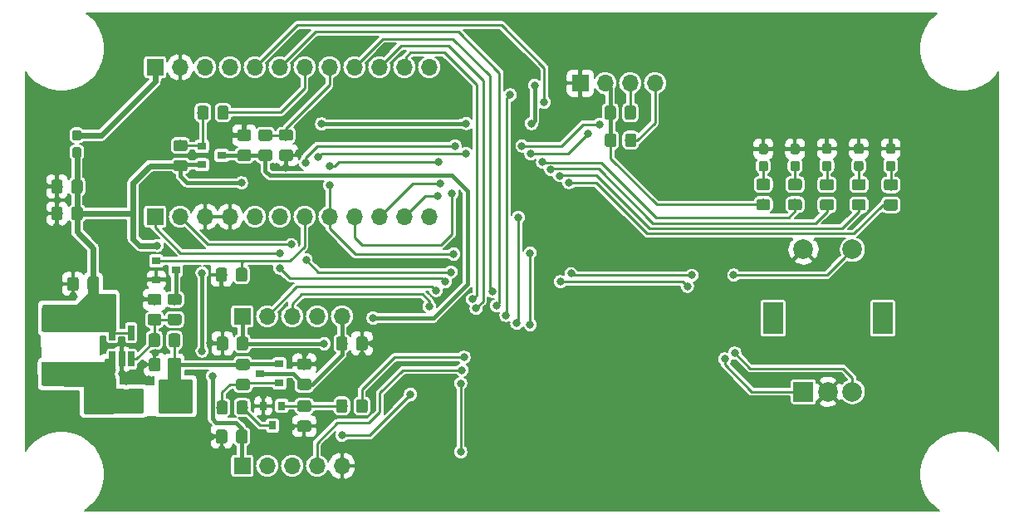
<source format=gbr>
G04 #@! TF.GenerationSoftware,KiCad,Pcbnew,(5.1.2-1)-1*
G04 #@! TF.CreationDate,2019-12-08T19:46:08-05:00*
G04 #@! TF.ProjectId,GR_AVR_Programmer,47525f41-5652-45f5-9072-6f6772616d6d,rev?*
G04 #@! TF.SameCoordinates,Original*
G04 #@! TF.FileFunction,Copper,L1,Top*
G04 #@! TF.FilePolarity,Positive*
%FSLAX46Y46*%
G04 Gerber Fmt 4.6, Leading zero omitted, Abs format (unit mm)*
G04 Created by KiCad (PCBNEW (5.1.2-1)-1) date 2019-12-08 19:46:08*
%MOMM*%
%LPD*%
G04 APERTURE LIST*
%ADD10C,0.152400*%
%ADD11C,1.150000*%
%ADD12R,0.900000X0.800000*%
%ADD13R,0.800000X0.900000*%
%ADD14R,3.500000X1.800000*%
%ADD15C,0.950000*%
%ADD16R,1.700000X1.700000*%
%ADD17O,1.700000X1.700000*%
%ADD18C,2.000000*%
%ADD19R,2.000000X3.200000*%
%ADD20R,2.000000X2.000000*%
%ADD21R,0.650000X1.560000*%
%ADD22R,5.900000X2.450000*%
%ADD23C,0.800000*%
%ADD24C,0.254000*%
%ADD25C,0.609600*%
%ADD26C,0.406400*%
%ADD27C,0.203200*%
G04 APERTURE END LIST*
D10*
G36*
X103920545Y-77939604D02*
G01*
X103944813Y-77943204D01*
X103968612Y-77949165D01*
X103991711Y-77957430D01*
X104013890Y-77967920D01*
X104034933Y-77980532D01*
X104054639Y-77995147D01*
X104072817Y-78011623D01*
X104089293Y-78029801D01*
X104103908Y-78049507D01*
X104116520Y-78070550D01*
X104127010Y-78092729D01*
X104135275Y-78115828D01*
X104141236Y-78139627D01*
X104144836Y-78163895D01*
X104146040Y-78188399D01*
X104146040Y-79088401D01*
X104144836Y-79112905D01*
X104141236Y-79137173D01*
X104135275Y-79160972D01*
X104127010Y-79184071D01*
X104116520Y-79206250D01*
X104103908Y-79227293D01*
X104089293Y-79246999D01*
X104072817Y-79265177D01*
X104054639Y-79281653D01*
X104034933Y-79296268D01*
X104013890Y-79308880D01*
X103991711Y-79319370D01*
X103968612Y-79327635D01*
X103944813Y-79333596D01*
X103920545Y-79337196D01*
X103896041Y-79338400D01*
X103246039Y-79338400D01*
X103221535Y-79337196D01*
X103197267Y-79333596D01*
X103173468Y-79327635D01*
X103150369Y-79319370D01*
X103128190Y-79308880D01*
X103107147Y-79296268D01*
X103087441Y-79281653D01*
X103069263Y-79265177D01*
X103052787Y-79246999D01*
X103038172Y-79227293D01*
X103025560Y-79206250D01*
X103015070Y-79184071D01*
X103006805Y-79160972D01*
X103000844Y-79137173D01*
X102997244Y-79112905D01*
X102996040Y-79088401D01*
X102996040Y-78188399D01*
X102997244Y-78163895D01*
X103000844Y-78139627D01*
X103006805Y-78115828D01*
X103015070Y-78092729D01*
X103025560Y-78070550D01*
X103038172Y-78049507D01*
X103052787Y-78029801D01*
X103069263Y-78011623D01*
X103087441Y-77995147D01*
X103107147Y-77980532D01*
X103128190Y-77967920D01*
X103150369Y-77957430D01*
X103173468Y-77949165D01*
X103197267Y-77943204D01*
X103221535Y-77939604D01*
X103246039Y-77938400D01*
X103896041Y-77938400D01*
X103920545Y-77939604D01*
X103920545Y-77939604D01*
G37*
D11*
X103571040Y-78638400D03*
D10*
G36*
X101870545Y-77939604D02*
G01*
X101894813Y-77943204D01*
X101918612Y-77949165D01*
X101941711Y-77957430D01*
X101963890Y-77967920D01*
X101984933Y-77980532D01*
X102004639Y-77995147D01*
X102022817Y-78011623D01*
X102039293Y-78029801D01*
X102053908Y-78049507D01*
X102066520Y-78070550D01*
X102077010Y-78092729D01*
X102085275Y-78115828D01*
X102091236Y-78139627D01*
X102094836Y-78163895D01*
X102096040Y-78188399D01*
X102096040Y-79088401D01*
X102094836Y-79112905D01*
X102091236Y-79137173D01*
X102085275Y-79160972D01*
X102077010Y-79184071D01*
X102066520Y-79206250D01*
X102053908Y-79227293D01*
X102039293Y-79246999D01*
X102022817Y-79265177D01*
X102004639Y-79281653D01*
X101984933Y-79296268D01*
X101963890Y-79308880D01*
X101941711Y-79319370D01*
X101918612Y-79327635D01*
X101894813Y-79333596D01*
X101870545Y-79337196D01*
X101846041Y-79338400D01*
X101196039Y-79338400D01*
X101171535Y-79337196D01*
X101147267Y-79333596D01*
X101123468Y-79327635D01*
X101100369Y-79319370D01*
X101078190Y-79308880D01*
X101057147Y-79296268D01*
X101037441Y-79281653D01*
X101019263Y-79265177D01*
X101002787Y-79246999D01*
X100988172Y-79227293D01*
X100975560Y-79206250D01*
X100965070Y-79184071D01*
X100956805Y-79160972D01*
X100950844Y-79137173D01*
X100947244Y-79112905D01*
X100946040Y-79088401D01*
X100946040Y-78188399D01*
X100947244Y-78163895D01*
X100950844Y-78139627D01*
X100956805Y-78115828D01*
X100965070Y-78092729D01*
X100975560Y-78070550D01*
X100988172Y-78049507D01*
X101002787Y-78029801D01*
X101019263Y-78011623D01*
X101037441Y-77995147D01*
X101057147Y-77980532D01*
X101078190Y-77967920D01*
X101100369Y-77957430D01*
X101123468Y-77949165D01*
X101147267Y-77943204D01*
X101171535Y-77939604D01*
X101196039Y-77938400D01*
X101846041Y-77938400D01*
X101870545Y-77939604D01*
X101870545Y-77939604D01*
G37*
D11*
X101521040Y-78638400D03*
D10*
G36*
X104070945Y-75945084D02*
G01*
X104095213Y-75948684D01*
X104119012Y-75954645D01*
X104142111Y-75962910D01*
X104164290Y-75973400D01*
X104185333Y-75986012D01*
X104205039Y-76000627D01*
X104223217Y-76017103D01*
X104239693Y-76035281D01*
X104254308Y-76054987D01*
X104266920Y-76076030D01*
X104277410Y-76098209D01*
X104285675Y-76121308D01*
X104291636Y-76145107D01*
X104295236Y-76169375D01*
X104296440Y-76193879D01*
X104296440Y-76843881D01*
X104295236Y-76868385D01*
X104291636Y-76892653D01*
X104285675Y-76916452D01*
X104277410Y-76939551D01*
X104266920Y-76961730D01*
X104254308Y-76982773D01*
X104239693Y-77002479D01*
X104223217Y-77020657D01*
X104205039Y-77037133D01*
X104185333Y-77051748D01*
X104164290Y-77064360D01*
X104142111Y-77074850D01*
X104119012Y-77083115D01*
X104095213Y-77089076D01*
X104070945Y-77092676D01*
X104046441Y-77093880D01*
X103146439Y-77093880D01*
X103121935Y-77092676D01*
X103097667Y-77089076D01*
X103073868Y-77083115D01*
X103050769Y-77074850D01*
X103028590Y-77064360D01*
X103007547Y-77051748D01*
X102987841Y-77037133D01*
X102969663Y-77020657D01*
X102953187Y-77002479D01*
X102938572Y-76982773D01*
X102925960Y-76961730D01*
X102915470Y-76939551D01*
X102907205Y-76916452D01*
X102901244Y-76892653D01*
X102897644Y-76868385D01*
X102896440Y-76843881D01*
X102896440Y-76193879D01*
X102897644Y-76169375D01*
X102901244Y-76145107D01*
X102907205Y-76121308D01*
X102915470Y-76098209D01*
X102925960Y-76076030D01*
X102938572Y-76054987D01*
X102953187Y-76035281D01*
X102969663Y-76017103D01*
X102987841Y-76000627D01*
X103007547Y-75986012D01*
X103028590Y-75973400D01*
X103050769Y-75962910D01*
X103073868Y-75954645D01*
X103097667Y-75948684D01*
X103121935Y-75945084D01*
X103146439Y-75943880D01*
X104046441Y-75943880D01*
X104070945Y-75945084D01*
X104070945Y-75945084D01*
G37*
D11*
X103596440Y-76518880D03*
D10*
G36*
X104070945Y-73895084D02*
G01*
X104095213Y-73898684D01*
X104119012Y-73904645D01*
X104142111Y-73912910D01*
X104164290Y-73923400D01*
X104185333Y-73936012D01*
X104205039Y-73950627D01*
X104223217Y-73967103D01*
X104239693Y-73985281D01*
X104254308Y-74004987D01*
X104266920Y-74026030D01*
X104277410Y-74048209D01*
X104285675Y-74071308D01*
X104291636Y-74095107D01*
X104295236Y-74119375D01*
X104296440Y-74143879D01*
X104296440Y-74793881D01*
X104295236Y-74818385D01*
X104291636Y-74842653D01*
X104285675Y-74866452D01*
X104277410Y-74889551D01*
X104266920Y-74911730D01*
X104254308Y-74932773D01*
X104239693Y-74952479D01*
X104223217Y-74970657D01*
X104205039Y-74987133D01*
X104185333Y-75001748D01*
X104164290Y-75014360D01*
X104142111Y-75024850D01*
X104119012Y-75033115D01*
X104095213Y-75039076D01*
X104070945Y-75042676D01*
X104046441Y-75043880D01*
X103146439Y-75043880D01*
X103121935Y-75042676D01*
X103097667Y-75039076D01*
X103073868Y-75033115D01*
X103050769Y-75024850D01*
X103028590Y-75014360D01*
X103007547Y-75001748D01*
X102987841Y-74987133D01*
X102969663Y-74970657D01*
X102953187Y-74952479D01*
X102938572Y-74932773D01*
X102925960Y-74911730D01*
X102915470Y-74889551D01*
X102907205Y-74866452D01*
X102901244Y-74842653D01*
X102897644Y-74818385D01*
X102896440Y-74793881D01*
X102896440Y-74143879D01*
X102897644Y-74119375D01*
X102901244Y-74095107D01*
X102907205Y-74071308D01*
X102915470Y-74048209D01*
X102925960Y-74026030D01*
X102938572Y-74004987D01*
X102953187Y-73985281D01*
X102969663Y-73967103D01*
X102987841Y-73950627D01*
X103007547Y-73936012D01*
X103028590Y-73923400D01*
X103050769Y-73912910D01*
X103073868Y-73904645D01*
X103097667Y-73898684D01*
X103121935Y-73895084D01*
X103146439Y-73893880D01*
X104046441Y-73893880D01*
X104070945Y-73895084D01*
X104070945Y-73895084D01*
G37*
D11*
X103596440Y-74468880D03*
D10*
G36*
X102028785Y-75955244D02*
G01*
X102053053Y-75958844D01*
X102076852Y-75964805D01*
X102099951Y-75973070D01*
X102122130Y-75983560D01*
X102143173Y-75996172D01*
X102162879Y-76010787D01*
X102181057Y-76027263D01*
X102197533Y-76045441D01*
X102212148Y-76065147D01*
X102224760Y-76086190D01*
X102235250Y-76108369D01*
X102243515Y-76131468D01*
X102249476Y-76155267D01*
X102253076Y-76179535D01*
X102254280Y-76204039D01*
X102254280Y-76854041D01*
X102253076Y-76878545D01*
X102249476Y-76902813D01*
X102243515Y-76926612D01*
X102235250Y-76949711D01*
X102224760Y-76971890D01*
X102212148Y-76992933D01*
X102197533Y-77012639D01*
X102181057Y-77030817D01*
X102162879Y-77047293D01*
X102143173Y-77061908D01*
X102122130Y-77074520D01*
X102099951Y-77085010D01*
X102076852Y-77093275D01*
X102053053Y-77099236D01*
X102028785Y-77102836D01*
X102004281Y-77104040D01*
X101104279Y-77104040D01*
X101079775Y-77102836D01*
X101055507Y-77099236D01*
X101031708Y-77093275D01*
X101008609Y-77085010D01*
X100986430Y-77074520D01*
X100965387Y-77061908D01*
X100945681Y-77047293D01*
X100927503Y-77030817D01*
X100911027Y-77012639D01*
X100896412Y-76992933D01*
X100883800Y-76971890D01*
X100873310Y-76949711D01*
X100865045Y-76926612D01*
X100859084Y-76902813D01*
X100855484Y-76878545D01*
X100854280Y-76854041D01*
X100854280Y-76204039D01*
X100855484Y-76179535D01*
X100859084Y-76155267D01*
X100865045Y-76131468D01*
X100873310Y-76108369D01*
X100883800Y-76086190D01*
X100896412Y-76065147D01*
X100911027Y-76045441D01*
X100927503Y-76027263D01*
X100945681Y-76010787D01*
X100965387Y-75996172D01*
X100986430Y-75983560D01*
X101008609Y-75973070D01*
X101031708Y-75964805D01*
X101055507Y-75958844D01*
X101079775Y-75955244D01*
X101104279Y-75954040D01*
X102004281Y-75954040D01*
X102028785Y-75955244D01*
X102028785Y-75955244D01*
G37*
D11*
X101554280Y-76529040D03*
D10*
G36*
X102028785Y-73905244D02*
G01*
X102053053Y-73908844D01*
X102076852Y-73914805D01*
X102099951Y-73923070D01*
X102122130Y-73933560D01*
X102143173Y-73946172D01*
X102162879Y-73960787D01*
X102181057Y-73977263D01*
X102197533Y-73995441D01*
X102212148Y-74015147D01*
X102224760Y-74036190D01*
X102235250Y-74058369D01*
X102243515Y-74081468D01*
X102249476Y-74105267D01*
X102253076Y-74129535D01*
X102254280Y-74154039D01*
X102254280Y-74804041D01*
X102253076Y-74828545D01*
X102249476Y-74852813D01*
X102243515Y-74876612D01*
X102235250Y-74899711D01*
X102224760Y-74921890D01*
X102212148Y-74942933D01*
X102197533Y-74962639D01*
X102181057Y-74980817D01*
X102162879Y-74997293D01*
X102143173Y-75011908D01*
X102122130Y-75024520D01*
X102099951Y-75035010D01*
X102076852Y-75043275D01*
X102053053Y-75049236D01*
X102028785Y-75052836D01*
X102004281Y-75054040D01*
X101104279Y-75054040D01*
X101079775Y-75052836D01*
X101055507Y-75049236D01*
X101031708Y-75043275D01*
X101008609Y-75035010D01*
X100986430Y-75024520D01*
X100965387Y-75011908D01*
X100945681Y-74997293D01*
X100927503Y-74980817D01*
X100911027Y-74962639D01*
X100896412Y-74942933D01*
X100883800Y-74921890D01*
X100873310Y-74899711D01*
X100865045Y-74876612D01*
X100859084Y-74852813D01*
X100855484Y-74828545D01*
X100854280Y-74804041D01*
X100854280Y-74154039D01*
X100855484Y-74129535D01*
X100859084Y-74105267D01*
X100865045Y-74081468D01*
X100873310Y-74058369D01*
X100883800Y-74036190D01*
X100896412Y-74015147D01*
X100911027Y-73995441D01*
X100927503Y-73977263D01*
X100945681Y-73960787D01*
X100965387Y-73946172D01*
X100986430Y-73933560D01*
X101008609Y-73923070D01*
X101031708Y-73914805D01*
X101055507Y-73908844D01*
X101079775Y-73905244D01*
X101104279Y-73904040D01*
X102004281Y-73904040D01*
X102028785Y-73905244D01*
X102028785Y-73905244D01*
G37*
D11*
X101554280Y-74479040D03*
D10*
G36*
X111030545Y-80519404D02*
G01*
X111054813Y-80523004D01*
X111078612Y-80528965D01*
X111101711Y-80537230D01*
X111123890Y-80547720D01*
X111144933Y-80560332D01*
X111164639Y-80574947D01*
X111182817Y-80591423D01*
X111199293Y-80609601D01*
X111213908Y-80629307D01*
X111226520Y-80650350D01*
X111237010Y-80672529D01*
X111245275Y-80695628D01*
X111251236Y-80719427D01*
X111254836Y-80743695D01*
X111256040Y-80768199D01*
X111256040Y-81418201D01*
X111254836Y-81442705D01*
X111251236Y-81466973D01*
X111245275Y-81490772D01*
X111237010Y-81513871D01*
X111226520Y-81536050D01*
X111213908Y-81557093D01*
X111199293Y-81576799D01*
X111182817Y-81594977D01*
X111164639Y-81611453D01*
X111144933Y-81626068D01*
X111123890Y-81638680D01*
X111101711Y-81649170D01*
X111078612Y-81657435D01*
X111054813Y-81663396D01*
X111030545Y-81666996D01*
X111006041Y-81668200D01*
X110106039Y-81668200D01*
X110081535Y-81666996D01*
X110057267Y-81663396D01*
X110033468Y-81657435D01*
X110010369Y-81649170D01*
X109988190Y-81638680D01*
X109967147Y-81626068D01*
X109947441Y-81611453D01*
X109929263Y-81594977D01*
X109912787Y-81576799D01*
X109898172Y-81557093D01*
X109885560Y-81536050D01*
X109875070Y-81513871D01*
X109866805Y-81490772D01*
X109860844Y-81466973D01*
X109857244Y-81442705D01*
X109856040Y-81418201D01*
X109856040Y-80768199D01*
X109857244Y-80743695D01*
X109860844Y-80719427D01*
X109866805Y-80695628D01*
X109875070Y-80672529D01*
X109885560Y-80650350D01*
X109898172Y-80629307D01*
X109912787Y-80609601D01*
X109929263Y-80591423D01*
X109947441Y-80574947D01*
X109967147Y-80560332D01*
X109988190Y-80547720D01*
X110010369Y-80537230D01*
X110033468Y-80528965D01*
X110057267Y-80523004D01*
X110081535Y-80519404D01*
X110106039Y-80518200D01*
X111006041Y-80518200D01*
X111030545Y-80519404D01*
X111030545Y-80519404D01*
G37*
D11*
X110556040Y-81093200D03*
D10*
G36*
X111030545Y-82569404D02*
G01*
X111054813Y-82573004D01*
X111078612Y-82578965D01*
X111101711Y-82587230D01*
X111123890Y-82597720D01*
X111144933Y-82610332D01*
X111164639Y-82624947D01*
X111182817Y-82641423D01*
X111199293Y-82659601D01*
X111213908Y-82679307D01*
X111226520Y-82700350D01*
X111237010Y-82722529D01*
X111245275Y-82745628D01*
X111251236Y-82769427D01*
X111254836Y-82793695D01*
X111256040Y-82818199D01*
X111256040Y-83468201D01*
X111254836Y-83492705D01*
X111251236Y-83516973D01*
X111245275Y-83540772D01*
X111237010Y-83563871D01*
X111226520Y-83586050D01*
X111213908Y-83607093D01*
X111199293Y-83626799D01*
X111182817Y-83644977D01*
X111164639Y-83661453D01*
X111144933Y-83676068D01*
X111123890Y-83688680D01*
X111101711Y-83699170D01*
X111078612Y-83707435D01*
X111054813Y-83713396D01*
X111030545Y-83716996D01*
X111006041Y-83718200D01*
X110106039Y-83718200D01*
X110081535Y-83716996D01*
X110057267Y-83713396D01*
X110033468Y-83707435D01*
X110010369Y-83699170D01*
X109988190Y-83688680D01*
X109967147Y-83676068D01*
X109947441Y-83661453D01*
X109929263Y-83644977D01*
X109912787Y-83626799D01*
X109898172Y-83607093D01*
X109885560Y-83586050D01*
X109875070Y-83563871D01*
X109866805Y-83540772D01*
X109860844Y-83516973D01*
X109857244Y-83492705D01*
X109856040Y-83468201D01*
X109856040Y-82818199D01*
X109857244Y-82793695D01*
X109860844Y-82769427D01*
X109866805Y-82745628D01*
X109875070Y-82722529D01*
X109885560Y-82700350D01*
X109898172Y-82679307D01*
X109912787Y-82659601D01*
X109929263Y-82641423D01*
X109947441Y-82624947D01*
X109967147Y-82610332D01*
X109988190Y-82597720D01*
X110010369Y-82587230D01*
X110033468Y-82578965D01*
X110057267Y-82573004D01*
X110081535Y-82569404D01*
X110106039Y-82568200D01*
X111006041Y-82568200D01*
X111030545Y-82569404D01*
X111030545Y-82569404D01*
G37*
D11*
X110556040Y-83143200D03*
D10*
G36*
X110838345Y-84797604D02*
G01*
X110862613Y-84801204D01*
X110886412Y-84807165D01*
X110909511Y-84815430D01*
X110931690Y-84825920D01*
X110952733Y-84838532D01*
X110972439Y-84853147D01*
X110990617Y-84869623D01*
X111007093Y-84887801D01*
X111021708Y-84907507D01*
X111034320Y-84928550D01*
X111044810Y-84950729D01*
X111053075Y-84973828D01*
X111059036Y-84997627D01*
X111062636Y-85021895D01*
X111063840Y-85046399D01*
X111063840Y-85946401D01*
X111062636Y-85970905D01*
X111059036Y-85995173D01*
X111053075Y-86018972D01*
X111044810Y-86042071D01*
X111034320Y-86064250D01*
X111021708Y-86085293D01*
X111007093Y-86104999D01*
X110990617Y-86123177D01*
X110972439Y-86139653D01*
X110952733Y-86154268D01*
X110931690Y-86166880D01*
X110909511Y-86177370D01*
X110886412Y-86185635D01*
X110862613Y-86191596D01*
X110838345Y-86195196D01*
X110813841Y-86196400D01*
X110163839Y-86196400D01*
X110139335Y-86195196D01*
X110115067Y-86191596D01*
X110091268Y-86185635D01*
X110068169Y-86177370D01*
X110045990Y-86166880D01*
X110024947Y-86154268D01*
X110005241Y-86139653D01*
X109987063Y-86123177D01*
X109970587Y-86104999D01*
X109955972Y-86085293D01*
X109943360Y-86064250D01*
X109932870Y-86042071D01*
X109924605Y-86018972D01*
X109918644Y-85995173D01*
X109915044Y-85970905D01*
X109913840Y-85946401D01*
X109913840Y-85046399D01*
X109915044Y-85021895D01*
X109918644Y-84997627D01*
X109924605Y-84973828D01*
X109932870Y-84950729D01*
X109943360Y-84928550D01*
X109955972Y-84907507D01*
X109970587Y-84887801D01*
X109987063Y-84869623D01*
X110005241Y-84853147D01*
X110024947Y-84838532D01*
X110045990Y-84825920D01*
X110068169Y-84815430D01*
X110091268Y-84807165D01*
X110115067Y-84801204D01*
X110139335Y-84797604D01*
X110163839Y-84796400D01*
X110813841Y-84796400D01*
X110838345Y-84797604D01*
X110838345Y-84797604D01*
G37*
D11*
X110488840Y-85496400D03*
D10*
G36*
X108788345Y-84797604D02*
G01*
X108812613Y-84801204D01*
X108836412Y-84807165D01*
X108859511Y-84815430D01*
X108881690Y-84825920D01*
X108902733Y-84838532D01*
X108922439Y-84853147D01*
X108940617Y-84869623D01*
X108957093Y-84887801D01*
X108971708Y-84907507D01*
X108984320Y-84928550D01*
X108994810Y-84950729D01*
X109003075Y-84973828D01*
X109009036Y-84997627D01*
X109012636Y-85021895D01*
X109013840Y-85046399D01*
X109013840Y-85946401D01*
X109012636Y-85970905D01*
X109009036Y-85995173D01*
X109003075Y-86018972D01*
X108994810Y-86042071D01*
X108984320Y-86064250D01*
X108971708Y-86085293D01*
X108957093Y-86104999D01*
X108940617Y-86123177D01*
X108922439Y-86139653D01*
X108902733Y-86154268D01*
X108881690Y-86166880D01*
X108859511Y-86177370D01*
X108836412Y-86185635D01*
X108812613Y-86191596D01*
X108788345Y-86195196D01*
X108763841Y-86196400D01*
X108113839Y-86196400D01*
X108089335Y-86195196D01*
X108065067Y-86191596D01*
X108041268Y-86185635D01*
X108018169Y-86177370D01*
X107995990Y-86166880D01*
X107974947Y-86154268D01*
X107955241Y-86139653D01*
X107937063Y-86123177D01*
X107920587Y-86104999D01*
X107905972Y-86085293D01*
X107893360Y-86064250D01*
X107882870Y-86042071D01*
X107874605Y-86018972D01*
X107868644Y-85995173D01*
X107865044Y-85970905D01*
X107863840Y-85946401D01*
X107863840Y-85046399D01*
X107865044Y-85021895D01*
X107868644Y-84997627D01*
X107874605Y-84973828D01*
X107882870Y-84950729D01*
X107893360Y-84928550D01*
X107905972Y-84907507D01*
X107920587Y-84887801D01*
X107937063Y-84869623D01*
X107955241Y-84853147D01*
X107974947Y-84838532D01*
X107995990Y-84825920D01*
X108018169Y-84815430D01*
X108041268Y-84807165D01*
X108065067Y-84801204D01*
X108089335Y-84797604D01*
X108113839Y-84796400D01*
X108763841Y-84796400D01*
X108788345Y-84797604D01*
X108788345Y-84797604D01*
G37*
D11*
X108438840Y-85496400D03*
D10*
G36*
X117289105Y-82549084D02*
G01*
X117313373Y-82552684D01*
X117337172Y-82558645D01*
X117360271Y-82566910D01*
X117382450Y-82577400D01*
X117403493Y-82590012D01*
X117423199Y-82604627D01*
X117441377Y-82621103D01*
X117457853Y-82639281D01*
X117472468Y-82658987D01*
X117485080Y-82680030D01*
X117495570Y-82702209D01*
X117503835Y-82725308D01*
X117509796Y-82749107D01*
X117513396Y-82773375D01*
X117514600Y-82797879D01*
X117514600Y-83447881D01*
X117513396Y-83472385D01*
X117509796Y-83496653D01*
X117503835Y-83520452D01*
X117495570Y-83543551D01*
X117485080Y-83565730D01*
X117472468Y-83586773D01*
X117457853Y-83606479D01*
X117441377Y-83624657D01*
X117423199Y-83641133D01*
X117403493Y-83655748D01*
X117382450Y-83668360D01*
X117360271Y-83678850D01*
X117337172Y-83687115D01*
X117313373Y-83693076D01*
X117289105Y-83696676D01*
X117264601Y-83697880D01*
X116364599Y-83697880D01*
X116340095Y-83696676D01*
X116315827Y-83693076D01*
X116292028Y-83687115D01*
X116268929Y-83678850D01*
X116246750Y-83668360D01*
X116225707Y-83655748D01*
X116206001Y-83641133D01*
X116187823Y-83624657D01*
X116171347Y-83606479D01*
X116156732Y-83586773D01*
X116144120Y-83565730D01*
X116133630Y-83543551D01*
X116125365Y-83520452D01*
X116119404Y-83496653D01*
X116115804Y-83472385D01*
X116114600Y-83447881D01*
X116114600Y-82797879D01*
X116115804Y-82773375D01*
X116119404Y-82749107D01*
X116125365Y-82725308D01*
X116133630Y-82702209D01*
X116144120Y-82680030D01*
X116156732Y-82658987D01*
X116171347Y-82639281D01*
X116187823Y-82621103D01*
X116206001Y-82604627D01*
X116225707Y-82590012D01*
X116246750Y-82577400D01*
X116268929Y-82566910D01*
X116292028Y-82558645D01*
X116315827Y-82552684D01*
X116340095Y-82549084D01*
X116364599Y-82547880D01*
X117264601Y-82547880D01*
X117289105Y-82549084D01*
X117289105Y-82549084D01*
G37*
D11*
X116814600Y-83122880D03*
D10*
G36*
X117289105Y-80499084D02*
G01*
X117313373Y-80502684D01*
X117337172Y-80508645D01*
X117360271Y-80516910D01*
X117382450Y-80527400D01*
X117403493Y-80540012D01*
X117423199Y-80554627D01*
X117441377Y-80571103D01*
X117457853Y-80589281D01*
X117472468Y-80608987D01*
X117485080Y-80630030D01*
X117495570Y-80652209D01*
X117503835Y-80675308D01*
X117509796Y-80699107D01*
X117513396Y-80723375D01*
X117514600Y-80747879D01*
X117514600Y-81397881D01*
X117513396Y-81422385D01*
X117509796Y-81446653D01*
X117503835Y-81470452D01*
X117495570Y-81493551D01*
X117485080Y-81515730D01*
X117472468Y-81536773D01*
X117457853Y-81556479D01*
X117441377Y-81574657D01*
X117423199Y-81591133D01*
X117403493Y-81605748D01*
X117382450Y-81618360D01*
X117360271Y-81628850D01*
X117337172Y-81637115D01*
X117313373Y-81643076D01*
X117289105Y-81646676D01*
X117264601Y-81647880D01*
X116364599Y-81647880D01*
X116340095Y-81646676D01*
X116315827Y-81643076D01*
X116292028Y-81637115D01*
X116268929Y-81628850D01*
X116246750Y-81618360D01*
X116225707Y-81605748D01*
X116206001Y-81591133D01*
X116187823Y-81574657D01*
X116171347Y-81556479D01*
X116156732Y-81536773D01*
X116144120Y-81515730D01*
X116133630Y-81493551D01*
X116125365Y-81470452D01*
X116119404Y-81446653D01*
X116115804Y-81422385D01*
X116114600Y-81397881D01*
X116114600Y-80747879D01*
X116115804Y-80723375D01*
X116119404Y-80699107D01*
X116125365Y-80675308D01*
X116133630Y-80652209D01*
X116144120Y-80630030D01*
X116156732Y-80608987D01*
X116171347Y-80589281D01*
X116187823Y-80571103D01*
X116206001Y-80554627D01*
X116225707Y-80540012D01*
X116246750Y-80527400D01*
X116268929Y-80516910D01*
X116292028Y-80508645D01*
X116315827Y-80502684D01*
X116340095Y-80499084D01*
X116364599Y-80497880D01*
X117264601Y-80497880D01*
X117289105Y-80499084D01*
X117289105Y-80499084D01*
G37*
D11*
X116814600Y-81072880D03*
D10*
G36*
X123035425Y-84640124D02*
G01*
X123059693Y-84643724D01*
X123083492Y-84649685D01*
X123106591Y-84657950D01*
X123128770Y-84668440D01*
X123149813Y-84681052D01*
X123169519Y-84695667D01*
X123187697Y-84712143D01*
X123204173Y-84730321D01*
X123218788Y-84750027D01*
X123231400Y-84771070D01*
X123241890Y-84793249D01*
X123250155Y-84816348D01*
X123256116Y-84840147D01*
X123259716Y-84864415D01*
X123260920Y-84888919D01*
X123260920Y-85788921D01*
X123259716Y-85813425D01*
X123256116Y-85837693D01*
X123250155Y-85861492D01*
X123241890Y-85884591D01*
X123231400Y-85906770D01*
X123218788Y-85927813D01*
X123204173Y-85947519D01*
X123187697Y-85965697D01*
X123169519Y-85982173D01*
X123149813Y-85996788D01*
X123128770Y-86009400D01*
X123106591Y-86019890D01*
X123083492Y-86028155D01*
X123059693Y-86034116D01*
X123035425Y-86037716D01*
X123010921Y-86038920D01*
X122360919Y-86038920D01*
X122336415Y-86037716D01*
X122312147Y-86034116D01*
X122288348Y-86028155D01*
X122265249Y-86019890D01*
X122243070Y-86009400D01*
X122222027Y-85996788D01*
X122202321Y-85982173D01*
X122184143Y-85965697D01*
X122167667Y-85947519D01*
X122153052Y-85927813D01*
X122140440Y-85906770D01*
X122129950Y-85884591D01*
X122121685Y-85861492D01*
X122115724Y-85837693D01*
X122112124Y-85813425D01*
X122110920Y-85788921D01*
X122110920Y-84888919D01*
X122112124Y-84864415D01*
X122115724Y-84840147D01*
X122121685Y-84816348D01*
X122129950Y-84793249D01*
X122140440Y-84771070D01*
X122153052Y-84750027D01*
X122167667Y-84730321D01*
X122184143Y-84712143D01*
X122202321Y-84695667D01*
X122222027Y-84681052D01*
X122243070Y-84668440D01*
X122265249Y-84657950D01*
X122288348Y-84649685D01*
X122312147Y-84643724D01*
X122336415Y-84640124D01*
X122360919Y-84638920D01*
X123010921Y-84638920D01*
X123035425Y-84640124D01*
X123035425Y-84640124D01*
G37*
D11*
X122685920Y-85338920D03*
D10*
G36*
X120985425Y-84640124D02*
G01*
X121009693Y-84643724D01*
X121033492Y-84649685D01*
X121056591Y-84657950D01*
X121078770Y-84668440D01*
X121099813Y-84681052D01*
X121119519Y-84695667D01*
X121137697Y-84712143D01*
X121154173Y-84730321D01*
X121168788Y-84750027D01*
X121181400Y-84771070D01*
X121191890Y-84793249D01*
X121200155Y-84816348D01*
X121206116Y-84840147D01*
X121209716Y-84864415D01*
X121210920Y-84888919D01*
X121210920Y-85788921D01*
X121209716Y-85813425D01*
X121206116Y-85837693D01*
X121200155Y-85861492D01*
X121191890Y-85884591D01*
X121181400Y-85906770D01*
X121168788Y-85927813D01*
X121154173Y-85947519D01*
X121137697Y-85965697D01*
X121119519Y-85982173D01*
X121099813Y-85996788D01*
X121078770Y-86009400D01*
X121056591Y-86019890D01*
X121033492Y-86028155D01*
X121009693Y-86034116D01*
X120985425Y-86037716D01*
X120960921Y-86038920D01*
X120310919Y-86038920D01*
X120286415Y-86037716D01*
X120262147Y-86034116D01*
X120238348Y-86028155D01*
X120215249Y-86019890D01*
X120193070Y-86009400D01*
X120172027Y-85996788D01*
X120152321Y-85982173D01*
X120134143Y-85965697D01*
X120117667Y-85947519D01*
X120103052Y-85927813D01*
X120090440Y-85906770D01*
X120079950Y-85884591D01*
X120071685Y-85861492D01*
X120065724Y-85837693D01*
X120062124Y-85813425D01*
X120060920Y-85788921D01*
X120060920Y-84888919D01*
X120062124Y-84864415D01*
X120065724Y-84840147D01*
X120071685Y-84816348D01*
X120079950Y-84793249D01*
X120090440Y-84771070D01*
X120103052Y-84750027D01*
X120117667Y-84730321D01*
X120134143Y-84712143D01*
X120152321Y-84695667D01*
X120172027Y-84681052D01*
X120193070Y-84668440D01*
X120215249Y-84657950D01*
X120238348Y-84649685D01*
X120262147Y-84643724D01*
X120286415Y-84640124D01*
X120310919Y-84638920D01*
X120960921Y-84638920D01*
X120985425Y-84640124D01*
X120985425Y-84640124D01*
G37*
D11*
X120635920Y-85338920D03*
D10*
G36*
X148392025Y-57543404D02*
G01*
X148416293Y-57547004D01*
X148440092Y-57552965D01*
X148463191Y-57561230D01*
X148485370Y-57571720D01*
X148506413Y-57584332D01*
X148526119Y-57598947D01*
X148544297Y-57615423D01*
X148560773Y-57633601D01*
X148575388Y-57653307D01*
X148588000Y-57674350D01*
X148598490Y-57696529D01*
X148606755Y-57719628D01*
X148612716Y-57743427D01*
X148616316Y-57767695D01*
X148617520Y-57792199D01*
X148617520Y-58692201D01*
X148616316Y-58716705D01*
X148612716Y-58740973D01*
X148606755Y-58764772D01*
X148598490Y-58787871D01*
X148588000Y-58810050D01*
X148575388Y-58831093D01*
X148560773Y-58850799D01*
X148544297Y-58868977D01*
X148526119Y-58885453D01*
X148506413Y-58900068D01*
X148485370Y-58912680D01*
X148463191Y-58923170D01*
X148440092Y-58931435D01*
X148416293Y-58937396D01*
X148392025Y-58940996D01*
X148367521Y-58942200D01*
X147717519Y-58942200D01*
X147693015Y-58940996D01*
X147668747Y-58937396D01*
X147644948Y-58931435D01*
X147621849Y-58923170D01*
X147599670Y-58912680D01*
X147578627Y-58900068D01*
X147558921Y-58885453D01*
X147540743Y-58868977D01*
X147524267Y-58850799D01*
X147509652Y-58831093D01*
X147497040Y-58810050D01*
X147486550Y-58787871D01*
X147478285Y-58764772D01*
X147472324Y-58740973D01*
X147468724Y-58716705D01*
X147467520Y-58692201D01*
X147467520Y-57792199D01*
X147468724Y-57767695D01*
X147472324Y-57743427D01*
X147478285Y-57719628D01*
X147486550Y-57696529D01*
X147497040Y-57674350D01*
X147509652Y-57653307D01*
X147524267Y-57633601D01*
X147540743Y-57615423D01*
X147558921Y-57598947D01*
X147578627Y-57584332D01*
X147599670Y-57571720D01*
X147621849Y-57561230D01*
X147644948Y-57552965D01*
X147668747Y-57547004D01*
X147693015Y-57543404D01*
X147717519Y-57542200D01*
X148367521Y-57542200D01*
X148392025Y-57543404D01*
X148392025Y-57543404D01*
G37*
D11*
X148042520Y-58242200D03*
D10*
G36*
X150442025Y-57543404D02*
G01*
X150466293Y-57547004D01*
X150490092Y-57552965D01*
X150513191Y-57561230D01*
X150535370Y-57571720D01*
X150556413Y-57584332D01*
X150576119Y-57598947D01*
X150594297Y-57615423D01*
X150610773Y-57633601D01*
X150625388Y-57653307D01*
X150638000Y-57674350D01*
X150648490Y-57696529D01*
X150656755Y-57719628D01*
X150662716Y-57743427D01*
X150666316Y-57767695D01*
X150667520Y-57792199D01*
X150667520Y-58692201D01*
X150666316Y-58716705D01*
X150662716Y-58740973D01*
X150656755Y-58764772D01*
X150648490Y-58787871D01*
X150638000Y-58810050D01*
X150625388Y-58831093D01*
X150610773Y-58850799D01*
X150594297Y-58868977D01*
X150576119Y-58885453D01*
X150556413Y-58900068D01*
X150535370Y-58912680D01*
X150513191Y-58923170D01*
X150490092Y-58931435D01*
X150466293Y-58937396D01*
X150442025Y-58940996D01*
X150417521Y-58942200D01*
X149767519Y-58942200D01*
X149743015Y-58940996D01*
X149718747Y-58937396D01*
X149694948Y-58931435D01*
X149671849Y-58923170D01*
X149649670Y-58912680D01*
X149628627Y-58900068D01*
X149608921Y-58885453D01*
X149590743Y-58868977D01*
X149574267Y-58850799D01*
X149559652Y-58831093D01*
X149547040Y-58810050D01*
X149536550Y-58787871D01*
X149528285Y-58764772D01*
X149522324Y-58740973D01*
X149518724Y-58716705D01*
X149517520Y-58692201D01*
X149517520Y-57792199D01*
X149518724Y-57767695D01*
X149522324Y-57743427D01*
X149528285Y-57719628D01*
X149536550Y-57696529D01*
X149547040Y-57674350D01*
X149559652Y-57653307D01*
X149574267Y-57633601D01*
X149590743Y-57615423D01*
X149608921Y-57598947D01*
X149628627Y-57584332D01*
X149649670Y-57571720D01*
X149671849Y-57561230D01*
X149694948Y-57552965D01*
X149718747Y-57547004D01*
X149743015Y-57543404D01*
X149767519Y-57542200D01*
X150417521Y-57542200D01*
X150442025Y-57543404D01*
X150442025Y-57543404D01*
G37*
D11*
X150092520Y-58242200D03*
D10*
G36*
X104660225Y-60268204D02*
G01*
X104684493Y-60271804D01*
X104708292Y-60277765D01*
X104731391Y-60286030D01*
X104753570Y-60296520D01*
X104774613Y-60309132D01*
X104794319Y-60323747D01*
X104812497Y-60340223D01*
X104828973Y-60358401D01*
X104843588Y-60378107D01*
X104856200Y-60399150D01*
X104866690Y-60421329D01*
X104874955Y-60444428D01*
X104880916Y-60468227D01*
X104884516Y-60492495D01*
X104885720Y-60516999D01*
X104885720Y-61167001D01*
X104884516Y-61191505D01*
X104880916Y-61215773D01*
X104874955Y-61239572D01*
X104866690Y-61262671D01*
X104856200Y-61284850D01*
X104843588Y-61305893D01*
X104828973Y-61325599D01*
X104812497Y-61343777D01*
X104794319Y-61360253D01*
X104774613Y-61374868D01*
X104753570Y-61387480D01*
X104731391Y-61397970D01*
X104708292Y-61406235D01*
X104684493Y-61412196D01*
X104660225Y-61415796D01*
X104635721Y-61417000D01*
X103735719Y-61417000D01*
X103711215Y-61415796D01*
X103686947Y-61412196D01*
X103663148Y-61406235D01*
X103640049Y-61397970D01*
X103617870Y-61387480D01*
X103596827Y-61374868D01*
X103577121Y-61360253D01*
X103558943Y-61343777D01*
X103542467Y-61325599D01*
X103527852Y-61305893D01*
X103515240Y-61284850D01*
X103504750Y-61262671D01*
X103496485Y-61239572D01*
X103490524Y-61215773D01*
X103486924Y-61191505D01*
X103485720Y-61167001D01*
X103485720Y-60516999D01*
X103486924Y-60492495D01*
X103490524Y-60468227D01*
X103496485Y-60444428D01*
X103504750Y-60421329D01*
X103515240Y-60399150D01*
X103527852Y-60378107D01*
X103542467Y-60358401D01*
X103558943Y-60340223D01*
X103577121Y-60323747D01*
X103596827Y-60309132D01*
X103617870Y-60296520D01*
X103640049Y-60286030D01*
X103663148Y-60277765D01*
X103686947Y-60271804D01*
X103711215Y-60268204D01*
X103735719Y-60267000D01*
X104635721Y-60267000D01*
X104660225Y-60268204D01*
X104660225Y-60268204D01*
G37*
D11*
X104185720Y-60842000D03*
D10*
G36*
X104660225Y-58218204D02*
G01*
X104684493Y-58221804D01*
X104708292Y-58227765D01*
X104731391Y-58236030D01*
X104753570Y-58246520D01*
X104774613Y-58259132D01*
X104794319Y-58273747D01*
X104812497Y-58290223D01*
X104828973Y-58308401D01*
X104843588Y-58328107D01*
X104856200Y-58349150D01*
X104866690Y-58371329D01*
X104874955Y-58394428D01*
X104880916Y-58418227D01*
X104884516Y-58442495D01*
X104885720Y-58466999D01*
X104885720Y-59117001D01*
X104884516Y-59141505D01*
X104880916Y-59165773D01*
X104874955Y-59189572D01*
X104866690Y-59212671D01*
X104856200Y-59234850D01*
X104843588Y-59255893D01*
X104828973Y-59275599D01*
X104812497Y-59293777D01*
X104794319Y-59310253D01*
X104774613Y-59324868D01*
X104753570Y-59337480D01*
X104731391Y-59347970D01*
X104708292Y-59356235D01*
X104684493Y-59362196D01*
X104660225Y-59365796D01*
X104635721Y-59367000D01*
X103735719Y-59367000D01*
X103711215Y-59365796D01*
X103686947Y-59362196D01*
X103663148Y-59356235D01*
X103640049Y-59347970D01*
X103617870Y-59337480D01*
X103596827Y-59324868D01*
X103577121Y-59310253D01*
X103558943Y-59293777D01*
X103542467Y-59275599D01*
X103527852Y-59255893D01*
X103515240Y-59234850D01*
X103504750Y-59212671D01*
X103496485Y-59189572D01*
X103490524Y-59165773D01*
X103486924Y-59141505D01*
X103485720Y-59117001D01*
X103485720Y-58466999D01*
X103486924Y-58442495D01*
X103490524Y-58418227D01*
X103496485Y-58394428D01*
X103504750Y-58371329D01*
X103515240Y-58349150D01*
X103527852Y-58328107D01*
X103542467Y-58308401D01*
X103558943Y-58290223D01*
X103577121Y-58273747D01*
X103596827Y-58259132D01*
X103617870Y-58246520D01*
X103640049Y-58236030D01*
X103663148Y-58227765D01*
X103686947Y-58221804D01*
X103711215Y-58218204D01*
X103735719Y-58217000D01*
X104635721Y-58217000D01*
X104660225Y-58218204D01*
X104660225Y-58218204D01*
G37*
D11*
X104185720Y-58792000D03*
D10*
G36*
X106827465Y-54739244D02*
G01*
X106851733Y-54742844D01*
X106875532Y-54748805D01*
X106898631Y-54757070D01*
X106920810Y-54767560D01*
X106941853Y-54780172D01*
X106961559Y-54794787D01*
X106979737Y-54811263D01*
X106996213Y-54829441D01*
X107010828Y-54849147D01*
X107023440Y-54870190D01*
X107033930Y-54892369D01*
X107042195Y-54915468D01*
X107048156Y-54939267D01*
X107051756Y-54963535D01*
X107052960Y-54988039D01*
X107052960Y-55888041D01*
X107051756Y-55912545D01*
X107048156Y-55936813D01*
X107042195Y-55960612D01*
X107033930Y-55983711D01*
X107023440Y-56005890D01*
X107010828Y-56026933D01*
X106996213Y-56046639D01*
X106979737Y-56064817D01*
X106961559Y-56081293D01*
X106941853Y-56095908D01*
X106920810Y-56108520D01*
X106898631Y-56119010D01*
X106875532Y-56127275D01*
X106851733Y-56133236D01*
X106827465Y-56136836D01*
X106802961Y-56138040D01*
X106152959Y-56138040D01*
X106128455Y-56136836D01*
X106104187Y-56133236D01*
X106080388Y-56127275D01*
X106057289Y-56119010D01*
X106035110Y-56108520D01*
X106014067Y-56095908D01*
X105994361Y-56081293D01*
X105976183Y-56064817D01*
X105959707Y-56046639D01*
X105945092Y-56026933D01*
X105932480Y-56005890D01*
X105921990Y-55983711D01*
X105913725Y-55960612D01*
X105907764Y-55936813D01*
X105904164Y-55912545D01*
X105902960Y-55888041D01*
X105902960Y-54988039D01*
X105904164Y-54963535D01*
X105907764Y-54939267D01*
X105913725Y-54915468D01*
X105921990Y-54892369D01*
X105932480Y-54870190D01*
X105945092Y-54849147D01*
X105959707Y-54829441D01*
X105976183Y-54811263D01*
X105994361Y-54794787D01*
X106014067Y-54780172D01*
X106035110Y-54767560D01*
X106057289Y-54757070D01*
X106080388Y-54748805D01*
X106104187Y-54742844D01*
X106128455Y-54739244D01*
X106152959Y-54738040D01*
X106802961Y-54738040D01*
X106827465Y-54739244D01*
X106827465Y-54739244D01*
G37*
D11*
X106477960Y-55438040D03*
D10*
G36*
X108877465Y-54739244D02*
G01*
X108901733Y-54742844D01*
X108925532Y-54748805D01*
X108948631Y-54757070D01*
X108970810Y-54767560D01*
X108991853Y-54780172D01*
X109011559Y-54794787D01*
X109029737Y-54811263D01*
X109046213Y-54829441D01*
X109060828Y-54849147D01*
X109073440Y-54870190D01*
X109083930Y-54892369D01*
X109092195Y-54915468D01*
X109098156Y-54939267D01*
X109101756Y-54963535D01*
X109102960Y-54988039D01*
X109102960Y-55888041D01*
X109101756Y-55912545D01*
X109098156Y-55936813D01*
X109092195Y-55960612D01*
X109083930Y-55983711D01*
X109073440Y-56005890D01*
X109060828Y-56026933D01*
X109046213Y-56046639D01*
X109029737Y-56064817D01*
X109011559Y-56081293D01*
X108991853Y-56095908D01*
X108970810Y-56108520D01*
X108948631Y-56119010D01*
X108925532Y-56127275D01*
X108901733Y-56133236D01*
X108877465Y-56136836D01*
X108852961Y-56138040D01*
X108202959Y-56138040D01*
X108178455Y-56136836D01*
X108154187Y-56133236D01*
X108130388Y-56127275D01*
X108107289Y-56119010D01*
X108085110Y-56108520D01*
X108064067Y-56095908D01*
X108044361Y-56081293D01*
X108026183Y-56064817D01*
X108009707Y-56046639D01*
X107995092Y-56026933D01*
X107982480Y-56005890D01*
X107971990Y-55983711D01*
X107963725Y-55960612D01*
X107957764Y-55936813D01*
X107954164Y-55912545D01*
X107952960Y-55888041D01*
X107952960Y-54988039D01*
X107954164Y-54963535D01*
X107957764Y-54939267D01*
X107963725Y-54915468D01*
X107971990Y-54892369D01*
X107982480Y-54870190D01*
X107995092Y-54849147D01*
X108009707Y-54829441D01*
X108026183Y-54811263D01*
X108044361Y-54794787D01*
X108064067Y-54780172D01*
X108085110Y-54767560D01*
X108107289Y-54757070D01*
X108130388Y-54748805D01*
X108154187Y-54742844D01*
X108178455Y-54739244D01*
X108202959Y-54738040D01*
X108852961Y-54738040D01*
X108877465Y-54739244D01*
X108877465Y-54739244D01*
G37*
D11*
X108527960Y-55438040D03*
D10*
G36*
X113306385Y-59201404D02*
G01*
X113330653Y-59205004D01*
X113354452Y-59210965D01*
X113377551Y-59219230D01*
X113399730Y-59229720D01*
X113420773Y-59242332D01*
X113440479Y-59256947D01*
X113458657Y-59273423D01*
X113475133Y-59291601D01*
X113489748Y-59311307D01*
X113502360Y-59332350D01*
X113512850Y-59354529D01*
X113521115Y-59377628D01*
X113527076Y-59401427D01*
X113530676Y-59425695D01*
X113531880Y-59450199D01*
X113531880Y-60100201D01*
X113530676Y-60124705D01*
X113527076Y-60148973D01*
X113521115Y-60172772D01*
X113512850Y-60195871D01*
X113502360Y-60218050D01*
X113489748Y-60239093D01*
X113475133Y-60258799D01*
X113458657Y-60276977D01*
X113440479Y-60293453D01*
X113420773Y-60308068D01*
X113399730Y-60320680D01*
X113377551Y-60331170D01*
X113354452Y-60339435D01*
X113330653Y-60345396D01*
X113306385Y-60348996D01*
X113281881Y-60350200D01*
X112381879Y-60350200D01*
X112357375Y-60348996D01*
X112333107Y-60345396D01*
X112309308Y-60339435D01*
X112286209Y-60331170D01*
X112264030Y-60320680D01*
X112242987Y-60308068D01*
X112223281Y-60293453D01*
X112205103Y-60276977D01*
X112188627Y-60258799D01*
X112174012Y-60239093D01*
X112161400Y-60218050D01*
X112150910Y-60195871D01*
X112142645Y-60172772D01*
X112136684Y-60148973D01*
X112133084Y-60124705D01*
X112131880Y-60100201D01*
X112131880Y-59450199D01*
X112133084Y-59425695D01*
X112136684Y-59401427D01*
X112142645Y-59377628D01*
X112150910Y-59354529D01*
X112161400Y-59332350D01*
X112174012Y-59311307D01*
X112188627Y-59291601D01*
X112205103Y-59273423D01*
X112223281Y-59256947D01*
X112242987Y-59242332D01*
X112264030Y-59229720D01*
X112286209Y-59219230D01*
X112309308Y-59210965D01*
X112333107Y-59205004D01*
X112357375Y-59201404D01*
X112381879Y-59200200D01*
X113281881Y-59200200D01*
X113306385Y-59201404D01*
X113306385Y-59201404D01*
G37*
D11*
X112831880Y-59775200D03*
D10*
G36*
X113306385Y-57151404D02*
G01*
X113330653Y-57155004D01*
X113354452Y-57160965D01*
X113377551Y-57169230D01*
X113399730Y-57179720D01*
X113420773Y-57192332D01*
X113440479Y-57206947D01*
X113458657Y-57223423D01*
X113475133Y-57241601D01*
X113489748Y-57261307D01*
X113502360Y-57282350D01*
X113512850Y-57304529D01*
X113521115Y-57327628D01*
X113527076Y-57351427D01*
X113530676Y-57375695D01*
X113531880Y-57400199D01*
X113531880Y-58050201D01*
X113530676Y-58074705D01*
X113527076Y-58098973D01*
X113521115Y-58122772D01*
X113512850Y-58145871D01*
X113502360Y-58168050D01*
X113489748Y-58189093D01*
X113475133Y-58208799D01*
X113458657Y-58226977D01*
X113440479Y-58243453D01*
X113420773Y-58258068D01*
X113399730Y-58270680D01*
X113377551Y-58281170D01*
X113354452Y-58289435D01*
X113330653Y-58295396D01*
X113306385Y-58298996D01*
X113281881Y-58300200D01*
X112381879Y-58300200D01*
X112357375Y-58298996D01*
X112333107Y-58295396D01*
X112309308Y-58289435D01*
X112286209Y-58281170D01*
X112264030Y-58270680D01*
X112242987Y-58258068D01*
X112223281Y-58243453D01*
X112205103Y-58226977D01*
X112188627Y-58208799D01*
X112174012Y-58189093D01*
X112161400Y-58168050D01*
X112150910Y-58145871D01*
X112142645Y-58122772D01*
X112136684Y-58098973D01*
X112133084Y-58074705D01*
X112131880Y-58050201D01*
X112131880Y-57400199D01*
X112133084Y-57375695D01*
X112136684Y-57351427D01*
X112142645Y-57327628D01*
X112150910Y-57304529D01*
X112161400Y-57282350D01*
X112174012Y-57261307D01*
X112188627Y-57241601D01*
X112205103Y-57223423D01*
X112223281Y-57206947D01*
X112242987Y-57192332D01*
X112264030Y-57179720D01*
X112286209Y-57169230D01*
X112309308Y-57160965D01*
X112333107Y-57155004D01*
X112357375Y-57151404D01*
X112381879Y-57150200D01*
X113281881Y-57150200D01*
X113306385Y-57151404D01*
X113306385Y-57151404D01*
G37*
D11*
X112831880Y-57725200D03*
D10*
G36*
X115424745Y-59196324D02*
G01*
X115449013Y-59199924D01*
X115472812Y-59205885D01*
X115495911Y-59214150D01*
X115518090Y-59224640D01*
X115539133Y-59237252D01*
X115558839Y-59251867D01*
X115577017Y-59268343D01*
X115593493Y-59286521D01*
X115608108Y-59306227D01*
X115620720Y-59327270D01*
X115631210Y-59349449D01*
X115639475Y-59372548D01*
X115645436Y-59396347D01*
X115649036Y-59420615D01*
X115650240Y-59445119D01*
X115650240Y-60095121D01*
X115649036Y-60119625D01*
X115645436Y-60143893D01*
X115639475Y-60167692D01*
X115631210Y-60190791D01*
X115620720Y-60212970D01*
X115608108Y-60234013D01*
X115593493Y-60253719D01*
X115577017Y-60271897D01*
X115558839Y-60288373D01*
X115539133Y-60302988D01*
X115518090Y-60315600D01*
X115495911Y-60326090D01*
X115472812Y-60334355D01*
X115449013Y-60340316D01*
X115424745Y-60343916D01*
X115400241Y-60345120D01*
X114500239Y-60345120D01*
X114475735Y-60343916D01*
X114451467Y-60340316D01*
X114427668Y-60334355D01*
X114404569Y-60326090D01*
X114382390Y-60315600D01*
X114361347Y-60302988D01*
X114341641Y-60288373D01*
X114323463Y-60271897D01*
X114306987Y-60253719D01*
X114292372Y-60234013D01*
X114279760Y-60212970D01*
X114269270Y-60190791D01*
X114261005Y-60167692D01*
X114255044Y-60143893D01*
X114251444Y-60119625D01*
X114250240Y-60095121D01*
X114250240Y-59445119D01*
X114251444Y-59420615D01*
X114255044Y-59396347D01*
X114261005Y-59372548D01*
X114269270Y-59349449D01*
X114279760Y-59327270D01*
X114292372Y-59306227D01*
X114306987Y-59286521D01*
X114323463Y-59268343D01*
X114341641Y-59251867D01*
X114361347Y-59237252D01*
X114382390Y-59224640D01*
X114404569Y-59214150D01*
X114427668Y-59205885D01*
X114451467Y-59199924D01*
X114475735Y-59196324D01*
X114500239Y-59195120D01*
X115400241Y-59195120D01*
X115424745Y-59196324D01*
X115424745Y-59196324D01*
G37*
D11*
X114950240Y-59770120D03*
D10*
G36*
X115424745Y-57146324D02*
G01*
X115449013Y-57149924D01*
X115472812Y-57155885D01*
X115495911Y-57164150D01*
X115518090Y-57174640D01*
X115539133Y-57187252D01*
X115558839Y-57201867D01*
X115577017Y-57218343D01*
X115593493Y-57236521D01*
X115608108Y-57256227D01*
X115620720Y-57277270D01*
X115631210Y-57299449D01*
X115639475Y-57322548D01*
X115645436Y-57346347D01*
X115649036Y-57370615D01*
X115650240Y-57395119D01*
X115650240Y-58045121D01*
X115649036Y-58069625D01*
X115645436Y-58093893D01*
X115639475Y-58117692D01*
X115631210Y-58140791D01*
X115620720Y-58162970D01*
X115608108Y-58184013D01*
X115593493Y-58203719D01*
X115577017Y-58221897D01*
X115558839Y-58238373D01*
X115539133Y-58252988D01*
X115518090Y-58265600D01*
X115495911Y-58276090D01*
X115472812Y-58284355D01*
X115449013Y-58290316D01*
X115424745Y-58293916D01*
X115400241Y-58295120D01*
X114500239Y-58295120D01*
X114475735Y-58293916D01*
X114451467Y-58290316D01*
X114427668Y-58284355D01*
X114404569Y-58276090D01*
X114382390Y-58265600D01*
X114361347Y-58252988D01*
X114341641Y-58238373D01*
X114323463Y-58221897D01*
X114306987Y-58203719D01*
X114292372Y-58184013D01*
X114279760Y-58162970D01*
X114269270Y-58140791D01*
X114261005Y-58117692D01*
X114255044Y-58093893D01*
X114251444Y-58069625D01*
X114250240Y-58045121D01*
X114250240Y-57395119D01*
X114251444Y-57370615D01*
X114255044Y-57346347D01*
X114261005Y-57322548D01*
X114269270Y-57299449D01*
X114279760Y-57277270D01*
X114292372Y-57256227D01*
X114306987Y-57236521D01*
X114323463Y-57218343D01*
X114341641Y-57201867D01*
X114361347Y-57187252D01*
X114382390Y-57174640D01*
X114404569Y-57164150D01*
X114427668Y-57155885D01*
X114451467Y-57149924D01*
X114475735Y-57146324D01*
X114500239Y-57145120D01*
X115400241Y-57145120D01*
X115424745Y-57146324D01*
X115424745Y-57146324D01*
G37*
D11*
X114950240Y-57720120D03*
D10*
G36*
X167311865Y-64235684D02*
G01*
X167336133Y-64239284D01*
X167359932Y-64245245D01*
X167383031Y-64253510D01*
X167405210Y-64264000D01*
X167426253Y-64276612D01*
X167445959Y-64291227D01*
X167464137Y-64307703D01*
X167480613Y-64325881D01*
X167495228Y-64345587D01*
X167507840Y-64366630D01*
X167518330Y-64388809D01*
X167526595Y-64411908D01*
X167532556Y-64435707D01*
X167536156Y-64459975D01*
X167537360Y-64484479D01*
X167537360Y-65134481D01*
X167536156Y-65158985D01*
X167532556Y-65183253D01*
X167526595Y-65207052D01*
X167518330Y-65230151D01*
X167507840Y-65252330D01*
X167495228Y-65273373D01*
X167480613Y-65293079D01*
X167464137Y-65311257D01*
X167445959Y-65327733D01*
X167426253Y-65342348D01*
X167405210Y-65354960D01*
X167383031Y-65365450D01*
X167359932Y-65373715D01*
X167336133Y-65379676D01*
X167311865Y-65383276D01*
X167287361Y-65384480D01*
X166387359Y-65384480D01*
X166362855Y-65383276D01*
X166338587Y-65379676D01*
X166314788Y-65373715D01*
X166291689Y-65365450D01*
X166269510Y-65354960D01*
X166248467Y-65342348D01*
X166228761Y-65327733D01*
X166210583Y-65311257D01*
X166194107Y-65293079D01*
X166179492Y-65273373D01*
X166166880Y-65252330D01*
X166156390Y-65230151D01*
X166148125Y-65207052D01*
X166142164Y-65183253D01*
X166138564Y-65158985D01*
X166137360Y-65134481D01*
X166137360Y-64484479D01*
X166138564Y-64459975D01*
X166142164Y-64435707D01*
X166148125Y-64411908D01*
X166156390Y-64388809D01*
X166166880Y-64366630D01*
X166179492Y-64345587D01*
X166194107Y-64325881D01*
X166210583Y-64307703D01*
X166228761Y-64291227D01*
X166248467Y-64276612D01*
X166269510Y-64264000D01*
X166291689Y-64253510D01*
X166314788Y-64245245D01*
X166338587Y-64239284D01*
X166362855Y-64235684D01*
X166387359Y-64234480D01*
X167287361Y-64234480D01*
X167311865Y-64235684D01*
X167311865Y-64235684D01*
G37*
D11*
X166837360Y-64809480D03*
D10*
G36*
X167311865Y-62185684D02*
G01*
X167336133Y-62189284D01*
X167359932Y-62195245D01*
X167383031Y-62203510D01*
X167405210Y-62214000D01*
X167426253Y-62226612D01*
X167445959Y-62241227D01*
X167464137Y-62257703D01*
X167480613Y-62275881D01*
X167495228Y-62295587D01*
X167507840Y-62316630D01*
X167518330Y-62338809D01*
X167526595Y-62361908D01*
X167532556Y-62385707D01*
X167536156Y-62409975D01*
X167537360Y-62434479D01*
X167537360Y-63084481D01*
X167536156Y-63108985D01*
X167532556Y-63133253D01*
X167526595Y-63157052D01*
X167518330Y-63180151D01*
X167507840Y-63202330D01*
X167495228Y-63223373D01*
X167480613Y-63243079D01*
X167464137Y-63261257D01*
X167445959Y-63277733D01*
X167426253Y-63292348D01*
X167405210Y-63304960D01*
X167383031Y-63315450D01*
X167359932Y-63323715D01*
X167336133Y-63329676D01*
X167311865Y-63333276D01*
X167287361Y-63334480D01*
X166387359Y-63334480D01*
X166362855Y-63333276D01*
X166338587Y-63329676D01*
X166314788Y-63323715D01*
X166291689Y-63315450D01*
X166269510Y-63304960D01*
X166248467Y-63292348D01*
X166228761Y-63277733D01*
X166210583Y-63261257D01*
X166194107Y-63243079D01*
X166179492Y-63223373D01*
X166166880Y-63202330D01*
X166156390Y-63180151D01*
X166148125Y-63157052D01*
X166142164Y-63133253D01*
X166138564Y-63108985D01*
X166137360Y-63084481D01*
X166137360Y-62434479D01*
X166138564Y-62409975D01*
X166142164Y-62385707D01*
X166148125Y-62361908D01*
X166156390Y-62338809D01*
X166166880Y-62316630D01*
X166179492Y-62295587D01*
X166194107Y-62275881D01*
X166210583Y-62257703D01*
X166228761Y-62241227D01*
X166248467Y-62226612D01*
X166269510Y-62214000D01*
X166291689Y-62203510D01*
X166314788Y-62195245D01*
X166338587Y-62189284D01*
X166362855Y-62185684D01*
X166387359Y-62184480D01*
X167287361Y-62184480D01*
X167311865Y-62185684D01*
X167311865Y-62185684D01*
G37*
D11*
X166837360Y-62759480D03*
D10*
G36*
X170568145Y-62200924D02*
G01*
X170592413Y-62204524D01*
X170616212Y-62210485D01*
X170639311Y-62218750D01*
X170661490Y-62229240D01*
X170682533Y-62241852D01*
X170702239Y-62256467D01*
X170720417Y-62272943D01*
X170736893Y-62291121D01*
X170751508Y-62310827D01*
X170764120Y-62331870D01*
X170774610Y-62354049D01*
X170782875Y-62377148D01*
X170788836Y-62400947D01*
X170792436Y-62425215D01*
X170793640Y-62449719D01*
X170793640Y-63099721D01*
X170792436Y-63124225D01*
X170788836Y-63148493D01*
X170782875Y-63172292D01*
X170774610Y-63195391D01*
X170764120Y-63217570D01*
X170751508Y-63238613D01*
X170736893Y-63258319D01*
X170720417Y-63276497D01*
X170702239Y-63292973D01*
X170682533Y-63307588D01*
X170661490Y-63320200D01*
X170639311Y-63330690D01*
X170616212Y-63338955D01*
X170592413Y-63344916D01*
X170568145Y-63348516D01*
X170543641Y-63349720D01*
X169643639Y-63349720D01*
X169619135Y-63348516D01*
X169594867Y-63344916D01*
X169571068Y-63338955D01*
X169547969Y-63330690D01*
X169525790Y-63320200D01*
X169504747Y-63307588D01*
X169485041Y-63292973D01*
X169466863Y-63276497D01*
X169450387Y-63258319D01*
X169435772Y-63238613D01*
X169423160Y-63217570D01*
X169412670Y-63195391D01*
X169404405Y-63172292D01*
X169398444Y-63148493D01*
X169394844Y-63124225D01*
X169393640Y-63099721D01*
X169393640Y-62449719D01*
X169394844Y-62425215D01*
X169398444Y-62400947D01*
X169404405Y-62377148D01*
X169412670Y-62354049D01*
X169423160Y-62331870D01*
X169435772Y-62310827D01*
X169450387Y-62291121D01*
X169466863Y-62272943D01*
X169485041Y-62256467D01*
X169504747Y-62241852D01*
X169525790Y-62229240D01*
X169547969Y-62218750D01*
X169571068Y-62210485D01*
X169594867Y-62204524D01*
X169619135Y-62200924D01*
X169643639Y-62199720D01*
X170543641Y-62199720D01*
X170568145Y-62200924D01*
X170568145Y-62200924D01*
G37*
D11*
X170093640Y-62774720D03*
D10*
G36*
X170568145Y-64250924D02*
G01*
X170592413Y-64254524D01*
X170616212Y-64260485D01*
X170639311Y-64268750D01*
X170661490Y-64279240D01*
X170682533Y-64291852D01*
X170702239Y-64306467D01*
X170720417Y-64322943D01*
X170736893Y-64341121D01*
X170751508Y-64360827D01*
X170764120Y-64381870D01*
X170774610Y-64404049D01*
X170782875Y-64427148D01*
X170788836Y-64450947D01*
X170792436Y-64475215D01*
X170793640Y-64499719D01*
X170793640Y-65149721D01*
X170792436Y-65174225D01*
X170788836Y-65198493D01*
X170782875Y-65222292D01*
X170774610Y-65245391D01*
X170764120Y-65267570D01*
X170751508Y-65288613D01*
X170736893Y-65308319D01*
X170720417Y-65326497D01*
X170702239Y-65342973D01*
X170682533Y-65357588D01*
X170661490Y-65370200D01*
X170639311Y-65380690D01*
X170616212Y-65388955D01*
X170592413Y-65394916D01*
X170568145Y-65398516D01*
X170543641Y-65399720D01*
X169643639Y-65399720D01*
X169619135Y-65398516D01*
X169594867Y-65394916D01*
X169571068Y-65388955D01*
X169547969Y-65380690D01*
X169525790Y-65370200D01*
X169504747Y-65357588D01*
X169485041Y-65342973D01*
X169466863Y-65326497D01*
X169450387Y-65308319D01*
X169435772Y-65288613D01*
X169423160Y-65267570D01*
X169412670Y-65245391D01*
X169404405Y-65222292D01*
X169398444Y-65198493D01*
X169394844Y-65174225D01*
X169393640Y-65149721D01*
X169393640Y-64499719D01*
X169394844Y-64475215D01*
X169398444Y-64450947D01*
X169404405Y-64427148D01*
X169412670Y-64404049D01*
X169423160Y-64381870D01*
X169435772Y-64360827D01*
X169450387Y-64341121D01*
X169466863Y-64322943D01*
X169485041Y-64306467D01*
X169504747Y-64291852D01*
X169525790Y-64279240D01*
X169547969Y-64268750D01*
X169571068Y-64260485D01*
X169594867Y-64254524D01*
X169619135Y-64250924D01*
X169643639Y-64249720D01*
X170543641Y-64249720D01*
X170568145Y-64250924D01*
X170568145Y-64250924D01*
G37*
D11*
X170093640Y-64824720D03*
D10*
G36*
X173829505Y-64245844D02*
G01*
X173853773Y-64249444D01*
X173877572Y-64255405D01*
X173900671Y-64263670D01*
X173922850Y-64274160D01*
X173943893Y-64286772D01*
X173963599Y-64301387D01*
X173981777Y-64317863D01*
X173998253Y-64336041D01*
X174012868Y-64355747D01*
X174025480Y-64376790D01*
X174035970Y-64398969D01*
X174044235Y-64422068D01*
X174050196Y-64445867D01*
X174053796Y-64470135D01*
X174055000Y-64494639D01*
X174055000Y-65144641D01*
X174053796Y-65169145D01*
X174050196Y-65193413D01*
X174044235Y-65217212D01*
X174035970Y-65240311D01*
X174025480Y-65262490D01*
X174012868Y-65283533D01*
X173998253Y-65303239D01*
X173981777Y-65321417D01*
X173963599Y-65337893D01*
X173943893Y-65352508D01*
X173922850Y-65365120D01*
X173900671Y-65375610D01*
X173877572Y-65383875D01*
X173853773Y-65389836D01*
X173829505Y-65393436D01*
X173805001Y-65394640D01*
X172904999Y-65394640D01*
X172880495Y-65393436D01*
X172856227Y-65389836D01*
X172832428Y-65383875D01*
X172809329Y-65375610D01*
X172787150Y-65365120D01*
X172766107Y-65352508D01*
X172746401Y-65337893D01*
X172728223Y-65321417D01*
X172711747Y-65303239D01*
X172697132Y-65283533D01*
X172684520Y-65262490D01*
X172674030Y-65240311D01*
X172665765Y-65217212D01*
X172659804Y-65193413D01*
X172656204Y-65169145D01*
X172655000Y-65144641D01*
X172655000Y-64494639D01*
X172656204Y-64470135D01*
X172659804Y-64445867D01*
X172665765Y-64422068D01*
X172674030Y-64398969D01*
X172684520Y-64376790D01*
X172697132Y-64355747D01*
X172711747Y-64336041D01*
X172728223Y-64317863D01*
X172746401Y-64301387D01*
X172766107Y-64286772D01*
X172787150Y-64274160D01*
X172809329Y-64263670D01*
X172832428Y-64255405D01*
X172856227Y-64249444D01*
X172880495Y-64245844D01*
X172904999Y-64244640D01*
X173805001Y-64244640D01*
X173829505Y-64245844D01*
X173829505Y-64245844D01*
G37*
D11*
X173355000Y-64819640D03*
D10*
G36*
X173829505Y-62195844D02*
G01*
X173853773Y-62199444D01*
X173877572Y-62205405D01*
X173900671Y-62213670D01*
X173922850Y-62224160D01*
X173943893Y-62236772D01*
X173963599Y-62251387D01*
X173981777Y-62267863D01*
X173998253Y-62286041D01*
X174012868Y-62305747D01*
X174025480Y-62326790D01*
X174035970Y-62348969D01*
X174044235Y-62372068D01*
X174050196Y-62395867D01*
X174053796Y-62420135D01*
X174055000Y-62444639D01*
X174055000Y-63094641D01*
X174053796Y-63119145D01*
X174050196Y-63143413D01*
X174044235Y-63167212D01*
X174035970Y-63190311D01*
X174025480Y-63212490D01*
X174012868Y-63233533D01*
X173998253Y-63253239D01*
X173981777Y-63271417D01*
X173963599Y-63287893D01*
X173943893Y-63302508D01*
X173922850Y-63315120D01*
X173900671Y-63325610D01*
X173877572Y-63333875D01*
X173853773Y-63339836D01*
X173829505Y-63343436D01*
X173805001Y-63344640D01*
X172904999Y-63344640D01*
X172880495Y-63343436D01*
X172856227Y-63339836D01*
X172832428Y-63333875D01*
X172809329Y-63325610D01*
X172787150Y-63315120D01*
X172766107Y-63302508D01*
X172746401Y-63287893D01*
X172728223Y-63271417D01*
X172711747Y-63253239D01*
X172697132Y-63233533D01*
X172684520Y-63212490D01*
X172674030Y-63190311D01*
X172665765Y-63167212D01*
X172659804Y-63143413D01*
X172656204Y-63119145D01*
X172655000Y-63094641D01*
X172655000Y-62444639D01*
X172656204Y-62420135D01*
X172659804Y-62395867D01*
X172665765Y-62372068D01*
X172674030Y-62348969D01*
X172684520Y-62326790D01*
X172697132Y-62305747D01*
X172711747Y-62286041D01*
X172728223Y-62267863D01*
X172746401Y-62251387D01*
X172766107Y-62236772D01*
X172787150Y-62224160D01*
X172809329Y-62213670D01*
X172832428Y-62205405D01*
X172856227Y-62199444D01*
X172880495Y-62195844D01*
X172904999Y-62194640D01*
X173805001Y-62194640D01*
X173829505Y-62195844D01*
X173829505Y-62195844D01*
G37*
D11*
X173355000Y-62769640D03*
D10*
G36*
X177080705Y-62211084D02*
G01*
X177104973Y-62214684D01*
X177128772Y-62220645D01*
X177151871Y-62228910D01*
X177174050Y-62239400D01*
X177195093Y-62252012D01*
X177214799Y-62266627D01*
X177232977Y-62283103D01*
X177249453Y-62301281D01*
X177264068Y-62320987D01*
X177276680Y-62342030D01*
X177287170Y-62364209D01*
X177295435Y-62387308D01*
X177301396Y-62411107D01*
X177304996Y-62435375D01*
X177306200Y-62459879D01*
X177306200Y-63109881D01*
X177304996Y-63134385D01*
X177301396Y-63158653D01*
X177295435Y-63182452D01*
X177287170Y-63205551D01*
X177276680Y-63227730D01*
X177264068Y-63248773D01*
X177249453Y-63268479D01*
X177232977Y-63286657D01*
X177214799Y-63303133D01*
X177195093Y-63317748D01*
X177174050Y-63330360D01*
X177151871Y-63340850D01*
X177128772Y-63349115D01*
X177104973Y-63355076D01*
X177080705Y-63358676D01*
X177056201Y-63359880D01*
X176156199Y-63359880D01*
X176131695Y-63358676D01*
X176107427Y-63355076D01*
X176083628Y-63349115D01*
X176060529Y-63340850D01*
X176038350Y-63330360D01*
X176017307Y-63317748D01*
X175997601Y-63303133D01*
X175979423Y-63286657D01*
X175962947Y-63268479D01*
X175948332Y-63248773D01*
X175935720Y-63227730D01*
X175925230Y-63205551D01*
X175916965Y-63182452D01*
X175911004Y-63158653D01*
X175907404Y-63134385D01*
X175906200Y-63109881D01*
X175906200Y-62459879D01*
X175907404Y-62435375D01*
X175911004Y-62411107D01*
X175916965Y-62387308D01*
X175925230Y-62364209D01*
X175935720Y-62342030D01*
X175948332Y-62320987D01*
X175962947Y-62301281D01*
X175979423Y-62283103D01*
X175997601Y-62266627D01*
X176017307Y-62252012D01*
X176038350Y-62239400D01*
X176060529Y-62228910D01*
X176083628Y-62220645D01*
X176107427Y-62214684D01*
X176131695Y-62211084D01*
X176156199Y-62209880D01*
X177056201Y-62209880D01*
X177080705Y-62211084D01*
X177080705Y-62211084D01*
G37*
D11*
X176606200Y-62784880D03*
D10*
G36*
X177080705Y-64261084D02*
G01*
X177104973Y-64264684D01*
X177128772Y-64270645D01*
X177151871Y-64278910D01*
X177174050Y-64289400D01*
X177195093Y-64302012D01*
X177214799Y-64316627D01*
X177232977Y-64333103D01*
X177249453Y-64351281D01*
X177264068Y-64370987D01*
X177276680Y-64392030D01*
X177287170Y-64414209D01*
X177295435Y-64437308D01*
X177301396Y-64461107D01*
X177304996Y-64485375D01*
X177306200Y-64509879D01*
X177306200Y-65159881D01*
X177304996Y-65184385D01*
X177301396Y-65208653D01*
X177295435Y-65232452D01*
X177287170Y-65255551D01*
X177276680Y-65277730D01*
X177264068Y-65298773D01*
X177249453Y-65318479D01*
X177232977Y-65336657D01*
X177214799Y-65353133D01*
X177195093Y-65367748D01*
X177174050Y-65380360D01*
X177151871Y-65390850D01*
X177128772Y-65399115D01*
X177104973Y-65405076D01*
X177080705Y-65408676D01*
X177056201Y-65409880D01*
X176156199Y-65409880D01*
X176131695Y-65408676D01*
X176107427Y-65405076D01*
X176083628Y-65399115D01*
X176060529Y-65390850D01*
X176038350Y-65380360D01*
X176017307Y-65367748D01*
X175997601Y-65353133D01*
X175979423Y-65336657D01*
X175962947Y-65318479D01*
X175948332Y-65298773D01*
X175935720Y-65277730D01*
X175925230Y-65255551D01*
X175916965Y-65232452D01*
X175911004Y-65208653D01*
X175907404Y-65184385D01*
X175906200Y-65159881D01*
X175906200Y-64509879D01*
X175907404Y-64485375D01*
X175911004Y-64461107D01*
X175916965Y-64437308D01*
X175925230Y-64414209D01*
X175935720Y-64392030D01*
X175948332Y-64370987D01*
X175962947Y-64351281D01*
X175979423Y-64333103D01*
X175997601Y-64316627D01*
X176017307Y-64302012D01*
X176038350Y-64289400D01*
X176060529Y-64278910D01*
X176083628Y-64270645D01*
X176107427Y-64264684D01*
X176131695Y-64261084D01*
X176156199Y-64259880D01*
X177056201Y-64259880D01*
X177080705Y-64261084D01*
X177080705Y-64261084D01*
G37*
D11*
X176606200Y-64834880D03*
D10*
G36*
X95633905Y-72194124D02*
G01*
X95658173Y-72197724D01*
X95681972Y-72203685D01*
X95705071Y-72211950D01*
X95727250Y-72222440D01*
X95748293Y-72235052D01*
X95767999Y-72249667D01*
X95786177Y-72266143D01*
X95802653Y-72284321D01*
X95817268Y-72304027D01*
X95829880Y-72325070D01*
X95840370Y-72347249D01*
X95848635Y-72370348D01*
X95854596Y-72394147D01*
X95858196Y-72418415D01*
X95859400Y-72442919D01*
X95859400Y-73342921D01*
X95858196Y-73367425D01*
X95854596Y-73391693D01*
X95848635Y-73415492D01*
X95840370Y-73438591D01*
X95829880Y-73460770D01*
X95817268Y-73481813D01*
X95802653Y-73501519D01*
X95786177Y-73519697D01*
X95767999Y-73536173D01*
X95748293Y-73550788D01*
X95727250Y-73563400D01*
X95705071Y-73573890D01*
X95681972Y-73582155D01*
X95658173Y-73588116D01*
X95633905Y-73591716D01*
X95609401Y-73592920D01*
X94959399Y-73592920D01*
X94934895Y-73591716D01*
X94910627Y-73588116D01*
X94886828Y-73582155D01*
X94863729Y-73573890D01*
X94841550Y-73563400D01*
X94820507Y-73550788D01*
X94800801Y-73536173D01*
X94782623Y-73519697D01*
X94766147Y-73501519D01*
X94751532Y-73481813D01*
X94738920Y-73460770D01*
X94728430Y-73438591D01*
X94720165Y-73415492D01*
X94714204Y-73391693D01*
X94710604Y-73367425D01*
X94709400Y-73342921D01*
X94709400Y-72442919D01*
X94710604Y-72418415D01*
X94714204Y-72394147D01*
X94720165Y-72370348D01*
X94728430Y-72347249D01*
X94738920Y-72325070D01*
X94751532Y-72304027D01*
X94766147Y-72284321D01*
X94782623Y-72266143D01*
X94800801Y-72249667D01*
X94820507Y-72235052D01*
X94841550Y-72222440D01*
X94863729Y-72211950D01*
X94886828Y-72203685D01*
X94910627Y-72197724D01*
X94934895Y-72194124D01*
X94959399Y-72192920D01*
X95609401Y-72192920D01*
X95633905Y-72194124D01*
X95633905Y-72194124D01*
G37*
D11*
X95284400Y-72892920D03*
D10*
G36*
X93583905Y-72194124D02*
G01*
X93608173Y-72197724D01*
X93631972Y-72203685D01*
X93655071Y-72211950D01*
X93677250Y-72222440D01*
X93698293Y-72235052D01*
X93717999Y-72249667D01*
X93736177Y-72266143D01*
X93752653Y-72284321D01*
X93767268Y-72304027D01*
X93779880Y-72325070D01*
X93790370Y-72347249D01*
X93798635Y-72370348D01*
X93804596Y-72394147D01*
X93808196Y-72418415D01*
X93809400Y-72442919D01*
X93809400Y-73342921D01*
X93808196Y-73367425D01*
X93804596Y-73391693D01*
X93798635Y-73415492D01*
X93790370Y-73438591D01*
X93779880Y-73460770D01*
X93767268Y-73481813D01*
X93752653Y-73501519D01*
X93736177Y-73519697D01*
X93717999Y-73536173D01*
X93698293Y-73550788D01*
X93677250Y-73563400D01*
X93655071Y-73573890D01*
X93631972Y-73582155D01*
X93608173Y-73588116D01*
X93583905Y-73591716D01*
X93559401Y-73592920D01*
X92909399Y-73592920D01*
X92884895Y-73591716D01*
X92860627Y-73588116D01*
X92836828Y-73582155D01*
X92813729Y-73573890D01*
X92791550Y-73563400D01*
X92770507Y-73550788D01*
X92750801Y-73536173D01*
X92732623Y-73519697D01*
X92716147Y-73501519D01*
X92701532Y-73481813D01*
X92688920Y-73460770D01*
X92678430Y-73438591D01*
X92670165Y-73415492D01*
X92664204Y-73391693D01*
X92660604Y-73367425D01*
X92659400Y-73342921D01*
X92659400Y-72442919D01*
X92660604Y-72418415D01*
X92664204Y-72394147D01*
X92670165Y-72370348D01*
X92678430Y-72347249D01*
X92688920Y-72325070D01*
X92701532Y-72304027D01*
X92716147Y-72284321D01*
X92732623Y-72266143D01*
X92750801Y-72249667D01*
X92770507Y-72235052D01*
X92791550Y-72222440D01*
X92813729Y-72211950D01*
X92836828Y-72203685D01*
X92860627Y-72197724D01*
X92884895Y-72194124D01*
X92909399Y-72192920D01*
X93559401Y-72192920D01*
X93583905Y-72194124D01*
X93583905Y-72194124D01*
G37*
D11*
X93234400Y-72892920D03*
D10*
G36*
X111173190Y-57156482D02*
G01*
X111197415Y-57160075D01*
X111221171Y-57166026D01*
X111244229Y-57174276D01*
X111266367Y-57184747D01*
X111287373Y-57197337D01*
X111307043Y-57211925D01*
X111325188Y-57228372D01*
X111341635Y-57246517D01*
X111356223Y-57266187D01*
X111368813Y-57287193D01*
X111379284Y-57309331D01*
X111387534Y-57332389D01*
X111393485Y-57356145D01*
X111397078Y-57380370D01*
X111398280Y-57404830D01*
X111398280Y-58055730D01*
X111397078Y-58080190D01*
X111393485Y-58104415D01*
X111387534Y-58128171D01*
X111379284Y-58151229D01*
X111368813Y-58173367D01*
X111356223Y-58194373D01*
X111341635Y-58214043D01*
X111325188Y-58232188D01*
X111307043Y-58248635D01*
X111287373Y-58263223D01*
X111266367Y-58275813D01*
X111244229Y-58286284D01*
X111221171Y-58294534D01*
X111197415Y-58300485D01*
X111173190Y-58304078D01*
X111148730Y-58305280D01*
X110247830Y-58305280D01*
X110223370Y-58304078D01*
X110199145Y-58300485D01*
X110175389Y-58294534D01*
X110152331Y-58286284D01*
X110130193Y-58275813D01*
X110109187Y-58263223D01*
X110089517Y-58248635D01*
X110071372Y-58232188D01*
X110054925Y-58214043D01*
X110040337Y-58194373D01*
X110027747Y-58173367D01*
X110017276Y-58151229D01*
X110009026Y-58128171D01*
X110003075Y-58104415D01*
X109999482Y-58080190D01*
X109998280Y-58055730D01*
X109998280Y-57404830D01*
X109999482Y-57380370D01*
X110003075Y-57356145D01*
X110009026Y-57332389D01*
X110017276Y-57309331D01*
X110027747Y-57287193D01*
X110040337Y-57266187D01*
X110054925Y-57246517D01*
X110071372Y-57228372D01*
X110089517Y-57211925D01*
X110109187Y-57197337D01*
X110130193Y-57184747D01*
X110152331Y-57174276D01*
X110175389Y-57166026D01*
X110199145Y-57160075D01*
X110223370Y-57156482D01*
X110247830Y-57155280D01*
X111148730Y-57155280D01*
X111173190Y-57156482D01*
X111173190Y-57156482D01*
G37*
D11*
X110698280Y-57730280D03*
D10*
G36*
X111172785Y-59206484D02*
G01*
X111197053Y-59210084D01*
X111220852Y-59216045D01*
X111243951Y-59224310D01*
X111266130Y-59234800D01*
X111287173Y-59247412D01*
X111306879Y-59262027D01*
X111325057Y-59278503D01*
X111341533Y-59296681D01*
X111356148Y-59316387D01*
X111368760Y-59337430D01*
X111379250Y-59359609D01*
X111387515Y-59382708D01*
X111393476Y-59406507D01*
X111397076Y-59430775D01*
X111398280Y-59455279D01*
X111398280Y-60105281D01*
X111397076Y-60129785D01*
X111393476Y-60154053D01*
X111387515Y-60177852D01*
X111379250Y-60200951D01*
X111368760Y-60223130D01*
X111356148Y-60244173D01*
X111341533Y-60263879D01*
X111325057Y-60282057D01*
X111306879Y-60298533D01*
X111287173Y-60313148D01*
X111266130Y-60325760D01*
X111243951Y-60336250D01*
X111220852Y-60344515D01*
X111197053Y-60350476D01*
X111172785Y-60354076D01*
X111148281Y-60355280D01*
X110248279Y-60355280D01*
X110223775Y-60354076D01*
X110199507Y-60350476D01*
X110175708Y-60344515D01*
X110152609Y-60336250D01*
X110130430Y-60325760D01*
X110109387Y-60313148D01*
X110089681Y-60298533D01*
X110071503Y-60282057D01*
X110055027Y-60263879D01*
X110040412Y-60244173D01*
X110027800Y-60223130D01*
X110017310Y-60200951D01*
X110009045Y-60177852D01*
X110003084Y-60154053D01*
X109999484Y-60129785D01*
X109998280Y-60105281D01*
X109998280Y-59455279D01*
X109999484Y-59430775D01*
X110003084Y-59406507D01*
X110009045Y-59382708D01*
X110017310Y-59359609D01*
X110027800Y-59337430D01*
X110040412Y-59316387D01*
X110055027Y-59296681D01*
X110071503Y-59278503D01*
X110089681Y-59262027D01*
X110109387Y-59247412D01*
X110130430Y-59234800D01*
X110152609Y-59224310D01*
X110175708Y-59216045D01*
X110199507Y-59210084D01*
X110223775Y-59206484D01*
X110248279Y-59205280D01*
X111148281Y-59205280D01*
X111172785Y-59206484D01*
X111172785Y-59206484D01*
G37*
D11*
X110698280Y-59780280D03*
D12*
X101727760Y-70545920D03*
X101727760Y-72445920D03*
X103727760Y-71495920D03*
X112273840Y-82016600D03*
X114273840Y-81066600D03*
X114273840Y-82966600D03*
D13*
X114523560Y-85324440D03*
X112623560Y-85324440D03*
X113573560Y-87324440D03*
D12*
X108386120Y-59791600D03*
X106386120Y-60741600D03*
X106386120Y-58841600D03*
D10*
G36*
X117278945Y-84776444D02*
G01*
X117303213Y-84780044D01*
X117327012Y-84786005D01*
X117350111Y-84794270D01*
X117372290Y-84804760D01*
X117393333Y-84817372D01*
X117413039Y-84831987D01*
X117431217Y-84848463D01*
X117447693Y-84866641D01*
X117462308Y-84886347D01*
X117474920Y-84907390D01*
X117485410Y-84929569D01*
X117493675Y-84952668D01*
X117499636Y-84976467D01*
X117503236Y-85000735D01*
X117504440Y-85025239D01*
X117504440Y-85675241D01*
X117503236Y-85699745D01*
X117499636Y-85724013D01*
X117493675Y-85747812D01*
X117485410Y-85770911D01*
X117474920Y-85793090D01*
X117462308Y-85814133D01*
X117447693Y-85833839D01*
X117431217Y-85852017D01*
X117413039Y-85868493D01*
X117393333Y-85883108D01*
X117372290Y-85895720D01*
X117350111Y-85906210D01*
X117327012Y-85914475D01*
X117303213Y-85920436D01*
X117278945Y-85924036D01*
X117254441Y-85925240D01*
X116354439Y-85925240D01*
X116329935Y-85924036D01*
X116305667Y-85920436D01*
X116281868Y-85914475D01*
X116258769Y-85906210D01*
X116236590Y-85895720D01*
X116215547Y-85883108D01*
X116195841Y-85868493D01*
X116177663Y-85852017D01*
X116161187Y-85833839D01*
X116146572Y-85814133D01*
X116133960Y-85793090D01*
X116123470Y-85770911D01*
X116115205Y-85747812D01*
X116109244Y-85724013D01*
X116105644Y-85699745D01*
X116104440Y-85675241D01*
X116104440Y-85025239D01*
X116105644Y-85000735D01*
X116109244Y-84976467D01*
X116115205Y-84952668D01*
X116123470Y-84929569D01*
X116133960Y-84907390D01*
X116146572Y-84886347D01*
X116161187Y-84866641D01*
X116177663Y-84848463D01*
X116195841Y-84831987D01*
X116215547Y-84817372D01*
X116236590Y-84804760D01*
X116258769Y-84794270D01*
X116281868Y-84786005D01*
X116305667Y-84780044D01*
X116329935Y-84776444D01*
X116354439Y-84775240D01*
X117254441Y-84775240D01*
X117278945Y-84776444D01*
X117278945Y-84776444D01*
G37*
D11*
X116804440Y-85350240D03*
D10*
G36*
X117278945Y-86826444D02*
G01*
X117303213Y-86830044D01*
X117327012Y-86836005D01*
X117350111Y-86844270D01*
X117372290Y-86854760D01*
X117393333Y-86867372D01*
X117413039Y-86881987D01*
X117431217Y-86898463D01*
X117447693Y-86916641D01*
X117462308Y-86936347D01*
X117474920Y-86957390D01*
X117485410Y-86979569D01*
X117493675Y-87002668D01*
X117499636Y-87026467D01*
X117503236Y-87050735D01*
X117504440Y-87075239D01*
X117504440Y-87725241D01*
X117503236Y-87749745D01*
X117499636Y-87774013D01*
X117493675Y-87797812D01*
X117485410Y-87820911D01*
X117474920Y-87843090D01*
X117462308Y-87864133D01*
X117447693Y-87883839D01*
X117431217Y-87902017D01*
X117413039Y-87918493D01*
X117393333Y-87933108D01*
X117372290Y-87945720D01*
X117350111Y-87956210D01*
X117327012Y-87964475D01*
X117303213Y-87970436D01*
X117278945Y-87974036D01*
X117254441Y-87975240D01*
X116354439Y-87975240D01*
X116329935Y-87974036D01*
X116305667Y-87970436D01*
X116281868Y-87964475D01*
X116258769Y-87956210D01*
X116236590Y-87945720D01*
X116215547Y-87933108D01*
X116195841Y-87918493D01*
X116177663Y-87902017D01*
X116161187Y-87883839D01*
X116146572Y-87864133D01*
X116133960Y-87843090D01*
X116123470Y-87820911D01*
X116115205Y-87797812D01*
X116109244Y-87774013D01*
X116105644Y-87749745D01*
X116104440Y-87725241D01*
X116104440Y-87075239D01*
X116105644Y-87050735D01*
X116109244Y-87026467D01*
X116115205Y-87002668D01*
X116123470Y-86979569D01*
X116133960Y-86957390D01*
X116146572Y-86936347D01*
X116161187Y-86916641D01*
X116177663Y-86898463D01*
X116195841Y-86881987D01*
X116215547Y-86867372D01*
X116236590Y-86854760D01*
X116258769Y-86844270D01*
X116281868Y-86836005D01*
X116305667Y-86830044D01*
X116329935Y-86826444D01*
X116354439Y-86825240D01*
X117254441Y-86825240D01*
X117278945Y-86826444D01*
X117278945Y-86826444D01*
G37*
D11*
X116804440Y-87400240D03*
D10*
G36*
X91943065Y-62262724D02*
G01*
X91967333Y-62266324D01*
X91991132Y-62272285D01*
X92014231Y-62280550D01*
X92036410Y-62291040D01*
X92057453Y-62303652D01*
X92077159Y-62318267D01*
X92095337Y-62334743D01*
X92111813Y-62352921D01*
X92126428Y-62372627D01*
X92139040Y-62393670D01*
X92149530Y-62415849D01*
X92157795Y-62438948D01*
X92163756Y-62462747D01*
X92167356Y-62487015D01*
X92168560Y-62511519D01*
X92168560Y-63411521D01*
X92167356Y-63436025D01*
X92163756Y-63460293D01*
X92157795Y-63484092D01*
X92149530Y-63507191D01*
X92139040Y-63529370D01*
X92126428Y-63550413D01*
X92111813Y-63570119D01*
X92095337Y-63588297D01*
X92077159Y-63604773D01*
X92057453Y-63619388D01*
X92036410Y-63632000D01*
X92014231Y-63642490D01*
X91991132Y-63650755D01*
X91967333Y-63656716D01*
X91943065Y-63660316D01*
X91918561Y-63661520D01*
X91268559Y-63661520D01*
X91244055Y-63660316D01*
X91219787Y-63656716D01*
X91195988Y-63650755D01*
X91172889Y-63642490D01*
X91150710Y-63632000D01*
X91129667Y-63619388D01*
X91109961Y-63604773D01*
X91091783Y-63588297D01*
X91075307Y-63570119D01*
X91060692Y-63550413D01*
X91048080Y-63529370D01*
X91037590Y-63507191D01*
X91029325Y-63484092D01*
X91023364Y-63460293D01*
X91019764Y-63436025D01*
X91018560Y-63411521D01*
X91018560Y-62511519D01*
X91019764Y-62487015D01*
X91023364Y-62462747D01*
X91029325Y-62438948D01*
X91037590Y-62415849D01*
X91048080Y-62393670D01*
X91060692Y-62372627D01*
X91075307Y-62352921D01*
X91091783Y-62334743D01*
X91109961Y-62318267D01*
X91129667Y-62303652D01*
X91150710Y-62291040D01*
X91172889Y-62280550D01*
X91195988Y-62272285D01*
X91219787Y-62266324D01*
X91244055Y-62262724D01*
X91268559Y-62261520D01*
X91918561Y-62261520D01*
X91943065Y-62262724D01*
X91943065Y-62262724D01*
G37*
D11*
X91593560Y-62961520D03*
D10*
G36*
X93993065Y-62262724D02*
G01*
X94017333Y-62266324D01*
X94041132Y-62272285D01*
X94064231Y-62280550D01*
X94086410Y-62291040D01*
X94107453Y-62303652D01*
X94127159Y-62318267D01*
X94145337Y-62334743D01*
X94161813Y-62352921D01*
X94176428Y-62372627D01*
X94189040Y-62393670D01*
X94199530Y-62415849D01*
X94207795Y-62438948D01*
X94213756Y-62462747D01*
X94217356Y-62487015D01*
X94218560Y-62511519D01*
X94218560Y-63411521D01*
X94217356Y-63436025D01*
X94213756Y-63460293D01*
X94207795Y-63484092D01*
X94199530Y-63507191D01*
X94189040Y-63529370D01*
X94176428Y-63550413D01*
X94161813Y-63570119D01*
X94145337Y-63588297D01*
X94127159Y-63604773D01*
X94107453Y-63619388D01*
X94086410Y-63632000D01*
X94064231Y-63642490D01*
X94041132Y-63650755D01*
X94017333Y-63656716D01*
X93993065Y-63660316D01*
X93968561Y-63661520D01*
X93318559Y-63661520D01*
X93294055Y-63660316D01*
X93269787Y-63656716D01*
X93245988Y-63650755D01*
X93222889Y-63642490D01*
X93200710Y-63632000D01*
X93179667Y-63619388D01*
X93159961Y-63604773D01*
X93141783Y-63588297D01*
X93125307Y-63570119D01*
X93110692Y-63550413D01*
X93098080Y-63529370D01*
X93087590Y-63507191D01*
X93079325Y-63484092D01*
X93073364Y-63460293D01*
X93069764Y-63436025D01*
X93068560Y-63411521D01*
X93068560Y-62511519D01*
X93069764Y-62487015D01*
X93073364Y-62462747D01*
X93079325Y-62438948D01*
X93087590Y-62415849D01*
X93098080Y-62393670D01*
X93110692Y-62372627D01*
X93125307Y-62352921D01*
X93141783Y-62334743D01*
X93159961Y-62318267D01*
X93179667Y-62303652D01*
X93200710Y-62291040D01*
X93222889Y-62280550D01*
X93245988Y-62272285D01*
X93269787Y-62266324D01*
X93294055Y-62262724D01*
X93318559Y-62261520D01*
X93968561Y-62261520D01*
X93993065Y-62262724D01*
X93993065Y-62262724D01*
G37*
D11*
X93643560Y-62961520D03*
D10*
G36*
X93993065Y-65005924D02*
G01*
X94017333Y-65009524D01*
X94041132Y-65015485D01*
X94064231Y-65023750D01*
X94086410Y-65034240D01*
X94107453Y-65046852D01*
X94127159Y-65061467D01*
X94145337Y-65077943D01*
X94161813Y-65096121D01*
X94176428Y-65115827D01*
X94189040Y-65136870D01*
X94199530Y-65159049D01*
X94207795Y-65182148D01*
X94213756Y-65205947D01*
X94217356Y-65230215D01*
X94218560Y-65254719D01*
X94218560Y-66154721D01*
X94217356Y-66179225D01*
X94213756Y-66203493D01*
X94207795Y-66227292D01*
X94199530Y-66250391D01*
X94189040Y-66272570D01*
X94176428Y-66293613D01*
X94161813Y-66313319D01*
X94145337Y-66331497D01*
X94127159Y-66347973D01*
X94107453Y-66362588D01*
X94086410Y-66375200D01*
X94064231Y-66385690D01*
X94041132Y-66393955D01*
X94017333Y-66399916D01*
X93993065Y-66403516D01*
X93968561Y-66404720D01*
X93318559Y-66404720D01*
X93294055Y-66403516D01*
X93269787Y-66399916D01*
X93245988Y-66393955D01*
X93222889Y-66385690D01*
X93200710Y-66375200D01*
X93179667Y-66362588D01*
X93159961Y-66347973D01*
X93141783Y-66331497D01*
X93125307Y-66313319D01*
X93110692Y-66293613D01*
X93098080Y-66272570D01*
X93087590Y-66250391D01*
X93079325Y-66227292D01*
X93073364Y-66203493D01*
X93069764Y-66179225D01*
X93068560Y-66154721D01*
X93068560Y-65254719D01*
X93069764Y-65230215D01*
X93073364Y-65205947D01*
X93079325Y-65182148D01*
X93087590Y-65159049D01*
X93098080Y-65136870D01*
X93110692Y-65115827D01*
X93125307Y-65096121D01*
X93141783Y-65077943D01*
X93159961Y-65061467D01*
X93179667Y-65046852D01*
X93200710Y-65034240D01*
X93222889Y-65023750D01*
X93245988Y-65015485D01*
X93269787Y-65009524D01*
X93294055Y-65005924D01*
X93318559Y-65004720D01*
X93968561Y-65004720D01*
X93993065Y-65005924D01*
X93993065Y-65005924D01*
G37*
D11*
X93643560Y-65704720D03*
D10*
G36*
X91943065Y-65005924D02*
G01*
X91967333Y-65009524D01*
X91991132Y-65015485D01*
X92014231Y-65023750D01*
X92036410Y-65034240D01*
X92057453Y-65046852D01*
X92077159Y-65061467D01*
X92095337Y-65077943D01*
X92111813Y-65096121D01*
X92126428Y-65115827D01*
X92139040Y-65136870D01*
X92149530Y-65159049D01*
X92157795Y-65182148D01*
X92163756Y-65205947D01*
X92167356Y-65230215D01*
X92168560Y-65254719D01*
X92168560Y-66154721D01*
X92167356Y-66179225D01*
X92163756Y-66203493D01*
X92157795Y-66227292D01*
X92149530Y-66250391D01*
X92139040Y-66272570D01*
X92126428Y-66293613D01*
X92111813Y-66313319D01*
X92095337Y-66331497D01*
X92077159Y-66347973D01*
X92057453Y-66362588D01*
X92036410Y-66375200D01*
X92014231Y-66385690D01*
X91991132Y-66393955D01*
X91967333Y-66399916D01*
X91943065Y-66403516D01*
X91918561Y-66404720D01*
X91268559Y-66404720D01*
X91244055Y-66403516D01*
X91219787Y-66399916D01*
X91195988Y-66393955D01*
X91172889Y-66385690D01*
X91150710Y-66375200D01*
X91129667Y-66362588D01*
X91109961Y-66347973D01*
X91091783Y-66331497D01*
X91075307Y-66313319D01*
X91060692Y-66293613D01*
X91048080Y-66272570D01*
X91037590Y-66250391D01*
X91029325Y-66227292D01*
X91023364Y-66203493D01*
X91019764Y-66179225D01*
X91018560Y-66154721D01*
X91018560Y-65254719D01*
X91019764Y-65230215D01*
X91023364Y-65205947D01*
X91029325Y-65182148D01*
X91037590Y-65159049D01*
X91048080Y-65136870D01*
X91060692Y-65115827D01*
X91075307Y-65096121D01*
X91091783Y-65077943D01*
X91109961Y-65061467D01*
X91129667Y-65046852D01*
X91150710Y-65034240D01*
X91172889Y-65023750D01*
X91195988Y-65015485D01*
X91219787Y-65009524D01*
X91244055Y-65005924D01*
X91268559Y-65004720D01*
X91918561Y-65004720D01*
X91943065Y-65005924D01*
X91943065Y-65005924D01*
G37*
D11*
X91593560Y-65704720D03*
D10*
G36*
X103960025Y-80423724D02*
G01*
X103984293Y-80427324D01*
X104008092Y-80433285D01*
X104031191Y-80441550D01*
X104053370Y-80452040D01*
X104074413Y-80464652D01*
X104094119Y-80479267D01*
X104112297Y-80495743D01*
X104128773Y-80513921D01*
X104143388Y-80533627D01*
X104156000Y-80554670D01*
X104166490Y-80576849D01*
X104174755Y-80599948D01*
X104180716Y-80623747D01*
X104184316Y-80648015D01*
X104185520Y-80672519D01*
X104185520Y-81572521D01*
X104184316Y-81597025D01*
X104180716Y-81621293D01*
X104174755Y-81645092D01*
X104166490Y-81668191D01*
X104156000Y-81690370D01*
X104143388Y-81711413D01*
X104128773Y-81731119D01*
X104112297Y-81749297D01*
X104094119Y-81765773D01*
X104074413Y-81780388D01*
X104053370Y-81793000D01*
X104031191Y-81803490D01*
X104008092Y-81811755D01*
X103984293Y-81817716D01*
X103960025Y-81821316D01*
X103935521Y-81822520D01*
X103285519Y-81822520D01*
X103261015Y-81821316D01*
X103236747Y-81817716D01*
X103212948Y-81811755D01*
X103189849Y-81803490D01*
X103167670Y-81793000D01*
X103146627Y-81780388D01*
X103126921Y-81765773D01*
X103108743Y-81749297D01*
X103092267Y-81731119D01*
X103077652Y-81711413D01*
X103065040Y-81690370D01*
X103054550Y-81668191D01*
X103046285Y-81645092D01*
X103040324Y-81621293D01*
X103036724Y-81597025D01*
X103035520Y-81572521D01*
X103035520Y-80672519D01*
X103036724Y-80648015D01*
X103040324Y-80623747D01*
X103046285Y-80599948D01*
X103054550Y-80576849D01*
X103065040Y-80554670D01*
X103077652Y-80533627D01*
X103092267Y-80513921D01*
X103108743Y-80495743D01*
X103126921Y-80479267D01*
X103146627Y-80464652D01*
X103167670Y-80452040D01*
X103189849Y-80441550D01*
X103212948Y-80433285D01*
X103236747Y-80427324D01*
X103261015Y-80423724D01*
X103285519Y-80422520D01*
X103935521Y-80422520D01*
X103960025Y-80423724D01*
X103960025Y-80423724D01*
G37*
D11*
X103610520Y-81122520D03*
D10*
G36*
X101910025Y-80423724D02*
G01*
X101934293Y-80427324D01*
X101958092Y-80433285D01*
X101981191Y-80441550D01*
X102003370Y-80452040D01*
X102024413Y-80464652D01*
X102044119Y-80479267D01*
X102062297Y-80495743D01*
X102078773Y-80513921D01*
X102093388Y-80533627D01*
X102106000Y-80554670D01*
X102116490Y-80576849D01*
X102124755Y-80599948D01*
X102130716Y-80623747D01*
X102134316Y-80648015D01*
X102135520Y-80672519D01*
X102135520Y-81572521D01*
X102134316Y-81597025D01*
X102130716Y-81621293D01*
X102124755Y-81645092D01*
X102116490Y-81668191D01*
X102106000Y-81690370D01*
X102093388Y-81711413D01*
X102078773Y-81731119D01*
X102062297Y-81749297D01*
X102044119Y-81765773D01*
X102024413Y-81780388D01*
X102003370Y-81793000D01*
X101981191Y-81803490D01*
X101958092Y-81811755D01*
X101934293Y-81817716D01*
X101910025Y-81821316D01*
X101885521Y-81822520D01*
X101235519Y-81822520D01*
X101211015Y-81821316D01*
X101186747Y-81817716D01*
X101162948Y-81811755D01*
X101139849Y-81803490D01*
X101117670Y-81793000D01*
X101096627Y-81780388D01*
X101076921Y-81765773D01*
X101058743Y-81749297D01*
X101042267Y-81731119D01*
X101027652Y-81711413D01*
X101015040Y-81690370D01*
X101004550Y-81668191D01*
X100996285Y-81645092D01*
X100990324Y-81621293D01*
X100986724Y-81597025D01*
X100985520Y-81572521D01*
X100985520Y-80672519D01*
X100986724Y-80648015D01*
X100990324Y-80623747D01*
X100996285Y-80599948D01*
X101004550Y-80576849D01*
X101015040Y-80554670D01*
X101027652Y-80533627D01*
X101042267Y-80513921D01*
X101058743Y-80495743D01*
X101076921Y-80479267D01*
X101096627Y-80464652D01*
X101117670Y-80452040D01*
X101139849Y-80441550D01*
X101162948Y-80433285D01*
X101186747Y-80427324D01*
X101211015Y-80423724D01*
X101235519Y-80422520D01*
X101885521Y-80422520D01*
X101910025Y-80423724D01*
X101910025Y-80423724D01*
G37*
D11*
X101560520Y-81122520D03*
D10*
G36*
X108737545Y-87754164D02*
G01*
X108761813Y-87757764D01*
X108785612Y-87763725D01*
X108808711Y-87771990D01*
X108830890Y-87782480D01*
X108851933Y-87795092D01*
X108871639Y-87809707D01*
X108889817Y-87826183D01*
X108906293Y-87844361D01*
X108920908Y-87864067D01*
X108933520Y-87885110D01*
X108944010Y-87907289D01*
X108952275Y-87930388D01*
X108958236Y-87954187D01*
X108961836Y-87978455D01*
X108963040Y-88002959D01*
X108963040Y-88902961D01*
X108961836Y-88927465D01*
X108958236Y-88951733D01*
X108952275Y-88975532D01*
X108944010Y-88998631D01*
X108933520Y-89020810D01*
X108920908Y-89041853D01*
X108906293Y-89061559D01*
X108889817Y-89079737D01*
X108871639Y-89096213D01*
X108851933Y-89110828D01*
X108830890Y-89123440D01*
X108808711Y-89133930D01*
X108785612Y-89142195D01*
X108761813Y-89148156D01*
X108737545Y-89151756D01*
X108713041Y-89152960D01*
X108063039Y-89152960D01*
X108038535Y-89151756D01*
X108014267Y-89148156D01*
X107990468Y-89142195D01*
X107967369Y-89133930D01*
X107945190Y-89123440D01*
X107924147Y-89110828D01*
X107904441Y-89096213D01*
X107886263Y-89079737D01*
X107869787Y-89061559D01*
X107855172Y-89041853D01*
X107842560Y-89020810D01*
X107832070Y-88998631D01*
X107823805Y-88975532D01*
X107817844Y-88951733D01*
X107814244Y-88927465D01*
X107813040Y-88902961D01*
X107813040Y-88002959D01*
X107814244Y-87978455D01*
X107817844Y-87954187D01*
X107823805Y-87930388D01*
X107832070Y-87907289D01*
X107842560Y-87885110D01*
X107855172Y-87864067D01*
X107869787Y-87844361D01*
X107886263Y-87826183D01*
X107904441Y-87809707D01*
X107924147Y-87795092D01*
X107945190Y-87782480D01*
X107967369Y-87771990D01*
X107990468Y-87763725D01*
X108014267Y-87757764D01*
X108038535Y-87754164D01*
X108063039Y-87752960D01*
X108713041Y-87752960D01*
X108737545Y-87754164D01*
X108737545Y-87754164D01*
G37*
D11*
X108388040Y-88452960D03*
D10*
G36*
X110787545Y-87754164D02*
G01*
X110811813Y-87757764D01*
X110835612Y-87763725D01*
X110858711Y-87771990D01*
X110880890Y-87782480D01*
X110901933Y-87795092D01*
X110921639Y-87809707D01*
X110939817Y-87826183D01*
X110956293Y-87844361D01*
X110970908Y-87864067D01*
X110983520Y-87885110D01*
X110994010Y-87907289D01*
X111002275Y-87930388D01*
X111008236Y-87954187D01*
X111011836Y-87978455D01*
X111013040Y-88002959D01*
X111013040Y-88902961D01*
X111011836Y-88927465D01*
X111008236Y-88951733D01*
X111002275Y-88975532D01*
X110994010Y-88998631D01*
X110983520Y-89020810D01*
X110970908Y-89041853D01*
X110956293Y-89061559D01*
X110939817Y-89079737D01*
X110921639Y-89096213D01*
X110901933Y-89110828D01*
X110880890Y-89123440D01*
X110858711Y-89133930D01*
X110835612Y-89142195D01*
X110811813Y-89148156D01*
X110787545Y-89151756D01*
X110763041Y-89152960D01*
X110113039Y-89152960D01*
X110088535Y-89151756D01*
X110064267Y-89148156D01*
X110040468Y-89142195D01*
X110017369Y-89133930D01*
X109995190Y-89123440D01*
X109974147Y-89110828D01*
X109954441Y-89096213D01*
X109936263Y-89079737D01*
X109919787Y-89061559D01*
X109905172Y-89041853D01*
X109892560Y-89020810D01*
X109882070Y-88998631D01*
X109873805Y-88975532D01*
X109867844Y-88951733D01*
X109864244Y-88927465D01*
X109863040Y-88902961D01*
X109863040Y-88002959D01*
X109864244Y-87978455D01*
X109867844Y-87954187D01*
X109873805Y-87930388D01*
X109882070Y-87907289D01*
X109892560Y-87885110D01*
X109905172Y-87864067D01*
X109919787Y-87844361D01*
X109936263Y-87826183D01*
X109954441Y-87809707D01*
X109974147Y-87795092D01*
X109995190Y-87782480D01*
X110017369Y-87771990D01*
X110040468Y-87763725D01*
X110064267Y-87757764D01*
X110088535Y-87754164D01*
X110113039Y-87752960D01*
X110763041Y-87752960D01*
X110787545Y-87754164D01*
X110787545Y-87754164D01*
G37*
D11*
X110438040Y-88452960D03*
D10*
G36*
X110858665Y-78269804D02*
G01*
X110882933Y-78273404D01*
X110906732Y-78279365D01*
X110929831Y-78287630D01*
X110952010Y-78298120D01*
X110973053Y-78310732D01*
X110992759Y-78325347D01*
X111010937Y-78341823D01*
X111027413Y-78360001D01*
X111042028Y-78379707D01*
X111054640Y-78400750D01*
X111065130Y-78422929D01*
X111073395Y-78446028D01*
X111079356Y-78469827D01*
X111082956Y-78494095D01*
X111084160Y-78518599D01*
X111084160Y-79418601D01*
X111082956Y-79443105D01*
X111079356Y-79467373D01*
X111073395Y-79491172D01*
X111065130Y-79514271D01*
X111054640Y-79536450D01*
X111042028Y-79557493D01*
X111027413Y-79577199D01*
X111010937Y-79595377D01*
X110992759Y-79611853D01*
X110973053Y-79626468D01*
X110952010Y-79639080D01*
X110929831Y-79649570D01*
X110906732Y-79657835D01*
X110882933Y-79663796D01*
X110858665Y-79667396D01*
X110834161Y-79668600D01*
X110184159Y-79668600D01*
X110159655Y-79667396D01*
X110135387Y-79663796D01*
X110111588Y-79657835D01*
X110088489Y-79649570D01*
X110066310Y-79639080D01*
X110045267Y-79626468D01*
X110025561Y-79611853D01*
X110007383Y-79595377D01*
X109990907Y-79577199D01*
X109976292Y-79557493D01*
X109963680Y-79536450D01*
X109953190Y-79514271D01*
X109944925Y-79491172D01*
X109938964Y-79467373D01*
X109935364Y-79443105D01*
X109934160Y-79418601D01*
X109934160Y-78518599D01*
X109935364Y-78494095D01*
X109938964Y-78469827D01*
X109944925Y-78446028D01*
X109953190Y-78422929D01*
X109963680Y-78400750D01*
X109976292Y-78379707D01*
X109990907Y-78360001D01*
X110007383Y-78341823D01*
X110025561Y-78325347D01*
X110045267Y-78310732D01*
X110066310Y-78298120D01*
X110088489Y-78287630D01*
X110111588Y-78279365D01*
X110135387Y-78273404D01*
X110159655Y-78269804D01*
X110184159Y-78268600D01*
X110834161Y-78268600D01*
X110858665Y-78269804D01*
X110858665Y-78269804D01*
G37*
D11*
X110509160Y-78968600D03*
D10*
G36*
X108808665Y-78269804D02*
G01*
X108832933Y-78273404D01*
X108856732Y-78279365D01*
X108879831Y-78287630D01*
X108902010Y-78298120D01*
X108923053Y-78310732D01*
X108942759Y-78325347D01*
X108960937Y-78341823D01*
X108977413Y-78360001D01*
X108992028Y-78379707D01*
X109004640Y-78400750D01*
X109015130Y-78422929D01*
X109023395Y-78446028D01*
X109029356Y-78469827D01*
X109032956Y-78494095D01*
X109034160Y-78518599D01*
X109034160Y-79418601D01*
X109032956Y-79443105D01*
X109029356Y-79467373D01*
X109023395Y-79491172D01*
X109015130Y-79514271D01*
X109004640Y-79536450D01*
X108992028Y-79557493D01*
X108977413Y-79577199D01*
X108960937Y-79595377D01*
X108942759Y-79611853D01*
X108923053Y-79626468D01*
X108902010Y-79639080D01*
X108879831Y-79649570D01*
X108856732Y-79657835D01*
X108832933Y-79663796D01*
X108808665Y-79667396D01*
X108784161Y-79668600D01*
X108134159Y-79668600D01*
X108109655Y-79667396D01*
X108085387Y-79663796D01*
X108061588Y-79657835D01*
X108038489Y-79649570D01*
X108016310Y-79639080D01*
X107995267Y-79626468D01*
X107975561Y-79611853D01*
X107957383Y-79595377D01*
X107940907Y-79577199D01*
X107926292Y-79557493D01*
X107913680Y-79536450D01*
X107903190Y-79514271D01*
X107894925Y-79491172D01*
X107888964Y-79467373D01*
X107885364Y-79443105D01*
X107884160Y-79418601D01*
X107884160Y-78518599D01*
X107885364Y-78494095D01*
X107888964Y-78469827D01*
X107894925Y-78446028D01*
X107903190Y-78422929D01*
X107913680Y-78400750D01*
X107926292Y-78379707D01*
X107940907Y-78360001D01*
X107957383Y-78341823D01*
X107975561Y-78325347D01*
X107995267Y-78310732D01*
X108016310Y-78298120D01*
X108038489Y-78287630D01*
X108061588Y-78279365D01*
X108085387Y-78273404D01*
X108109655Y-78269804D01*
X108134159Y-78268600D01*
X108784161Y-78268600D01*
X108808665Y-78269804D01*
X108808665Y-78269804D01*
G37*
D11*
X108459160Y-78968600D03*
D10*
G36*
X123035425Y-78269804D02*
G01*
X123059693Y-78273404D01*
X123083492Y-78279365D01*
X123106591Y-78287630D01*
X123128770Y-78298120D01*
X123149813Y-78310732D01*
X123169519Y-78325347D01*
X123187697Y-78341823D01*
X123204173Y-78360001D01*
X123218788Y-78379707D01*
X123231400Y-78400750D01*
X123241890Y-78422929D01*
X123250155Y-78446028D01*
X123256116Y-78469827D01*
X123259716Y-78494095D01*
X123260920Y-78518599D01*
X123260920Y-79418601D01*
X123259716Y-79443105D01*
X123256116Y-79467373D01*
X123250155Y-79491172D01*
X123241890Y-79514271D01*
X123231400Y-79536450D01*
X123218788Y-79557493D01*
X123204173Y-79577199D01*
X123187697Y-79595377D01*
X123169519Y-79611853D01*
X123149813Y-79626468D01*
X123128770Y-79639080D01*
X123106591Y-79649570D01*
X123083492Y-79657835D01*
X123059693Y-79663796D01*
X123035425Y-79667396D01*
X123010921Y-79668600D01*
X122360919Y-79668600D01*
X122336415Y-79667396D01*
X122312147Y-79663796D01*
X122288348Y-79657835D01*
X122265249Y-79649570D01*
X122243070Y-79639080D01*
X122222027Y-79626468D01*
X122202321Y-79611853D01*
X122184143Y-79595377D01*
X122167667Y-79577199D01*
X122153052Y-79557493D01*
X122140440Y-79536450D01*
X122129950Y-79514271D01*
X122121685Y-79491172D01*
X122115724Y-79467373D01*
X122112124Y-79443105D01*
X122110920Y-79418601D01*
X122110920Y-78518599D01*
X122112124Y-78494095D01*
X122115724Y-78469827D01*
X122121685Y-78446028D01*
X122129950Y-78422929D01*
X122140440Y-78400750D01*
X122153052Y-78379707D01*
X122167667Y-78360001D01*
X122184143Y-78341823D01*
X122202321Y-78325347D01*
X122222027Y-78310732D01*
X122243070Y-78298120D01*
X122265249Y-78287630D01*
X122288348Y-78279365D01*
X122312147Y-78273404D01*
X122336415Y-78269804D01*
X122360919Y-78268600D01*
X123010921Y-78268600D01*
X123035425Y-78269804D01*
X123035425Y-78269804D01*
G37*
D11*
X122685920Y-78968600D03*
D10*
G36*
X120985425Y-78269804D02*
G01*
X121009693Y-78273404D01*
X121033492Y-78279365D01*
X121056591Y-78287630D01*
X121078770Y-78298120D01*
X121099813Y-78310732D01*
X121119519Y-78325347D01*
X121137697Y-78341823D01*
X121154173Y-78360001D01*
X121168788Y-78379707D01*
X121181400Y-78400750D01*
X121191890Y-78422929D01*
X121200155Y-78446028D01*
X121206116Y-78469827D01*
X121209716Y-78494095D01*
X121210920Y-78518599D01*
X121210920Y-79418601D01*
X121209716Y-79443105D01*
X121206116Y-79467373D01*
X121200155Y-79491172D01*
X121191890Y-79514271D01*
X121181400Y-79536450D01*
X121168788Y-79557493D01*
X121154173Y-79577199D01*
X121137697Y-79595377D01*
X121119519Y-79611853D01*
X121099813Y-79626468D01*
X121078770Y-79639080D01*
X121056591Y-79649570D01*
X121033492Y-79657835D01*
X121009693Y-79663796D01*
X120985425Y-79667396D01*
X120960921Y-79668600D01*
X120310919Y-79668600D01*
X120286415Y-79667396D01*
X120262147Y-79663796D01*
X120238348Y-79657835D01*
X120215249Y-79649570D01*
X120193070Y-79639080D01*
X120172027Y-79626468D01*
X120152321Y-79611853D01*
X120134143Y-79595377D01*
X120117667Y-79577199D01*
X120103052Y-79557493D01*
X120090440Y-79536450D01*
X120079950Y-79514271D01*
X120071685Y-79491172D01*
X120065724Y-79467373D01*
X120062124Y-79443105D01*
X120060920Y-79418601D01*
X120060920Y-78518599D01*
X120062124Y-78494095D01*
X120065724Y-78469827D01*
X120071685Y-78446028D01*
X120079950Y-78422929D01*
X120090440Y-78400750D01*
X120103052Y-78379707D01*
X120117667Y-78360001D01*
X120134143Y-78341823D01*
X120152321Y-78325347D01*
X120172027Y-78310732D01*
X120193070Y-78298120D01*
X120215249Y-78287630D01*
X120238348Y-78279365D01*
X120262147Y-78273404D01*
X120286415Y-78269804D01*
X120310919Y-78268600D01*
X120960921Y-78268600D01*
X120985425Y-78269804D01*
X120985425Y-78269804D01*
G37*
D11*
X120635920Y-78968600D03*
D14*
X103652960Y-85186520D03*
X98652960Y-85186520D03*
D10*
G36*
X163877419Y-58606104D02*
G01*
X163900474Y-58609523D01*
X163923083Y-58615187D01*
X163945027Y-58623039D01*
X163966097Y-58633004D01*
X163986088Y-58644986D01*
X164004808Y-58658870D01*
X164022078Y-58674522D01*
X164037730Y-58691792D01*
X164051614Y-58710512D01*
X164063596Y-58730503D01*
X164073561Y-58751573D01*
X164081413Y-58773517D01*
X164087077Y-58796126D01*
X164090496Y-58819181D01*
X164091640Y-58842460D01*
X164091640Y-59417460D01*
X164090496Y-59440739D01*
X164087077Y-59463794D01*
X164081413Y-59486403D01*
X164073561Y-59508347D01*
X164063596Y-59529417D01*
X164051614Y-59549408D01*
X164037730Y-59568128D01*
X164022078Y-59585398D01*
X164004808Y-59601050D01*
X163986088Y-59614934D01*
X163966097Y-59626916D01*
X163945027Y-59636881D01*
X163923083Y-59644733D01*
X163900474Y-59650397D01*
X163877419Y-59653816D01*
X163854140Y-59654960D01*
X163379140Y-59654960D01*
X163355861Y-59653816D01*
X163332806Y-59650397D01*
X163310197Y-59644733D01*
X163288253Y-59636881D01*
X163267183Y-59626916D01*
X163247192Y-59614934D01*
X163228472Y-59601050D01*
X163211202Y-59585398D01*
X163195550Y-59568128D01*
X163181666Y-59549408D01*
X163169684Y-59529417D01*
X163159719Y-59508347D01*
X163151867Y-59486403D01*
X163146203Y-59463794D01*
X163142784Y-59440739D01*
X163141640Y-59417460D01*
X163141640Y-58842460D01*
X163142784Y-58819181D01*
X163146203Y-58796126D01*
X163151867Y-58773517D01*
X163159719Y-58751573D01*
X163169684Y-58730503D01*
X163181666Y-58710512D01*
X163195550Y-58691792D01*
X163211202Y-58674522D01*
X163228472Y-58658870D01*
X163247192Y-58644986D01*
X163267183Y-58633004D01*
X163288253Y-58623039D01*
X163310197Y-58615187D01*
X163332806Y-58609523D01*
X163355861Y-58606104D01*
X163379140Y-58604960D01*
X163854140Y-58604960D01*
X163877419Y-58606104D01*
X163877419Y-58606104D01*
G37*
D15*
X163616640Y-59129960D03*
D10*
G36*
X163877419Y-60356104D02*
G01*
X163900474Y-60359523D01*
X163923083Y-60365187D01*
X163945027Y-60373039D01*
X163966097Y-60383004D01*
X163986088Y-60394986D01*
X164004808Y-60408870D01*
X164022078Y-60424522D01*
X164037730Y-60441792D01*
X164051614Y-60460512D01*
X164063596Y-60480503D01*
X164073561Y-60501573D01*
X164081413Y-60523517D01*
X164087077Y-60546126D01*
X164090496Y-60569181D01*
X164091640Y-60592460D01*
X164091640Y-61167460D01*
X164090496Y-61190739D01*
X164087077Y-61213794D01*
X164081413Y-61236403D01*
X164073561Y-61258347D01*
X164063596Y-61279417D01*
X164051614Y-61299408D01*
X164037730Y-61318128D01*
X164022078Y-61335398D01*
X164004808Y-61351050D01*
X163986088Y-61364934D01*
X163966097Y-61376916D01*
X163945027Y-61386881D01*
X163923083Y-61394733D01*
X163900474Y-61400397D01*
X163877419Y-61403816D01*
X163854140Y-61404960D01*
X163379140Y-61404960D01*
X163355861Y-61403816D01*
X163332806Y-61400397D01*
X163310197Y-61394733D01*
X163288253Y-61386881D01*
X163267183Y-61376916D01*
X163247192Y-61364934D01*
X163228472Y-61351050D01*
X163211202Y-61335398D01*
X163195550Y-61318128D01*
X163181666Y-61299408D01*
X163169684Y-61279417D01*
X163159719Y-61258347D01*
X163151867Y-61236403D01*
X163146203Y-61213794D01*
X163142784Y-61190739D01*
X163141640Y-61167460D01*
X163141640Y-60592460D01*
X163142784Y-60569181D01*
X163146203Y-60546126D01*
X163151867Y-60523517D01*
X163159719Y-60501573D01*
X163169684Y-60480503D01*
X163181666Y-60460512D01*
X163195550Y-60441792D01*
X163211202Y-60424522D01*
X163228472Y-60408870D01*
X163247192Y-60394986D01*
X163267183Y-60383004D01*
X163288253Y-60373039D01*
X163310197Y-60365187D01*
X163332806Y-60359523D01*
X163355861Y-60356104D01*
X163379140Y-60354960D01*
X163854140Y-60354960D01*
X163877419Y-60356104D01*
X163877419Y-60356104D01*
G37*
D15*
X163616640Y-60879960D03*
D10*
G36*
X167103219Y-58606104D02*
G01*
X167126274Y-58609523D01*
X167148883Y-58615187D01*
X167170827Y-58623039D01*
X167191897Y-58633004D01*
X167211888Y-58644986D01*
X167230608Y-58658870D01*
X167247878Y-58674522D01*
X167263530Y-58691792D01*
X167277414Y-58710512D01*
X167289396Y-58730503D01*
X167299361Y-58751573D01*
X167307213Y-58773517D01*
X167312877Y-58796126D01*
X167316296Y-58819181D01*
X167317440Y-58842460D01*
X167317440Y-59417460D01*
X167316296Y-59440739D01*
X167312877Y-59463794D01*
X167307213Y-59486403D01*
X167299361Y-59508347D01*
X167289396Y-59529417D01*
X167277414Y-59549408D01*
X167263530Y-59568128D01*
X167247878Y-59585398D01*
X167230608Y-59601050D01*
X167211888Y-59614934D01*
X167191897Y-59626916D01*
X167170827Y-59636881D01*
X167148883Y-59644733D01*
X167126274Y-59650397D01*
X167103219Y-59653816D01*
X167079940Y-59654960D01*
X166604940Y-59654960D01*
X166581661Y-59653816D01*
X166558606Y-59650397D01*
X166535997Y-59644733D01*
X166514053Y-59636881D01*
X166492983Y-59626916D01*
X166472992Y-59614934D01*
X166454272Y-59601050D01*
X166437002Y-59585398D01*
X166421350Y-59568128D01*
X166407466Y-59549408D01*
X166395484Y-59529417D01*
X166385519Y-59508347D01*
X166377667Y-59486403D01*
X166372003Y-59463794D01*
X166368584Y-59440739D01*
X166367440Y-59417460D01*
X166367440Y-58842460D01*
X166368584Y-58819181D01*
X166372003Y-58796126D01*
X166377667Y-58773517D01*
X166385519Y-58751573D01*
X166395484Y-58730503D01*
X166407466Y-58710512D01*
X166421350Y-58691792D01*
X166437002Y-58674522D01*
X166454272Y-58658870D01*
X166472992Y-58644986D01*
X166492983Y-58633004D01*
X166514053Y-58623039D01*
X166535997Y-58615187D01*
X166558606Y-58609523D01*
X166581661Y-58606104D01*
X166604940Y-58604960D01*
X167079940Y-58604960D01*
X167103219Y-58606104D01*
X167103219Y-58606104D01*
G37*
D15*
X166842440Y-59129960D03*
D10*
G36*
X167103219Y-60356104D02*
G01*
X167126274Y-60359523D01*
X167148883Y-60365187D01*
X167170827Y-60373039D01*
X167191897Y-60383004D01*
X167211888Y-60394986D01*
X167230608Y-60408870D01*
X167247878Y-60424522D01*
X167263530Y-60441792D01*
X167277414Y-60460512D01*
X167289396Y-60480503D01*
X167299361Y-60501573D01*
X167307213Y-60523517D01*
X167312877Y-60546126D01*
X167316296Y-60569181D01*
X167317440Y-60592460D01*
X167317440Y-61167460D01*
X167316296Y-61190739D01*
X167312877Y-61213794D01*
X167307213Y-61236403D01*
X167299361Y-61258347D01*
X167289396Y-61279417D01*
X167277414Y-61299408D01*
X167263530Y-61318128D01*
X167247878Y-61335398D01*
X167230608Y-61351050D01*
X167211888Y-61364934D01*
X167191897Y-61376916D01*
X167170827Y-61386881D01*
X167148883Y-61394733D01*
X167126274Y-61400397D01*
X167103219Y-61403816D01*
X167079940Y-61404960D01*
X166604940Y-61404960D01*
X166581661Y-61403816D01*
X166558606Y-61400397D01*
X166535997Y-61394733D01*
X166514053Y-61386881D01*
X166492983Y-61376916D01*
X166472992Y-61364934D01*
X166454272Y-61351050D01*
X166437002Y-61335398D01*
X166421350Y-61318128D01*
X166407466Y-61299408D01*
X166395484Y-61279417D01*
X166385519Y-61258347D01*
X166377667Y-61236403D01*
X166372003Y-61213794D01*
X166368584Y-61190739D01*
X166367440Y-61167460D01*
X166367440Y-60592460D01*
X166368584Y-60569181D01*
X166372003Y-60546126D01*
X166377667Y-60523517D01*
X166385519Y-60501573D01*
X166395484Y-60480503D01*
X166407466Y-60460512D01*
X166421350Y-60441792D01*
X166437002Y-60424522D01*
X166454272Y-60408870D01*
X166472992Y-60394986D01*
X166492983Y-60383004D01*
X166514053Y-60373039D01*
X166535997Y-60365187D01*
X166558606Y-60359523D01*
X166581661Y-60356104D01*
X166604940Y-60354960D01*
X167079940Y-60354960D01*
X167103219Y-60356104D01*
X167103219Y-60356104D01*
G37*
D15*
X166842440Y-60879960D03*
D10*
G36*
X170354419Y-60330704D02*
G01*
X170377474Y-60334123D01*
X170400083Y-60339787D01*
X170422027Y-60347639D01*
X170443097Y-60357604D01*
X170463088Y-60369586D01*
X170481808Y-60383470D01*
X170499078Y-60399122D01*
X170514730Y-60416392D01*
X170528614Y-60435112D01*
X170540596Y-60455103D01*
X170550561Y-60476173D01*
X170558413Y-60498117D01*
X170564077Y-60520726D01*
X170567496Y-60543781D01*
X170568640Y-60567060D01*
X170568640Y-61142060D01*
X170567496Y-61165339D01*
X170564077Y-61188394D01*
X170558413Y-61211003D01*
X170550561Y-61232947D01*
X170540596Y-61254017D01*
X170528614Y-61274008D01*
X170514730Y-61292728D01*
X170499078Y-61309998D01*
X170481808Y-61325650D01*
X170463088Y-61339534D01*
X170443097Y-61351516D01*
X170422027Y-61361481D01*
X170400083Y-61369333D01*
X170377474Y-61374997D01*
X170354419Y-61378416D01*
X170331140Y-61379560D01*
X169856140Y-61379560D01*
X169832861Y-61378416D01*
X169809806Y-61374997D01*
X169787197Y-61369333D01*
X169765253Y-61361481D01*
X169744183Y-61351516D01*
X169724192Y-61339534D01*
X169705472Y-61325650D01*
X169688202Y-61309998D01*
X169672550Y-61292728D01*
X169658666Y-61274008D01*
X169646684Y-61254017D01*
X169636719Y-61232947D01*
X169628867Y-61211003D01*
X169623203Y-61188394D01*
X169619784Y-61165339D01*
X169618640Y-61142060D01*
X169618640Y-60567060D01*
X169619784Y-60543781D01*
X169623203Y-60520726D01*
X169628867Y-60498117D01*
X169636719Y-60476173D01*
X169646684Y-60455103D01*
X169658666Y-60435112D01*
X169672550Y-60416392D01*
X169688202Y-60399122D01*
X169705472Y-60383470D01*
X169724192Y-60369586D01*
X169744183Y-60357604D01*
X169765253Y-60347639D01*
X169787197Y-60339787D01*
X169809806Y-60334123D01*
X169832861Y-60330704D01*
X169856140Y-60329560D01*
X170331140Y-60329560D01*
X170354419Y-60330704D01*
X170354419Y-60330704D01*
G37*
D15*
X170093640Y-60854560D03*
D10*
G36*
X170354419Y-58580704D02*
G01*
X170377474Y-58584123D01*
X170400083Y-58589787D01*
X170422027Y-58597639D01*
X170443097Y-58607604D01*
X170463088Y-58619586D01*
X170481808Y-58633470D01*
X170499078Y-58649122D01*
X170514730Y-58666392D01*
X170528614Y-58685112D01*
X170540596Y-58705103D01*
X170550561Y-58726173D01*
X170558413Y-58748117D01*
X170564077Y-58770726D01*
X170567496Y-58793781D01*
X170568640Y-58817060D01*
X170568640Y-59392060D01*
X170567496Y-59415339D01*
X170564077Y-59438394D01*
X170558413Y-59461003D01*
X170550561Y-59482947D01*
X170540596Y-59504017D01*
X170528614Y-59524008D01*
X170514730Y-59542728D01*
X170499078Y-59559998D01*
X170481808Y-59575650D01*
X170463088Y-59589534D01*
X170443097Y-59601516D01*
X170422027Y-59611481D01*
X170400083Y-59619333D01*
X170377474Y-59624997D01*
X170354419Y-59628416D01*
X170331140Y-59629560D01*
X169856140Y-59629560D01*
X169832861Y-59628416D01*
X169809806Y-59624997D01*
X169787197Y-59619333D01*
X169765253Y-59611481D01*
X169744183Y-59601516D01*
X169724192Y-59589534D01*
X169705472Y-59575650D01*
X169688202Y-59559998D01*
X169672550Y-59542728D01*
X169658666Y-59524008D01*
X169646684Y-59504017D01*
X169636719Y-59482947D01*
X169628867Y-59461003D01*
X169623203Y-59438394D01*
X169619784Y-59415339D01*
X169618640Y-59392060D01*
X169618640Y-58817060D01*
X169619784Y-58793781D01*
X169623203Y-58770726D01*
X169628867Y-58748117D01*
X169636719Y-58726173D01*
X169646684Y-58705103D01*
X169658666Y-58685112D01*
X169672550Y-58666392D01*
X169688202Y-58649122D01*
X169705472Y-58633470D01*
X169724192Y-58619586D01*
X169744183Y-58607604D01*
X169765253Y-58597639D01*
X169787197Y-58589787D01*
X169809806Y-58584123D01*
X169832861Y-58580704D01*
X169856140Y-58579560D01*
X170331140Y-58579560D01*
X170354419Y-58580704D01*
X170354419Y-58580704D01*
G37*
D15*
X170093640Y-59104560D03*
D10*
G36*
X173605619Y-60330704D02*
G01*
X173628674Y-60334123D01*
X173651283Y-60339787D01*
X173673227Y-60347639D01*
X173694297Y-60357604D01*
X173714288Y-60369586D01*
X173733008Y-60383470D01*
X173750278Y-60399122D01*
X173765930Y-60416392D01*
X173779814Y-60435112D01*
X173791796Y-60455103D01*
X173801761Y-60476173D01*
X173809613Y-60498117D01*
X173815277Y-60520726D01*
X173818696Y-60543781D01*
X173819840Y-60567060D01*
X173819840Y-61142060D01*
X173818696Y-61165339D01*
X173815277Y-61188394D01*
X173809613Y-61211003D01*
X173801761Y-61232947D01*
X173791796Y-61254017D01*
X173779814Y-61274008D01*
X173765930Y-61292728D01*
X173750278Y-61309998D01*
X173733008Y-61325650D01*
X173714288Y-61339534D01*
X173694297Y-61351516D01*
X173673227Y-61361481D01*
X173651283Y-61369333D01*
X173628674Y-61374997D01*
X173605619Y-61378416D01*
X173582340Y-61379560D01*
X173107340Y-61379560D01*
X173084061Y-61378416D01*
X173061006Y-61374997D01*
X173038397Y-61369333D01*
X173016453Y-61361481D01*
X172995383Y-61351516D01*
X172975392Y-61339534D01*
X172956672Y-61325650D01*
X172939402Y-61309998D01*
X172923750Y-61292728D01*
X172909866Y-61274008D01*
X172897884Y-61254017D01*
X172887919Y-61232947D01*
X172880067Y-61211003D01*
X172874403Y-61188394D01*
X172870984Y-61165339D01*
X172869840Y-61142060D01*
X172869840Y-60567060D01*
X172870984Y-60543781D01*
X172874403Y-60520726D01*
X172880067Y-60498117D01*
X172887919Y-60476173D01*
X172897884Y-60455103D01*
X172909866Y-60435112D01*
X172923750Y-60416392D01*
X172939402Y-60399122D01*
X172956672Y-60383470D01*
X172975392Y-60369586D01*
X172995383Y-60357604D01*
X173016453Y-60347639D01*
X173038397Y-60339787D01*
X173061006Y-60334123D01*
X173084061Y-60330704D01*
X173107340Y-60329560D01*
X173582340Y-60329560D01*
X173605619Y-60330704D01*
X173605619Y-60330704D01*
G37*
D15*
X173344840Y-60854560D03*
D10*
G36*
X173605619Y-58580704D02*
G01*
X173628674Y-58584123D01*
X173651283Y-58589787D01*
X173673227Y-58597639D01*
X173694297Y-58607604D01*
X173714288Y-58619586D01*
X173733008Y-58633470D01*
X173750278Y-58649122D01*
X173765930Y-58666392D01*
X173779814Y-58685112D01*
X173791796Y-58705103D01*
X173801761Y-58726173D01*
X173809613Y-58748117D01*
X173815277Y-58770726D01*
X173818696Y-58793781D01*
X173819840Y-58817060D01*
X173819840Y-59392060D01*
X173818696Y-59415339D01*
X173815277Y-59438394D01*
X173809613Y-59461003D01*
X173801761Y-59482947D01*
X173791796Y-59504017D01*
X173779814Y-59524008D01*
X173765930Y-59542728D01*
X173750278Y-59559998D01*
X173733008Y-59575650D01*
X173714288Y-59589534D01*
X173694297Y-59601516D01*
X173673227Y-59611481D01*
X173651283Y-59619333D01*
X173628674Y-59624997D01*
X173605619Y-59628416D01*
X173582340Y-59629560D01*
X173107340Y-59629560D01*
X173084061Y-59628416D01*
X173061006Y-59624997D01*
X173038397Y-59619333D01*
X173016453Y-59611481D01*
X172995383Y-59601516D01*
X172975392Y-59589534D01*
X172956672Y-59575650D01*
X172939402Y-59559998D01*
X172923750Y-59542728D01*
X172909866Y-59524008D01*
X172897884Y-59504017D01*
X172887919Y-59482947D01*
X172880067Y-59461003D01*
X172874403Y-59438394D01*
X172870984Y-59415339D01*
X172869840Y-59392060D01*
X172869840Y-58817060D01*
X172870984Y-58793781D01*
X172874403Y-58770726D01*
X172880067Y-58748117D01*
X172887919Y-58726173D01*
X172897884Y-58705103D01*
X172909866Y-58685112D01*
X172923750Y-58666392D01*
X172939402Y-58649122D01*
X172956672Y-58633470D01*
X172975392Y-58619586D01*
X172995383Y-58607604D01*
X173016453Y-58597639D01*
X173038397Y-58589787D01*
X173061006Y-58584123D01*
X173084061Y-58580704D01*
X173107340Y-58579560D01*
X173582340Y-58579560D01*
X173605619Y-58580704D01*
X173605619Y-58580704D01*
G37*
D15*
X173344840Y-59104560D03*
D10*
G36*
X176866979Y-58580704D02*
G01*
X176890034Y-58584123D01*
X176912643Y-58589787D01*
X176934587Y-58597639D01*
X176955657Y-58607604D01*
X176975648Y-58619586D01*
X176994368Y-58633470D01*
X177011638Y-58649122D01*
X177027290Y-58666392D01*
X177041174Y-58685112D01*
X177053156Y-58705103D01*
X177063121Y-58726173D01*
X177070973Y-58748117D01*
X177076637Y-58770726D01*
X177080056Y-58793781D01*
X177081200Y-58817060D01*
X177081200Y-59392060D01*
X177080056Y-59415339D01*
X177076637Y-59438394D01*
X177070973Y-59461003D01*
X177063121Y-59482947D01*
X177053156Y-59504017D01*
X177041174Y-59524008D01*
X177027290Y-59542728D01*
X177011638Y-59559998D01*
X176994368Y-59575650D01*
X176975648Y-59589534D01*
X176955657Y-59601516D01*
X176934587Y-59611481D01*
X176912643Y-59619333D01*
X176890034Y-59624997D01*
X176866979Y-59628416D01*
X176843700Y-59629560D01*
X176368700Y-59629560D01*
X176345421Y-59628416D01*
X176322366Y-59624997D01*
X176299757Y-59619333D01*
X176277813Y-59611481D01*
X176256743Y-59601516D01*
X176236752Y-59589534D01*
X176218032Y-59575650D01*
X176200762Y-59559998D01*
X176185110Y-59542728D01*
X176171226Y-59524008D01*
X176159244Y-59504017D01*
X176149279Y-59482947D01*
X176141427Y-59461003D01*
X176135763Y-59438394D01*
X176132344Y-59415339D01*
X176131200Y-59392060D01*
X176131200Y-58817060D01*
X176132344Y-58793781D01*
X176135763Y-58770726D01*
X176141427Y-58748117D01*
X176149279Y-58726173D01*
X176159244Y-58705103D01*
X176171226Y-58685112D01*
X176185110Y-58666392D01*
X176200762Y-58649122D01*
X176218032Y-58633470D01*
X176236752Y-58619586D01*
X176256743Y-58607604D01*
X176277813Y-58597639D01*
X176299757Y-58589787D01*
X176322366Y-58584123D01*
X176345421Y-58580704D01*
X176368700Y-58579560D01*
X176843700Y-58579560D01*
X176866979Y-58580704D01*
X176866979Y-58580704D01*
G37*
D15*
X176606200Y-59104560D03*
D10*
G36*
X176866979Y-60330704D02*
G01*
X176890034Y-60334123D01*
X176912643Y-60339787D01*
X176934587Y-60347639D01*
X176955657Y-60357604D01*
X176975648Y-60369586D01*
X176994368Y-60383470D01*
X177011638Y-60399122D01*
X177027290Y-60416392D01*
X177041174Y-60435112D01*
X177053156Y-60455103D01*
X177063121Y-60476173D01*
X177070973Y-60498117D01*
X177076637Y-60520726D01*
X177080056Y-60543781D01*
X177081200Y-60567060D01*
X177081200Y-61142060D01*
X177080056Y-61165339D01*
X177076637Y-61188394D01*
X177070973Y-61211003D01*
X177063121Y-61232947D01*
X177053156Y-61254017D01*
X177041174Y-61274008D01*
X177027290Y-61292728D01*
X177011638Y-61309998D01*
X176994368Y-61325650D01*
X176975648Y-61339534D01*
X176955657Y-61351516D01*
X176934587Y-61361481D01*
X176912643Y-61369333D01*
X176890034Y-61374997D01*
X176866979Y-61378416D01*
X176843700Y-61379560D01*
X176368700Y-61379560D01*
X176345421Y-61378416D01*
X176322366Y-61374997D01*
X176299757Y-61369333D01*
X176277813Y-61361481D01*
X176256743Y-61351516D01*
X176236752Y-61339534D01*
X176218032Y-61325650D01*
X176200762Y-61309998D01*
X176185110Y-61292728D01*
X176171226Y-61274008D01*
X176159244Y-61254017D01*
X176149279Y-61232947D01*
X176141427Y-61211003D01*
X176135763Y-61188394D01*
X176132344Y-61165339D01*
X176131200Y-61142060D01*
X176131200Y-60567060D01*
X176132344Y-60543781D01*
X176135763Y-60520726D01*
X176141427Y-60498117D01*
X176149279Y-60476173D01*
X176159244Y-60455103D01*
X176171226Y-60435112D01*
X176185110Y-60416392D01*
X176200762Y-60399122D01*
X176218032Y-60383470D01*
X176236752Y-60369586D01*
X176256743Y-60357604D01*
X176277813Y-60347639D01*
X176299757Y-60339787D01*
X176322366Y-60334123D01*
X176345421Y-60330704D01*
X176368700Y-60329560D01*
X176843700Y-60329560D01*
X176866979Y-60330704D01*
X176866979Y-60330704D01*
G37*
D15*
X176606200Y-60854560D03*
D10*
G36*
X93885179Y-58964184D02*
G01*
X93908234Y-58967603D01*
X93930843Y-58973267D01*
X93952787Y-58981119D01*
X93973857Y-58991084D01*
X93993848Y-59003066D01*
X94012568Y-59016950D01*
X94029838Y-59032602D01*
X94045490Y-59049872D01*
X94059374Y-59068592D01*
X94071356Y-59088583D01*
X94081321Y-59109653D01*
X94089173Y-59131597D01*
X94094837Y-59154206D01*
X94098256Y-59177261D01*
X94099400Y-59200540D01*
X94099400Y-59775540D01*
X94098256Y-59798819D01*
X94094837Y-59821874D01*
X94089173Y-59844483D01*
X94081321Y-59866427D01*
X94071356Y-59887497D01*
X94059374Y-59907488D01*
X94045490Y-59926208D01*
X94029838Y-59943478D01*
X94012568Y-59959130D01*
X93993848Y-59973014D01*
X93973857Y-59984996D01*
X93952787Y-59994961D01*
X93930843Y-60002813D01*
X93908234Y-60008477D01*
X93885179Y-60011896D01*
X93861900Y-60013040D01*
X93386900Y-60013040D01*
X93363621Y-60011896D01*
X93340566Y-60008477D01*
X93317957Y-60002813D01*
X93296013Y-59994961D01*
X93274943Y-59984996D01*
X93254952Y-59973014D01*
X93236232Y-59959130D01*
X93218962Y-59943478D01*
X93203310Y-59926208D01*
X93189426Y-59907488D01*
X93177444Y-59887497D01*
X93167479Y-59866427D01*
X93159627Y-59844483D01*
X93153963Y-59821874D01*
X93150544Y-59798819D01*
X93149400Y-59775540D01*
X93149400Y-59200540D01*
X93150544Y-59177261D01*
X93153963Y-59154206D01*
X93159627Y-59131597D01*
X93167479Y-59109653D01*
X93177444Y-59088583D01*
X93189426Y-59068592D01*
X93203310Y-59049872D01*
X93218962Y-59032602D01*
X93236232Y-59016950D01*
X93254952Y-59003066D01*
X93274943Y-58991084D01*
X93296013Y-58981119D01*
X93317957Y-58973267D01*
X93340566Y-58967603D01*
X93363621Y-58964184D01*
X93386900Y-58963040D01*
X93861900Y-58963040D01*
X93885179Y-58964184D01*
X93885179Y-58964184D01*
G37*
D15*
X93624400Y-59488040D03*
D10*
G36*
X93885179Y-57214184D02*
G01*
X93908234Y-57217603D01*
X93930843Y-57223267D01*
X93952787Y-57231119D01*
X93973857Y-57241084D01*
X93993848Y-57253066D01*
X94012568Y-57266950D01*
X94029838Y-57282602D01*
X94045490Y-57299872D01*
X94059374Y-57318592D01*
X94071356Y-57338583D01*
X94081321Y-57359653D01*
X94089173Y-57381597D01*
X94094837Y-57404206D01*
X94098256Y-57427261D01*
X94099400Y-57450540D01*
X94099400Y-58025540D01*
X94098256Y-58048819D01*
X94094837Y-58071874D01*
X94089173Y-58094483D01*
X94081321Y-58116427D01*
X94071356Y-58137497D01*
X94059374Y-58157488D01*
X94045490Y-58176208D01*
X94029838Y-58193478D01*
X94012568Y-58209130D01*
X93993848Y-58223014D01*
X93973857Y-58234996D01*
X93952787Y-58244961D01*
X93930843Y-58252813D01*
X93908234Y-58258477D01*
X93885179Y-58261896D01*
X93861900Y-58263040D01*
X93386900Y-58263040D01*
X93363621Y-58261896D01*
X93340566Y-58258477D01*
X93317957Y-58252813D01*
X93296013Y-58244961D01*
X93274943Y-58234996D01*
X93254952Y-58223014D01*
X93236232Y-58209130D01*
X93218962Y-58193478D01*
X93203310Y-58176208D01*
X93189426Y-58157488D01*
X93177444Y-58137497D01*
X93167479Y-58116427D01*
X93159627Y-58094483D01*
X93153963Y-58071874D01*
X93150544Y-58048819D01*
X93149400Y-58025540D01*
X93149400Y-57450540D01*
X93150544Y-57427261D01*
X93153963Y-57404206D01*
X93159627Y-57381597D01*
X93167479Y-57359653D01*
X93177444Y-57338583D01*
X93189426Y-57318592D01*
X93203310Y-57299872D01*
X93218962Y-57282602D01*
X93236232Y-57266950D01*
X93254952Y-57253066D01*
X93274943Y-57241084D01*
X93296013Y-57231119D01*
X93317957Y-57223267D01*
X93340566Y-57217603D01*
X93363621Y-57214184D01*
X93386900Y-57213040D01*
X93861900Y-57213040D01*
X93885179Y-57214184D01*
X93885179Y-57214184D01*
G37*
D15*
X93624400Y-57738040D03*
D16*
X101600000Y-66040000D03*
D17*
X104140000Y-66040000D03*
X106680000Y-66040000D03*
X109220000Y-66040000D03*
X111760000Y-66040000D03*
X114300000Y-66040000D03*
X116840000Y-66040000D03*
X119380000Y-66040000D03*
X121920000Y-66040000D03*
X124460000Y-66040000D03*
X127000000Y-66040000D03*
X129540000Y-66040000D03*
X129540000Y-50800000D03*
X127000000Y-50800000D03*
X124460000Y-50800000D03*
X121920000Y-50800000D03*
X119380000Y-50800000D03*
X116840000Y-50800000D03*
X114300000Y-50800000D03*
X111760000Y-50800000D03*
X109220000Y-50800000D03*
X106680000Y-50800000D03*
X104140000Y-50800000D03*
D16*
X101600000Y-50800000D03*
X110490000Y-91440000D03*
D17*
X113030000Y-91440000D03*
X115570000Y-91440000D03*
X118110000Y-91440000D03*
X120650000Y-91440000D03*
X120650000Y-76200000D03*
X118110000Y-76200000D03*
X115570000Y-76200000D03*
X113030000Y-76200000D03*
D16*
X110490000Y-76200000D03*
X144947640Y-52435760D03*
D17*
X147487640Y-52435760D03*
X150027640Y-52435760D03*
X152567640Y-52435760D03*
D10*
G36*
X150401385Y-54729084D02*
G01*
X150425653Y-54732684D01*
X150449452Y-54738645D01*
X150472551Y-54746910D01*
X150494730Y-54757400D01*
X150515773Y-54770012D01*
X150535479Y-54784627D01*
X150553657Y-54801103D01*
X150570133Y-54819281D01*
X150584748Y-54838987D01*
X150597360Y-54860030D01*
X150607850Y-54882209D01*
X150616115Y-54905308D01*
X150622076Y-54929107D01*
X150625676Y-54953375D01*
X150626880Y-54977879D01*
X150626880Y-55877881D01*
X150625676Y-55902385D01*
X150622076Y-55926653D01*
X150616115Y-55950452D01*
X150607850Y-55973551D01*
X150597360Y-55995730D01*
X150584748Y-56016773D01*
X150570133Y-56036479D01*
X150553657Y-56054657D01*
X150535479Y-56071133D01*
X150515773Y-56085748D01*
X150494730Y-56098360D01*
X150472551Y-56108850D01*
X150449452Y-56117115D01*
X150425653Y-56123076D01*
X150401385Y-56126676D01*
X150376881Y-56127880D01*
X149726879Y-56127880D01*
X149702375Y-56126676D01*
X149678107Y-56123076D01*
X149654308Y-56117115D01*
X149631209Y-56108850D01*
X149609030Y-56098360D01*
X149587987Y-56085748D01*
X149568281Y-56071133D01*
X149550103Y-56054657D01*
X149533627Y-56036479D01*
X149519012Y-56016773D01*
X149506400Y-55995730D01*
X149495910Y-55973551D01*
X149487645Y-55950452D01*
X149481684Y-55926653D01*
X149478084Y-55902385D01*
X149476880Y-55877881D01*
X149476880Y-54977879D01*
X149478084Y-54953375D01*
X149481684Y-54929107D01*
X149487645Y-54905308D01*
X149495910Y-54882209D01*
X149506400Y-54860030D01*
X149519012Y-54838987D01*
X149533627Y-54819281D01*
X149550103Y-54801103D01*
X149568281Y-54784627D01*
X149587987Y-54770012D01*
X149609030Y-54757400D01*
X149631209Y-54746910D01*
X149654308Y-54738645D01*
X149678107Y-54732684D01*
X149702375Y-54729084D01*
X149726879Y-54727880D01*
X150376881Y-54727880D01*
X150401385Y-54729084D01*
X150401385Y-54729084D01*
G37*
D11*
X150051880Y-55427880D03*
D10*
G36*
X148351385Y-54729084D02*
G01*
X148375653Y-54732684D01*
X148399452Y-54738645D01*
X148422551Y-54746910D01*
X148444730Y-54757400D01*
X148465773Y-54770012D01*
X148485479Y-54784627D01*
X148503657Y-54801103D01*
X148520133Y-54819281D01*
X148534748Y-54838987D01*
X148547360Y-54860030D01*
X148557850Y-54882209D01*
X148566115Y-54905308D01*
X148572076Y-54929107D01*
X148575676Y-54953375D01*
X148576880Y-54977879D01*
X148576880Y-55877881D01*
X148575676Y-55902385D01*
X148572076Y-55926653D01*
X148566115Y-55950452D01*
X148557850Y-55973551D01*
X148547360Y-55995730D01*
X148534748Y-56016773D01*
X148520133Y-56036479D01*
X148503657Y-56054657D01*
X148485479Y-56071133D01*
X148465773Y-56085748D01*
X148444730Y-56098360D01*
X148422551Y-56108850D01*
X148399452Y-56117115D01*
X148375653Y-56123076D01*
X148351385Y-56126676D01*
X148326881Y-56127880D01*
X147676879Y-56127880D01*
X147652375Y-56126676D01*
X147628107Y-56123076D01*
X147604308Y-56117115D01*
X147581209Y-56108850D01*
X147559030Y-56098360D01*
X147537987Y-56085748D01*
X147518281Y-56071133D01*
X147500103Y-56054657D01*
X147483627Y-56036479D01*
X147469012Y-56016773D01*
X147456400Y-55995730D01*
X147445910Y-55973551D01*
X147437645Y-55950452D01*
X147431684Y-55926653D01*
X147428084Y-55902385D01*
X147426880Y-55877881D01*
X147426880Y-54977879D01*
X147428084Y-54953375D01*
X147431684Y-54929107D01*
X147437645Y-54905308D01*
X147445910Y-54882209D01*
X147456400Y-54860030D01*
X147469012Y-54838987D01*
X147483627Y-54819281D01*
X147500103Y-54801103D01*
X147518281Y-54784627D01*
X147537987Y-54770012D01*
X147559030Y-54757400D01*
X147581209Y-54746910D01*
X147604308Y-54738645D01*
X147628107Y-54732684D01*
X147652375Y-54729084D01*
X147676879Y-54727880D01*
X148326881Y-54727880D01*
X148351385Y-54729084D01*
X148351385Y-54729084D01*
G37*
D11*
X148001880Y-55427880D03*
D10*
G36*
X164080985Y-62180604D02*
G01*
X164105253Y-62184204D01*
X164129052Y-62190165D01*
X164152151Y-62198430D01*
X164174330Y-62208920D01*
X164195373Y-62221532D01*
X164215079Y-62236147D01*
X164233257Y-62252623D01*
X164249733Y-62270801D01*
X164264348Y-62290507D01*
X164276960Y-62311550D01*
X164287450Y-62333729D01*
X164295715Y-62356828D01*
X164301676Y-62380627D01*
X164305276Y-62404895D01*
X164306480Y-62429399D01*
X164306480Y-63079401D01*
X164305276Y-63103905D01*
X164301676Y-63128173D01*
X164295715Y-63151972D01*
X164287450Y-63175071D01*
X164276960Y-63197250D01*
X164264348Y-63218293D01*
X164249733Y-63237999D01*
X164233257Y-63256177D01*
X164215079Y-63272653D01*
X164195373Y-63287268D01*
X164174330Y-63299880D01*
X164152151Y-63310370D01*
X164129052Y-63318635D01*
X164105253Y-63324596D01*
X164080985Y-63328196D01*
X164056481Y-63329400D01*
X163156479Y-63329400D01*
X163131975Y-63328196D01*
X163107707Y-63324596D01*
X163083908Y-63318635D01*
X163060809Y-63310370D01*
X163038630Y-63299880D01*
X163017587Y-63287268D01*
X162997881Y-63272653D01*
X162979703Y-63256177D01*
X162963227Y-63237999D01*
X162948612Y-63218293D01*
X162936000Y-63197250D01*
X162925510Y-63175071D01*
X162917245Y-63151972D01*
X162911284Y-63128173D01*
X162907684Y-63103905D01*
X162906480Y-63079401D01*
X162906480Y-62429399D01*
X162907684Y-62404895D01*
X162911284Y-62380627D01*
X162917245Y-62356828D01*
X162925510Y-62333729D01*
X162936000Y-62311550D01*
X162948612Y-62290507D01*
X162963227Y-62270801D01*
X162979703Y-62252623D01*
X162997881Y-62236147D01*
X163017587Y-62221532D01*
X163038630Y-62208920D01*
X163060809Y-62198430D01*
X163083908Y-62190165D01*
X163107707Y-62184204D01*
X163131975Y-62180604D01*
X163156479Y-62179400D01*
X164056481Y-62179400D01*
X164080985Y-62180604D01*
X164080985Y-62180604D01*
G37*
D11*
X163606480Y-62754400D03*
D10*
G36*
X164080985Y-64230604D02*
G01*
X164105253Y-64234204D01*
X164129052Y-64240165D01*
X164152151Y-64248430D01*
X164174330Y-64258920D01*
X164195373Y-64271532D01*
X164215079Y-64286147D01*
X164233257Y-64302623D01*
X164249733Y-64320801D01*
X164264348Y-64340507D01*
X164276960Y-64361550D01*
X164287450Y-64383729D01*
X164295715Y-64406828D01*
X164301676Y-64430627D01*
X164305276Y-64454895D01*
X164306480Y-64479399D01*
X164306480Y-65129401D01*
X164305276Y-65153905D01*
X164301676Y-65178173D01*
X164295715Y-65201972D01*
X164287450Y-65225071D01*
X164276960Y-65247250D01*
X164264348Y-65268293D01*
X164249733Y-65287999D01*
X164233257Y-65306177D01*
X164215079Y-65322653D01*
X164195373Y-65337268D01*
X164174330Y-65349880D01*
X164152151Y-65360370D01*
X164129052Y-65368635D01*
X164105253Y-65374596D01*
X164080985Y-65378196D01*
X164056481Y-65379400D01*
X163156479Y-65379400D01*
X163131975Y-65378196D01*
X163107707Y-65374596D01*
X163083908Y-65368635D01*
X163060809Y-65360370D01*
X163038630Y-65349880D01*
X163017587Y-65337268D01*
X162997881Y-65322653D01*
X162979703Y-65306177D01*
X162963227Y-65287999D01*
X162948612Y-65268293D01*
X162936000Y-65247250D01*
X162925510Y-65225071D01*
X162917245Y-65201972D01*
X162911284Y-65178173D01*
X162907684Y-65153905D01*
X162906480Y-65129401D01*
X162906480Y-64479399D01*
X162907684Y-64454895D01*
X162911284Y-64430627D01*
X162917245Y-64406828D01*
X162925510Y-64383729D01*
X162936000Y-64361550D01*
X162948612Y-64340507D01*
X162963227Y-64320801D01*
X162979703Y-64302623D01*
X162997881Y-64286147D01*
X163017587Y-64271532D01*
X163038630Y-64258920D01*
X163060809Y-64248430D01*
X163083908Y-64240165D01*
X163107707Y-64234204D01*
X163131975Y-64230604D01*
X163156479Y-64229400D01*
X164056481Y-64229400D01*
X164080985Y-64230604D01*
X164080985Y-64230604D01*
G37*
D11*
X163606480Y-64804400D03*
D18*
X172700960Y-69386040D03*
X167700960Y-69386040D03*
D19*
X175800960Y-76386040D03*
X164600960Y-76386040D03*
D18*
X172700960Y-83886040D03*
X170200960Y-83886040D03*
D20*
X167700960Y-83886040D03*
D21*
X97251480Y-80558640D03*
X98201480Y-80558640D03*
X99151480Y-80558640D03*
X99151480Y-77858640D03*
X97251480Y-77858640D03*
D22*
X92999560Y-76508560D03*
X92999560Y-82058560D03*
D10*
G36*
X108717225Y-71249244D02*
G01*
X108741493Y-71252844D01*
X108765292Y-71258805D01*
X108788391Y-71267070D01*
X108810570Y-71277560D01*
X108831613Y-71290172D01*
X108851319Y-71304787D01*
X108869497Y-71321263D01*
X108885973Y-71339441D01*
X108900588Y-71359147D01*
X108913200Y-71380190D01*
X108923690Y-71402369D01*
X108931955Y-71425468D01*
X108937916Y-71449267D01*
X108941516Y-71473535D01*
X108942720Y-71498039D01*
X108942720Y-72398041D01*
X108941516Y-72422545D01*
X108937916Y-72446813D01*
X108931955Y-72470612D01*
X108923690Y-72493711D01*
X108913200Y-72515890D01*
X108900588Y-72536933D01*
X108885973Y-72556639D01*
X108869497Y-72574817D01*
X108851319Y-72591293D01*
X108831613Y-72605908D01*
X108810570Y-72618520D01*
X108788391Y-72629010D01*
X108765292Y-72637275D01*
X108741493Y-72643236D01*
X108717225Y-72646836D01*
X108692721Y-72648040D01*
X108042719Y-72648040D01*
X108018215Y-72646836D01*
X107993947Y-72643236D01*
X107970148Y-72637275D01*
X107947049Y-72629010D01*
X107924870Y-72618520D01*
X107903827Y-72605908D01*
X107884121Y-72591293D01*
X107865943Y-72574817D01*
X107849467Y-72556639D01*
X107834852Y-72536933D01*
X107822240Y-72515890D01*
X107811750Y-72493711D01*
X107803485Y-72470612D01*
X107797524Y-72446813D01*
X107793924Y-72422545D01*
X107792720Y-72398041D01*
X107792720Y-71498039D01*
X107793924Y-71473535D01*
X107797524Y-71449267D01*
X107803485Y-71425468D01*
X107811750Y-71402369D01*
X107822240Y-71380190D01*
X107834852Y-71359147D01*
X107849467Y-71339441D01*
X107865943Y-71321263D01*
X107884121Y-71304787D01*
X107903827Y-71290172D01*
X107924870Y-71277560D01*
X107947049Y-71267070D01*
X107970148Y-71258805D01*
X107993947Y-71252844D01*
X108018215Y-71249244D01*
X108042719Y-71248040D01*
X108692721Y-71248040D01*
X108717225Y-71249244D01*
X108717225Y-71249244D01*
G37*
D11*
X108367720Y-71948040D03*
D10*
G36*
X110767225Y-71249244D02*
G01*
X110791493Y-71252844D01*
X110815292Y-71258805D01*
X110838391Y-71267070D01*
X110860570Y-71277560D01*
X110881613Y-71290172D01*
X110901319Y-71304787D01*
X110919497Y-71321263D01*
X110935973Y-71339441D01*
X110950588Y-71359147D01*
X110963200Y-71380190D01*
X110973690Y-71402369D01*
X110981955Y-71425468D01*
X110987916Y-71449267D01*
X110991516Y-71473535D01*
X110992720Y-71498039D01*
X110992720Y-72398041D01*
X110991516Y-72422545D01*
X110987916Y-72446813D01*
X110981955Y-72470612D01*
X110973690Y-72493711D01*
X110963200Y-72515890D01*
X110950588Y-72536933D01*
X110935973Y-72556639D01*
X110919497Y-72574817D01*
X110901319Y-72591293D01*
X110881613Y-72605908D01*
X110860570Y-72618520D01*
X110838391Y-72629010D01*
X110815292Y-72637275D01*
X110791493Y-72643236D01*
X110767225Y-72646836D01*
X110742721Y-72648040D01*
X110092719Y-72648040D01*
X110068215Y-72646836D01*
X110043947Y-72643236D01*
X110020148Y-72637275D01*
X109997049Y-72629010D01*
X109974870Y-72618520D01*
X109953827Y-72605908D01*
X109934121Y-72591293D01*
X109915943Y-72574817D01*
X109899467Y-72556639D01*
X109884852Y-72536933D01*
X109872240Y-72515890D01*
X109861750Y-72493711D01*
X109853485Y-72470612D01*
X109847524Y-72446813D01*
X109843924Y-72422545D01*
X109842720Y-72398041D01*
X109842720Y-71498039D01*
X109843924Y-71473535D01*
X109847524Y-71449267D01*
X109853485Y-71425468D01*
X109861750Y-71402369D01*
X109872240Y-71380190D01*
X109884852Y-71359147D01*
X109899467Y-71339441D01*
X109915943Y-71321263D01*
X109934121Y-71304787D01*
X109953827Y-71290172D01*
X109974870Y-71277560D01*
X109997049Y-71267070D01*
X110020148Y-71258805D01*
X110043947Y-71252844D01*
X110068215Y-71249244D01*
X110092719Y-71248040D01*
X110742721Y-71248040D01*
X110767225Y-71249244D01*
X110767225Y-71249244D01*
G37*
D11*
X110417720Y-71948040D03*
D23*
X98221800Y-82052160D03*
X99161600Y-82113120D03*
X98623120Y-82829400D03*
X99898200Y-82697320D03*
X98191320Y-78948280D03*
X100548440Y-72440800D03*
X100152200Y-74437240D03*
X99446080Y-72440800D03*
X99110800Y-74457560D03*
X99593400Y-75371960D03*
X99984560Y-71526400D03*
X93223080Y-71414640D03*
X91739720Y-72898000D03*
X93248480Y-74096880D03*
X91582240Y-67035680D03*
X90357960Y-65674240D03*
X90327480Y-62905640D03*
X91506040Y-61468000D03*
X91607640Y-64343280D03*
X100959920Y-82621120D03*
X100421440Y-81076800D03*
X99984560Y-81818480D03*
X101584760Y-79949040D03*
X104861360Y-77566520D03*
X104912160Y-78506320D03*
X104932480Y-79481680D03*
X110738920Y-56261000D03*
X109067600Y-57713880D03*
X108082080Y-57713880D03*
X109748320Y-56240680D03*
X114950240Y-61010800D03*
X116250720Y-59552840D03*
X108468160Y-77327760D03*
X107233720Y-78897480D03*
X116829840Y-79938880D03*
X115249960Y-79954120D03*
X118231920Y-81031080D03*
X115478560Y-87442040D03*
X118653560Y-86629240D03*
X112603280Y-84272120D03*
X113761520Y-84236560D03*
X115011200Y-88361520D03*
X107279440Y-88468200D03*
X108371640Y-89712800D03*
X123794520Y-78978760D03*
X122692160Y-80177640D03*
X113959640Y-60949840D03*
X116713000Y-58643520D03*
X116921280Y-60563760D03*
X132176520Y-58821320D03*
X138998960Y-58821320D03*
X146898360Y-56626760D03*
X118211600Y-59979560D03*
X133275121Y-59579561D03*
X139908280Y-59623960D03*
X145770600Y-57561480D03*
X107460630Y-82284150D03*
X106400600Y-79740760D03*
X106400600Y-71775320D03*
X101808280Y-68981320D03*
X140284200Y-52644040D03*
X139979400Y-56530240D03*
X133314440Y-56530240D03*
X118567200Y-56581040D03*
X110418880Y-62590680D03*
X118836440Y-78999080D03*
X123825000Y-76372720D03*
X114289840Y-69748400D03*
X114289840Y-71272920D03*
X131185920Y-72664320D03*
X142920720Y-72664320D03*
X155869640Y-73121520D03*
X159679640Y-80553560D03*
X160695640Y-79938880D03*
X156316680Y-72009000D03*
X144002760Y-71841360D03*
X131775200Y-71678800D03*
X116997480Y-70418960D03*
X115483640Y-68874640D03*
X141107160Y-60482480D03*
X119380000Y-62844680D03*
X119385080Y-60904120D03*
X130520440Y-60482480D03*
X132049520Y-69855080D03*
X139847320Y-69728080D03*
X139847320Y-77053440D03*
X132760720Y-83037680D03*
X132760720Y-90017600D03*
X142849600Y-61854640D03*
X131892040Y-63677800D03*
X141960600Y-61250120D03*
X130667760Y-62646560D03*
X143779240Y-62555120D03*
X130423920Y-63901320D03*
X138633200Y-66106040D03*
X138475720Y-76921360D03*
X132882640Y-81676240D03*
X133101080Y-80360520D03*
X137363200Y-76098400D03*
X137795000Y-53629560D03*
X133964680Y-74462640D03*
X134329855Y-75393580D03*
X129565400Y-75214480D03*
X130235960Y-73558400D03*
X135991600Y-73654920D03*
X160588960Y-71993760D03*
X141274800Y-54381400D03*
X136428480Y-75097640D03*
X127650240Y-84160360D03*
X120634760Y-88305640D03*
D24*
X163606480Y-60890120D02*
X163616640Y-60879960D01*
X163606480Y-62754400D02*
X163606480Y-60890120D01*
X173344840Y-62759480D02*
X173355000Y-62769640D01*
X173344840Y-60854560D02*
X173344840Y-62759480D01*
X152567640Y-53637841D02*
X152567640Y-52435760D01*
X152567640Y-56442080D02*
X152567640Y-53637841D01*
X150767520Y-58242200D02*
X152567640Y-56442080D01*
X150092520Y-58242200D02*
X150767520Y-58242200D01*
X116921280Y-59998075D02*
X118098035Y-58821320D01*
X116921280Y-60563760D02*
X116921280Y-59998075D01*
X118098035Y-58821320D02*
X132176520Y-58821320D01*
X138998960Y-58821320D02*
X143047720Y-58821320D01*
X143047720Y-58821320D02*
X145242280Y-56626760D01*
X145242280Y-56626760D02*
X146898360Y-56626760D01*
X150051880Y-52460000D02*
X150027640Y-52435760D01*
X150051880Y-55427880D02*
X150051880Y-52460000D01*
X118611599Y-59579561D02*
X133275121Y-59579561D01*
X118211600Y-59979560D02*
X118611599Y-59579561D01*
X139908280Y-59623960D02*
X143708120Y-59623960D01*
X143708120Y-59623960D02*
X145770600Y-57561480D01*
D25*
X93624400Y-63120160D02*
X93523960Y-63220600D01*
X93624400Y-59488040D02*
X93624400Y-63120160D01*
X93629480Y-65445640D02*
X93629480Y-63230760D01*
X93643560Y-65704720D02*
X96230440Y-65704720D01*
X101093160Y-60842000D02*
X104185720Y-60842000D01*
D26*
X104286120Y-60741600D02*
X104185720Y-60842000D01*
X106386120Y-60741600D02*
X104286120Y-60741600D01*
D25*
X95284400Y-72892920D02*
X95284400Y-69234160D01*
X93643560Y-67593320D02*
X93643560Y-65704720D01*
X95284400Y-69234160D02*
X93643560Y-67593320D01*
X95284400Y-72892920D02*
X95284400Y-74532600D01*
X95284400Y-74532600D02*
X95280480Y-74536520D01*
X95280480Y-74536520D02*
X95280480Y-75234800D01*
D24*
X99151480Y-77858640D02*
X97251480Y-77858640D01*
D26*
X110438040Y-91388040D02*
X110490000Y-91440000D01*
X110438040Y-88452960D02*
X110438040Y-91388040D01*
X110438040Y-87652960D02*
X109795320Y-87010240D01*
X110438040Y-88452960D02*
X110438040Y-87652960D01*
X109795320Y-87010240D02*
X107833160Y-87010240D01*
X107460630Y-86637710D02*
X107460630Y-82284150D01*
X107833160Y-87010240D02*
X107460630Y-86637710D01*
X106400600Y-79740760D02*
X106400600Y-71775320D01*
D25*
X100055680Y-68981320D02*
X99362260Y-68287900D01*
X101808280Y-68981320D02*
X100055680Y-68981320D01*
X99362260Y-62572900D02*
X101093160Y-60842000D01*
D26*
X99268280Y-65704720D02*
X99362260Y-65610740D01*
D25*
X96230440Y-65704720D02*
X99268280Y-65704720D01*
X99362260Y-65610740D02*
X99362260Y-62572900D01*
X99362260Y-68287900D02*
X99362260Y-65610740D01*
D24*
X163606480Y-64804400D02*
X152729040Y-64804400D01*
X148042520Y-60117880D02*
X148042520Y-58242200D01*
X152729040Y-64804400D02*
X148042520Y-60117880D01*
X148042520Y-55468520D02*
X148001880Y-55427880D01*
D26*
X148042520Y-58242200D02*
X148042520Y-55468520D01*
D24*
X148001880Y-52950000D02*
X147487640Y-52435760D01*
D26*
X148001880Y-55427880D02*
X148001880Y-52950000D01*
X140284200Y-52644040D02*
X140284200Y-56225440D01*
X140284200Y-56225440D02*
X139979400Y-56530240D01*
X132748755Y-56530240D02*
X132697955Y-56581040D01*
X133314440Y-56530240D02*
X132748755Y-56530240D01*
X132697955Y-56581040D02*
X118567200Y-56581040D01*
D24*
X96554240Y-76508560D02*
X95280480Y-75234800D01*
X97251480Y-76824640D02*
X96935400Y-76508560D01*
X96935400Y-76508560D02*
X96554240Y-76508560D01*
X97251480Y-77858640D02*
X97251480Y-76824640D01*
D26*
X109853195Y-62590680D02*
X110418880Y-62590680D01*
X104185720Y-61930280D02*
X104846120Y-62590680D01*
X104846120Y-62590680D02*
X109853195Y-62590680D01*
X104185720Y-60842000D02*
X104185720Y-61930280D01*
D24*
X103571040Y-81083040D02*
X103610520Y-81122520D01*
X103571040Y-78638400D02*
X103571040Y-81083040D01*
D26*
X110591200Y-81128360D02*
X110556040Y-81093200D01*
X110526720Y-81122520D02*
X110556040Y-81093200D01*
X103610520Y-81122520D02*
X110526720Y-81122520D01*
X110582640Y-81066600D02*
X110556040Y-81093200D01*
X114273840Y-81066600D02*
X110582640Y-81066600D01*
X110509160Y-76219160D02*
X110490000Y-76200000D01*
X110509160Y-78968600D02*
X110509160Y-76219160D01*
X110686960Y-59791600D02*
X110698280Y-59780280D01*
X108386120Y-59791600D02*
X110686960Y-59791600D01*
X112826800Y-59780280D02*
X112831880Y-59775200D01*
X110698280Y-59780280D02*
X112826800Y-59780280D01*
X110509160Y-78968600D02*
X118805960Y-78968600D01*
X118805960Y-78968600D02*
X118836440Y-78999080D01*
X123825000Y-76372720D02*
X129976880Y-76372720D01*
X129976880Y-76372720D02*
X133421120Y-72928480D01*
X133421120Y-72928480D02*
X133421120Y-63408560D01*
X133421120Y-63408560D02*
X131851400Y-61838840D01*
X131851400Y-61838840D02*
X113309400Y-61838840D01*
X112831880Y-61361320D02*
X112831880Y-59775200D01*
X113309400Y-61838840D02*
X112831880Y-61361320D01*
X120650000Y-78954520D02*
X120635920Y-78968600D01*
X120650000Y-76200000D02*
X120650000Y-78954520D01*
X120635920Y-79768600D02*
X120635920Y-78968600D01*
X120635920Y-80101560D02*
X120635920Y-79768600D01*
X117614600Y-83122880D02*
X120635920Y-80101560D01*
X116814600Y-83122880D02*
X117614600Y-83122880D01*
X115708320Y-82016600D02*
X116814600Y-83122880D01*
X112273840Y-82016600D02*
X115708320Y-82016600D01*
D24*
X166842440Y-62754400D02*
X166837360Y-62759480D01*
X166842440Y-60879960D02*
X166842440Y-62754400D01*
X170093640Y-60854560D02*
X170093640Y-62774720D01*
X176606200Y-60854560D02*
X176606200Y-62784880D01*
D25*
X94199400Y-57738040D02*
X93624400Y-57738040D01*
X96121560Y-57738040D02*
X94199400Y-57738040D01*
X101600000Y-52259600D02*
X96121560Y-57738040D01*
X101600000Y-50800000D02*
X101600000Y-52259600D01*
D24*
X101600000Y-67144000D02*
X104204400Y-69748400D01*
X101600000Y-66040000D02*
X101600000Y-67144000D01*
X104204400Y-69748400D02*
X114289840Y-69748400D01*
X114289840Y-71272920D02*
X115330720Y-72313800D01*
X115330720Y-72313800D02*
X130835400Y-72313800D01*
X130835400Y-72313800D02*
X131185920Y-72664320D01*
X142920720Y-72664320D02*
X155412440Y-72664320D01*
X155412440Y-72664320D02*
X155869640Y-73121520D01*
X166446960Y-83886040D02*
X167700960Y-83886040D01*
X162446435Y-83886040D02*
X166446960Y-83886040D01*
X159679640Y-81119245D02*
X162446435Y-83886040D01*
X159679640Y-80553560D02*
X159679640Y-81119245D01*
X156316680Y-72009000D02*
X144170400Y-72009000D01*
X144170400Y-72009000D02*
X144002760Y-71841360D01*
X131775200Y-71678800D02*
X118257320Y-71678800D01*
X118257320Y-71678800D02*
X116997480Y-70418960D01*
X106974640Y-68874640D02*
X104140000Y-66040000D01*
X115483640Y-68874640D02*
X106974640Y-68874640D01*
X171727573Y-81498440D02*
X162255200Y-81498440D01*
X162255200Y-81498440D02*
X160695640Y-79938880D01*
X172700960Y-82471827D02*
X171727573Y-81498440D01*
X172700960Y-83886040D02*
X172700960Y-82471827D01*
X116840000Y-69062600D02*
X116840000Y-66040000D01*
X115356680Y-70545920D02*
X116840000Y-69062600D01*
X110417720Y-70714680D02*
X110586480Y-70545920D01*
X110417720Y-71948040D02*
X110417720Y-70714680D01*
X110586480Y-70545920D02*
X115356680Y-70545920D01*
X101727760Y-70545920D02*
X110586480Y-70545920D01*
X119380000Y-66040000D02*
X119380000Y-62844680D01*
X119950765Y-60904120D02*
X120372405Y-60482480D01*
X119385080Y-60904120D02*
X119950765Y-60904120D01*
X120372405Y-60482480D02*
X130520440Y-60482480D01*
X141147800Y-60523120D02*
X141107160Y-60482480D01*
X152689560Y-66126360D02*
X147086320Y-60523120D01*
X166837360Y-64809480D02*
X166837360Y-65484480D01*
X166195480Y-66126360D02*
X152689560Y-66126360D01*
X147086320Y-60523120D02*
X141147800Y-60523120D01*
X166837360Y-65484480D02*
X166195480Y-66126360D01*
X119380000Y-67242081D02*
X121992999Y-69855080D01*
X119380000Y-66040000D02*
X119380000Y-67242081D01*
X121992999Y-69855080D02*
X132049520Y-69855080D01*
X139847320Y-69728080D02*
X139847320Y-77053440D01*
X132760720Y-83037680D02*
X132760720Y-90017600D01*
X122732800Y-68950840D02*
X121920000Y-68138040D01*
X121920000Y-68138040D02*
X121920000Y-66040000D01*
X130743960Y-68950840D02*
X122732800Y-68950840D01*
X131892040Y-67802760D02*
X130743960Y-68950840D01*
X131892040Y-63677800D02*
X131892040Y-67802760D01*
X142906040Y-61798200D02*
X142849600Y-61854640D01*
X146598640Y-61798200D02*
X142906040Y-61798200D01*
X152034240Y-67233800D02*
X146598640Y-61798200D01*
X171615840Y-67233800D02*
X152034240Y-67233800D01*
X173355000Y-65494640D02*
X171615840Y-67233800D01*
X173355000Y-64819640D02*
X173355000Y-65494640D01*
X127853440Y-62646560D02*
X124460000Y-66040000D01*
X130667760Y-62646560D02*
X127853440Y-62646560D01*
X142083080Y-61127640D02*
X141960600Y-61250120D01*
X152369520Y-66680080D02*
X146817080Y-61127640D01*
X168913280Y-66680080D02*
X152369520Y-66680080D01*
X170093640Y-65499720D02*
X168913280Y-66680080D01*
X146817080Y-61127640D02*
X142083080Y-61127640D01*
X170093640Y-64824720D02*
X170093640Y-65499720D01*
X129138680Y-63901320D02*
X127000000Y-66040000D01*
X130423920Y-63901320D02*
X129138680Y-63901320D01*
X151775160Y-67772280D02*
X146558000Y-62555120D01*
X172868800Y-67772280D02*
X151775160Y-67772280D01*
X146558000Y-62555120D02*
X143779240Y-62555120D01*
X175806200Y-64834880D02*
X172868800Y-67772280D01*
X176606200Y-64834880D02*
X175806200Y-64834880D01*
X138633200Y-66106040D02*
X138633200Y-76763880D01*
X138633200Y-76763880D02*
X138475720Y-76921360D01*
X123423680Y-87055960D02*
X120172480Y-87055960D01*
X124526040Y-85953600D02*
X123423680Y-87055960D01*
X118110000Y-89118440D02*
X118110000Y-91440000D01*
X120172480Y-87055960D02*
X118110000Y-89118440D01*
X126873000Y-81676240D02*
X124526040Y-84023200D01*
X124526040Y-84023200D02*
X124526040Y-85953600D01*
X132882640Y-81676240D02*
X126873000Y-81676240D01*
X137429240Y-76032360D02*
X137429240Y-53995320D01*
X137429240Y-53995320D02*
X137795000Y-53629560D01*
X137363200Y-76098400D02*
X137429240Y-76032360D01*
X122685920Y-83694160D02*
X126019560Y-80360520D01*
X126019560Y-80360520D02*
X133101080Y-80360520D01*
X122685920Y-85338920D02*
X122685920Y-83694160D01*
X134364679Y-74062641D02*
X134364679Y-52576679D01*
X133964680Y-74462640D02*
X134364679Y-74062641D01*
X131410999Y-49622999D02*
X131395759Y-49622999D01*
X134364679Y-52576679D02*
X131410999Y-49622999D01*
X131395759Y-49622999D02*
X131048760Y-49276000D01*
X131048760Y-49276000D02*
X127650240Y-49276000D01*
X127650240Y-49276000D02*
X127152400Y-49773840D01*
X127152400Y-50647600D02*
X127000000Y-50800000D01*
X127152400Y-49773840D02*
X127152400Y-50647600D01*
X129565400Y-74648795D02*
X128871245Y-73954640D01*
X129565400Y-75214480D02*
X129565400Y-74648795D01*
X128871245Y-73954640D02*
X116560600Y-73954640D01*
X115570000Y-74945240D02*
X115570000Y-76200000D01*
X116560600Y-73954640D02*
X115570000Y-74945240D01*
X134329855Y-75377625D02*
X134329855Y-75393580D01*
X135026400Y-74681080D02*
X134329855Y-75377625D01*
X131485640Y-48590200D02*
X135026400Y-52130960D01*
X124460000Y-50800000D02*
X126669800Y-48590200D01*
X135026400Y-52130960D02*
X135026400Y-74681080D01*
X126669800Y-48590200D02*
X131485640Y-48590200D01*
X113030000Y-76200000D02*
X116047520Y-73182480D01*
X116047520Y-73182480D02*
X129860040Y-73182480D01*
X129860040Y-73182480D02*
X130235960Y-73558400D01*
X122769999Y-49950001D02*
X121920000Y-50800000D01*
X124825760Y-47894240D02*
X122769999Y-49950001D01*
X131973320Y-47894240D02*
X124825760Y-47894240D01*
X135707120Y-51628040D02*
X131973320Y-47894240D01*
X135707120Y-73370440D02*
X135707120Y-51628040D01*
X135991600Y-73654920D02*
X135707120Y-73370440D01*
X112836960Y-57720120D02*
X112831880Y-57725200D01*
X114950240Y-57720120D02*
X112836960Y-57720120D01*
X119380000Y-52002081D02*
X119380000Y-50800000D01*
X119380000Y-52615360D02*
X119380000Y-52002081D01*
X114950240Y-57045120D02*
X119380000Y-52615360D01*
X114950240Y-57720120D02*
X114950240Y-57045120D01*
X116840000Y-52959000D02*
X116840000Y-50800000D01*
X108599080Y-55366920D02*
X114432080Y-55366920D01*
X108467000Y-55499000D02*
X108599080Y-55366920D01*
X114432080Y-55366920D02*
X116840000Y-52959000D01*
X171700961Y-70386039D02*
X171696281Y-70386039D01*
X172700960Y-69386040D02*
X171700961Y-70386039D01*
X171696281Y-70386039D02*
X170088560Y-71993760D01*
X170088560Y-71993760D02*
X160588960Y-71993760D01*
X116083080Y-46476920D02*
X111760000Y-50800000D01*
X136900920Y-46476920D02*
X116083080Y-46476920D01*
X141274800Y-50850800D02*
X136900920Y-46476920D01*
X141274800Y-54381400D02*
X141274800Y-50850800D01*
X141274800Y-54540685D02*
X141274800Y-54381400D01*
D26*
X103727760Y-74337560D02*
X103596440Y-74468880D01*
X103727760Y-71495920D02*
X103727760Y-74337560D01*
D24*
X110570880Y-83128360D02*
X110556040Y-83143200D01*
X108438840Y-85496400D02*
X108438840Y-83925520D01*
X109221160Y-83143200D02*
X110556040Y-83143200D01*
X108438840Y-83925520D02*
X109221160Y-83143200D01*
X110732640Y-82966600D02*
X110556040Y-83143200D01*
X114273840Y-82966600D02*
X110732640Y-82966600D01*
X116778640Y-85324440D02*
X116804440Y-85350240D01*
X114523560Y-85324440D02*
X116778640Y-85324440D01*
X120624600Y-85350240D02*
X120635920Y-85338920D01*
X116804440Y-85350240D02*
X120624600Y-85350240D01*
X112316880Y-87324440D02*
X110488840Y-85496400D01*
X113573560Y-87324440D02*
X112316880Y-87324440D01*
X106336520Y-58792000D02*
X106386120Y-58841600D01*
X104185720Y-58792000D02*
X106336520Y-58792000D01*
X106477960Y-58749760D02*
X106386120Y-58841600D01*
X106477960Y-55438040D02*
X106477960Y-58749760D01*
X101564440Y-76518880D02*
X101554280Y-76529040D01*
X103596440Y-76518880D02*
X101564440Y-76518880D01*
X101554280Y-78605160D02*
X101521040Y-78638400D01*
X101554280Y-76529040D02*
X101554280Y-78605160D01*
X99705160Y-80558640D02*
X101521040Y-78742760D01*
X101521040Y-78742760D02*
X101521040Y-78638400D01*
X99151480Y-80558640D02*
X99705160Y-80558640D01*
X114300000Y-50800000D02*
X117927120Y-47172880D01*
X117927120Y-47172880D02*
X132537200Y-47172880D01*
X136718601Y-51354281D02*
X136718601Y-74807519D01*
X132537200Y-47172880D02*
X136718601Y-51354281D01*
X136718601Y-74807519D02*
X136428480Y-75097640D01*
X115570000Y-91440000D02*
X115570000Y-92105480D01*
X123504960Y-88305640D02*
X127650240Y-84160360D01*
X120634760Y-88305640D02*
X123504960Y-88305640D01*
D27*
G36*
X181096518Y-45483822D02*
G01*
X180484822Y-46095518D01*
X180004215Y-46814797D01*
X179673167Y-47614018D01*
X179504400Y-48462465D01*
X179504400Y-49327535D01*
X179673167Y-50175982D01*
X180004215Y-50975203D01*
X180484822Y-51694482D01*
X181096518Y-52306178D01*
X181815797Y-52786785D01*
X182615018Y-53117833D01*
X183463465Y-53286600D01*
X184328535Y-53286600D01*
X185176982Y-53117833D01*
X185976203Y-52786785D01*
X186695482Y-52306178D01*
X187307178Y-51694482D01*
X187591700Y-51268665D01*
X187591701Y-89926337D01*
X187307178Y-89500518D01*
X186695482Y-88888822D01*
X185976203Y-88408215D01*
X185176982Y-88077167D01*
X184328535Y-87908400D01*
X183463465Y-87908400D01*
X182615018Y-88077167D01*
X181815797Y-88408215D01*
X181096518Y-88888822D01*
X180484822Y-89500518D01*
X180004215Y-90219797D01*
X179673167Y-91019018D01*
X179504400Y-91867465D01*
X179504400Y-92732535D01*
X179673167Y-93580982D01*
X180004215Y-94380203D01*
X180484822Y-95099482D01*
X181096518Y-95711178D01*
X181522335Y-95995700D01*
X94448665Y-95995700D01*
X94874482Y-95711178D01*
X95486178Y-95099482D01*
X95966785Y-94380203D01*
X96297833Y-93580982D01*
X96466600Y-92732535D01*
X96466600Y-91867465D01*
X96297833Y-91019018D01*
X95966785Y-90219797D01*
X95486178Y-89500518D01*
X95138620Y-89152960D01*
X107200490Y-89152960D01*
X107212260Y-89272463D01*
X107247118Y-89387373D01*
X107303723Y-89493275D01*
X107379902Y-89586098D01*
X107472725Y-89662277D01*
X107578627Y-89718882D01*
X107693537Y-89753740D01*
X107813040Y-89765510D01*
X108134040Y-89762560D01*
X108286440Y-89610160D01*
X108286440Y-88554560D01*
X107355840Y-88554560D01*
X107203440Y-88706960D01*
X107200490Y-89152960D01*
X95138620Y-89152960D01*
X94874482Y-88888822D01*
X94155203Y-88408215D01*
X93355982Y-88077167D01*
X92507535Y-87908400D01*
X91642465Y-87908400D01*
X90794018Y-88077167D01*
X89994797Y-88408215D01*
X89275518Y-88888822D01*
X88663822Y-89500518D01*
X88379300Y-89926335D01*
X88379300Y-80833949D01*
X89555321Y-80833949D01*
X89560401Y-83312989D01*
X89569450Y-83405023D01*
X89596697Y-83495621D01*
X89641096Y-83579162D01*
X89700939Y-83652436D01*
X89773927Y-83712628D01*
X89857256Y-83757423D01*
X89947723Y-83785101D01*
X90041851Y-83794599D01*
X93826724Y-83803611D01*
X93822521Y-86115283D01*
X93832109Y-86211885D01*
X93859873Y-86302326D01*
X93904747Y-86385612D01*
X93965008Y-86458543D01*
X94038339Y-86518317D01*
X94121922Y-86562636D01*
X94212545Y-86589798D01*
X94306726Y-86598757D01*
X100412886Y-86578437D01*
X100504488Y-86569354D01*
X100595074Y-86542071D01*
X100678598Y-86497641D01*
X100751849Y-86437769D01*
X100769886Y-86415880D01*
X101572773Y-86415880D01*
X101584365Y-86429964D01*
X101657584Y-86489875D01*
X101741083Y-86534351D01*
X101831655Y-86561683D01*
X101925819Y-86570819D01*
X105431019Y-86565739D01*
X105525843Y-86556192D01*
X105616296Y-86528467D01*
X105699601Y-86483628D01*
X105772558Y-86423398D01*
X105832363Y-86350093D01*
X105876718Y-86266529D01*
X105903918Y-86175917D01*
X105912918Y-86081740D01*
X105902758Y-82579080D01*
X105893487Y-82486329D01*
X105866024Y-82395797D01*
X105821427Y-82312362D01*
X105761410Y-82239230D01*
X105688278Y-82179213D01*
X105604843Y-82134616D01*
X105514311Y-82107153D01*
X105420160Y-82097880D01*
X104688640Y-82097880D01*
X104688640Y-81681320D01*
X107002785Y-81681320D01*
X106978963Y-81697237D01*
X106873717Y-81802483D01*
X106791026Y-81926239D01*
X106734067Y-82063750D01*
X106705030Y-82209730D01*
X106705030Y-82358570D01*
X106734067Y-82504550D01*
X106791026Y-82642061D01*
X106873717Y-82765817D01*
X106901831Y-82793931D01*
X106901830Y-86610268D01*
X106899127Y-86637710D01*
X106901830Y-86665152D01*
X106901830Y-86665153D01*
X106909916Y-86747253D01*
X106941869Y-86852587D01*
X106993757Y-86949664D01*
X107063587Y-87034753D01*
X107084911Y-87052253D01*
X107367541Y-87334883D01*
X107303723Y-87412645D01*
X107247118Y-87518547D01*
X107212260Y-87633457D01*
X107200490Y-87752960D01*
X107203440Y-88198960D01*
X107355840Y-88351360D01*
X108286440Y-88351360D01*
X108286440Y-88331360D01*
X108489640Y-88331360D01*
X108489640Y-88351360D01*
X108509640Y-88351360D01*
X108509640Y-88554560D01*
X108489640Y-88554560D01*
X108489640Y-89610160D01*
X108642040Y-89762560D01*
X108963040Y-89765510D01*
X109082543Y-89753740D01*
X109197453Y-89718882D01*
X109303355Y-89662277D01*
X109396178Y-89586098D01*
X109472357Y-89493275D01*
X109528962Y-89387373D01*
X109563820Y-89272463D01*
X109573374Y-89175455D01*
X109608072Y-89240369D01*
X109683600Y-89332400D01*
X109775631Y-89407928D01*
X109879240Y-89463309D01*
X109879241Y-90232680D01*
X109640000Y-90232680D01*
X109570290Y-90239546D01*
X109503260Y-90259879D01*
X109441484Y-90292899D01*
X109387337Y-90337337D01*
X109342899Y-90391484D01*
X109309879Y-90453260D01*
X109289546Y-90520290D01*
X109282680Y-90590000D01*
X109282680Y-92290000D01*
X109289546Y-92359710D01*
X109309879Y-92426740D01*
X109342899Y-92488516D01*
X109387337Y-92542663D01*
X109441484Y-92587101D01*
X109503260Y-92620121D01*
X109570290Y-92640454D01*
X109640000Y-92647320D01*
X111340000Y-92647320D01*
X111409710Y-92640454D01*
X111476740Y-92620121D01*
X111538516Y-92587101D01*
X111592663Y-92542663D01*
X111637101Y-92488516D01*
X111670121Y-92426740D01*
X111690454Y-92359710D01*
X111697320Y-92290000D01*
X111697320Y-91440000D01*
X111818567Y-91440000D01*
X111841844Y-91676339D01*
X111910782Y-91903595D01*
X112022730Y-92113036D01*
X112173388Y-92296612D01*
X112356964Y-92447270D01*
X112566405Y-92559218D01*
X112793661Y-92628156D01*
X112970776Y-92645600D01*
X113089224Y-92645600D01*
X113266339Y-92628156D01*
X113493595Y-92559218D01*
X113703036Y-92447270D01*
X113886612Y-92296612D01*
X114037270Y-92113036D01*
X114149218Y-91903595D01*
X114218156Y-91676339D01*
X114241433Y-91440000D01*
X114358567Y-91440000D01*
X114381844Y-91676339D01*
X114450782Y-91903595D01*
X114562730Y-92113036D01*
X114713388Y-92296612D01*
X114896964Y-92447270D01*
X115106405Y-92559218D01*
X115333661Y-92628156D01*
X115510776Y-92645600D01*
X115629224Y-92645600D01*
X115806339Y-92628156D01*
X116033595Y-92559218D01*
X116243036Y-92447270D01*
X116426612Y-92296612D01*
X116577270Y-92113036D01*
X116689218Y-91903595D01*
X116758156Y-91676339D01*
X116781433Y-91440000D01*
X116898567Y-91440000D01*
X116921844Y-91676339D01*
X116990782Y-91903595D01*
X117102730Y-92113036D01*
X117253388Y-92296612D01*
X117436964Y-92447270D01*
X117646405Y-92559218D01*
X117873661Y-92628156D01*
X118050776Y-92645600D01*
X118169224Y-92645600D01*
X118346339Y-92628156D01*
X118573595Y-92559218D01*
X118783036Y-92447270D01*
X118966612Y-92296612D01*
X119117270Y-92113036D01*
X119229218Y-91903595D01*
X119250148Y-91834600D01*
X119319099Y-92039289D01*
X119461587Y-92287420D01*
X119649745Y-92502985D01*
X119876343Y-92677700D01*
X120132672Y-92804851D01*
X120321873Y-92862240D01*
X120548400Y-92743246D01*
X120548400Y-91541600D01*
X120751600Y-91541600D01*
X120751600Y-92743246D01*
X120978127Y-92862240D01*
X121167328Y-92804851D01*
X121423657Y-92677700D01*
X121650255Y-92502985D01*
X121838413Y-92287420D01*
X121980901Y-92039289D01*
X122072244Y-91768128D01*
X121953664Y-91541600D01*
X120751600Y-91541600D01*
X120548400Y-91541600D01*
X120528400Y-91541600D01*
X120528400Y-91338400D01*
X120548400Y-91338400D01*
X120548400Y-90136754D01*
X120751600Y-90136754D01*
X120751600Y-91338400D01*
X121953664Y-91338400D01*
X122072244Y-91111872D01*
X121980901Y-90840711D01*
X121838413Y-90592580D01*
X121650255Y-90377015D01*
X121423657Y-90202300D01*
X121167328Y-90075149D01*
X120978127Y-90017760D01*
X120751600Y-90136754D01*
X120548400Y-90136754D01*
X120321873Y-90017760D01*
X120132672Y-90075149D01*
X119876343Y-90202300D01*
X119649745Y-90377015D01*
X119461587Y-90592580D01*
X119319099Y-90840711D01*
X119250148Y-91045400D01*
X119229218Y-90976405D01*
X119117270Y-90766964D01*
X118966612Y-90583388D01*
X118783036Y-90432730D01*
X118592600Y-90330940D01*
X118592600Y-89318339D01*
X119969075Y-87941864D01*
X119965156Y-87947729D01*
X119908197Y-88085240D01*
X119879160Y-88231220D01*
X119879160Y-88380060D01*
X119908197Y-88526040D01*
X119965156Y-88663551D01*
X120047847Y-88787307D01*
X120153093Y-88892553D01*
X120276849Y-88975244D01*
X120414360Y-89032203D01*
X120560340Y-89061240D01*
X120709180Y-89061240D01*
X120855160Y-89032203D01*
X120992671Y-88975244D01*
X121116427Y-88892553D01*
X121220740Y-88788240D01*
X123481255Y-88788240D01*
X123504960Y-88790575D01*
X123528665Y-88788240D01*
X123528667Y-88788240D01*
X123599566Y-88781257D01*
X123690537Y-88753662D01*
X123774375Y-88708849D01*
X123847861Y-88648541D01*
X123862977Y-88630122D01*
X127577139Y-84915960D01*
X127724660Y-84915960D01*
X127870640Y-84886923D01*
X128008151Y-84829964D01*
X128131907Y-84747273D01*
X128237153Y-84642027D01*
X128319844Y-84518271D01*
X128376803Y-84380760D01*
X128405840Y-84234780D01*
X128405840Y-84085940D01*
X128376803Y-83939960D01*
X128319844Y-83802449D01*
X128237153Y-83678693D01*
X128131907Y-83573447D01*
X128008151Y-83490756D01*
X127870640Y-83433797D01*
X127724660Y-83404760D01*
X127575820Y-83404760D01*
X127429840Y-83433797D01*
X127292329Y-83490756D01*
X127168573Y-83573447D01*
X127063327Y-83678693D01*
X126980636Y-83802449D01*
X126923677Y-83939960D01*
X126894640Y-84085940D01*
X126894640Y-84233461D01*
X124956996Y-86171105D01*
X124974062Y-86139177D01*
X125001657Y-86048206D01*
X125008640Y-85977307D01*
X125008640Y-85977298D01*
X125010974Y-85953601D01*
X125008640Y-85929904D01*
X125008640Y-84223099D01*
X127072900Y-82158840D01*
X132296660Y-82158840D01*
X132400973Y-82263153D01*
X132498612Y-82328393D01*
X132402809Y-82368076D01*
X132279053Y-82450767D01*
X132173807Y-82556013D01*
X132091116Y-82679769D01*
X132034157Y-82817280D01*
X132005120Y-82963260D01*
X132005120Y-83112100D01*
X132034157Y-83258080D01*
X132091116Y-83395591D01*
X132173807Y-83519347D01*
X132278120Y-83623660D01*
X132278121Y-89431619D01*
X132173807Y-89535933D01*
X132091116Y-89659689D01*
X132034157Y-89797200D01*
X132005120Y-89943180D01*
X132005120Y-90092020D01*
X132034157Y-90238000D01*
X132091116Y-90375511D01*
X132173807Y-90499267D01*
X132279053Y-90604513D01*
X132402809Y-90687204D01*
X132540320Y-90744163D01*
X132686300Y-90773200D01*
X132835140Y-90773200D01*
X132981120Y-90744163D01*
X133118631Y-90687204D01*
X133242387Y-90604513D01*
X133347633Y-90499267D01*
X133430324Y-90375511D01*
X133487283Y-90238000D01*
X133516320Y-90092020D01*
X133516320Y-89943180D01*
X133487283Y-89797200D01*
X133430324Y-89659689D01*
X133347633Y-89535933D01*
X133243320Y-89431620D01*
X133243320Y-83623660D01*
X133347633Y-83519347D01*
X133430324Y-83395591D01*
X133487283Y-83258080D01*
X133516320Y-83112100D01*
X133516320Y-82963260D01*
X133487283Y-82817280D01*
X133430324Y-82679769D01*
X133347633Y-82556013D01*
X133242387Y-82450767D01*
X133144748Y-82385527D01*
X133240551Y-82345844D01*
X133364307Y-82263153D01*
X133469553Y-82157907D01*
X133552244Y-82034151D01*
X133609203Y-81896640D01*
X133638240Y-81750660D01*
X133638240Y-81601820D01*
X133609203Y-81455840D01*
X133552244Y-81318329D01*
X133469553Y-81194573D01*
X133364307Y-81089327D01*
X133345845Y-81076991D01*
X133458991Y-81030124D01*
X133582747Y-80947433D01*
X133687993Y-80842187D01*
X133770684Y-80718431D01*
X133827643Y-80580920D01*
X133847888Y-80479140D01*
X158924040Y-80479140D01*
X158924040Y-80627980D01*
X158953077Y-80773960D01*
X159010036Y-80911471D01*
X159092727Y-81035227D01*
X159196667Y-81139167D01*
X159204024Y-81213851D01*
X159231618Y-81304821D01*
X159276432Y-81388660D01*
X159307028Y-81425941D01*
X159336740Y-81462146D01*
X159355153Y-81477257D01*
X162088423Y-84210528D01*
X162103534Y-84228941D01*
X162177020Y-84289249D01*
X162260858Y-84334062D01*
X162351829Y-84361657D01*
X162422728Y-84368640D01*
X162422729Y-84368640D01*
X162446434Y-84370975D01*
X162470139Y-84368640D01*
X166343640Y-84368640D01*
X166343640Y-84886040D01*
X166350506Y-84955750D01*
X166370839Y-85022780D01*
X166403859Y-85084556D01*
X166448297Y-85138703D01*
X166502444Y-85183141D01*
X166564220Y-85216161D01*
X166631250Y-85236494D01*
X166700960Y-85243360D01*
X168700960Y-85243360D01*
X168770670Y-85236494D01*
X168837700Y-85216161D01*
X168899476Y-85183141D01*
X168953623Y-85138703D01*
X168998061Y-85084556D01*
X169031081Y-85022780D01*
X169040632Y-84991291D01*
X169239393Y-84991291D01*
X169334357Y-85251670D01*
X169617430Y-85394495D01*
X169922928Y-85479352D01*
X170239110Y-85502978D01*
X170553826Y-85464466D01*
X170854981Y-85365296D01*
X171067563Y-85251670D01*
X171162527Y-84991291D01*
X170200960Y-84029724D01*
X169239393Y-84991291D01*
X169040632Y-84991291D01*
X169051414Y-84955750D01*
X169058280Y-84886040D01*
X169058280Y-84833956D01*
X169095709Y-84847607D01*
X170057276Y-83886040D01*
X169095709Y-82924473D01*
X169058280Y-82938124D01*
X169058280Y-82886040D01*
X169051414Y-82816330D01*
X169040633Y-82780789D01*
X169239393Y-82780789D01*
X170200960Y-83742356D01*
X171162527Y-82780789D01*
X171067563Y-82520410D01*
X170784490Y-82377585D01*
X170478992Y-82292728D01*
X170162810Y-82269102D01*
X169848094Y-82307614D01*
X169546939Y-82406784D01*
X169334357Y-82520410D01*
X169239393Y-82780789D01*
X169040633Y-82780789D01*
X169031081Y-82749300D01*
X168998061Y-82687524D01*
X168953623Y-82633377D01*
X168899476Y-82588939D01*
X168837700Y-82555919D01*
X168770670Y-82535586D01*
X168700960Y-82528720D01*
X166700960Y-82528720D01*
X166631250Y-82535586D01*
X166564220Y-82555919D01*
X166502444Y-82588939D01*
X166448297Y-82633377D01*
X166403859Y-82687524D01*
X166370839Y-82749300D01*
X166350506Y-82816330D01*
X166343640Y-82886040D01*
X166343640Y-83403440D01*
X162646335Y-83403440D01*
X160271187Y-81028292D01*
X160349244Y-80911471D01*
X160406203Y-80773960D01*
X160431400Y-80647284D01*
X160475240Y-80665443D01*
X160621220Y-80694480D01*
X160768741Y-80694480D01*
X161897186Y-81822926D01*
X161912299Y-81841341D01*
X161985785Y-81901649D01*
X161995901Y-81907056D01*
X162069623Y-81946462D01*
X162160593Y-81974057D01*
X162255200Y-81983375D01*
X162278907Y-81981040D01*
X171527674Y-81981040D01*
X172180828Y-82634195D01*
X172058843Y-82684723D01*
X171836815Y-82833077D01*
X171647997Y-83021895D01*
X171603499Y-83088491D01*
X171566590Y-83019437D01*
X171306211Y-82924473D01*
X170344644Y-83886040D01*
X171306211Y-84847607D01*
X171566590Y-84752643D01*
X171602321Y-84681826D01*
X171647997Y-84750185D01*
X171836815Y-84939003D01*
X172058843Y-85087357D01*
X172305546Y-85189545D01*
X172567445Y-85241640D01*
X172834475Y-85241640D01*
X173096374Y-85189545D01*
X173343077Y-85087357D01*
X173565105Y-84939003D01*
X173753923Y-84750185D01*
X173902277Y-84528157D01*
X174004465Y-84281454D01*
X174056560Y-84019555D01*
X174056560Y-83752525D01*
X174004465Y-83490626D01*
X173902277Y-83243923D01*
X173753923Y-83021895D01*
X173565105Y-82833077D01*
X173343077Y-82684723D01*
X173183560Y-82618649D01*
X173183560Y-82495531D01*
X173185895Y-82471826D01*
X173183560Y-82448120D01*
X173176577Y-82377221D01*
X173148982Y-82286250D01*
X173104169Y-82202412D01*
X173043861Y-82128926D01*
X173025447Y-82113815D01*
X172085590Y-81173958D01*
X172070474Y-81155539D01*
X171996988Y-81095231D01*
X171913150Y-81050418D01*
X171822179Y-81022823D01*
X171751280Y-81015840D01*
X171751278Y-81015840D01*
X171727573Y-81013505D01*
X171703868Y-81015840D01*
X162455100Y-81015840D01*
X161451240Y-80011981D01*
X161451240Y-79864460D01*
X161422203Y-79718480D01*
X161365244Y-79580969D01*
X161282553Y-79457213D01*
X161177307Y-79351967D01*
X161053551Y-79269276D01*
X160916040Y-79212317D01*
X160770060Y-79183280D01*
X160621220Y-79183280D01*
X160475240Y-79212317D01*
X160337729Y-79269276D01*
X160213973Y-79351967D01*
X160108727Y-79457213D01*
X160026036Y-79580969D01*
X159969077Y-79718480D01*
X159943880Y-79845156D01*
X159900040Y-79826997D01*
X159754060Y-79797960D01*
X159605220Y-79797960D01*
X159459240Y-79826997D01*
X159321729Y-79883956D01*
X159197973Y-79966647D01*
X159092727Y-80071893D01*
X159010036Y-80195649D01*
X158953077Y-80333160D01*
X158924040Y-80479140D01*
X133847888Y-80479140D01*
X133856680Y-80434940D01*
X133856680Y-80286100D01*
X133827643Y-80140120D01*
X133770684Y-80002609D01*
X133687993Y-79878853D01*
X133582747Y-79773607D01*
X133458991Y-79690916D01*
X133321480Y-79633957D01*
X133175500Y-79604920D01*
X133026660Y-79604920D01*
X132880680Y-79633957D01*
X132743169Y-79690916D01*
X132619413Y-79773607D01*
X132515100Y-79877920D01*
X126043267Y-79877920D01*
X126019560Y-79875585D01*
X125924953Y-79884903D01*
X125833983Y-79912498D01*
X125750145Y-79957311D01*
X125750143Y-79957312D01*
X125750144Y-79957312D01*
X125707857Y-79992016D01*
X125676659Y-80017619D01*
X125661548Y-80036032D01*
X122361433Y-83336148D01*
X122343020Y-83351259D01*
X122327909Y-83369672D01*
X122327907Y-83369674D01*
X122282712Y-83424745D01*
X122237898Y-83508584D01*
X122210304Y-83599554D01*
X122200985Y-83694160D01*
X122203321Y-83717875D01*
X122203321Y-84305135D01*
X122128508Y-84327829D01*
X122023511Y-84383952D01*
X121931480Y-84459480D01*
X121855952Y-84551511D01*
X121799829Y-84656508D01*
X121765269Y-84770437D01*
X121753600Y-84888919D01*
X121753600Y-85788921D01*
X121765269Y-85907403D01*
X121799829Y-86021332D01*
X121855952Y-86126329D01*
X121931480Y-86218360D01*
X122023511Y-86293888D01*
X122128508Y-86350011D01*
X122242437Y-86384571D01*
X122360919Y-86396240D01*
X123010921Y-86396240D01*
X123129403Y-86384571D01*
X123243332Y-86350011D01*
X123348329Y-86293888D01*
X123440360Y-86218360D01*
X123515888Y-86126329D01*
X123572011Y-86021332D01*
X123606571Y-85907403D01*
X123618240Y-85788921D01*
X123618240Y-84888919D01*
X123606571Y-84770437D01*
X123572011Y-84656508D01*
X123515888Y-84551511D01*
X123440360Y-84459480D01*
X123348329Y-84383952D01*
X123243332Y-84327829D01*
X123168520Y-84305135D01*
X123168520Y-83894059D01*
X126219460Y-80843120D01*
X132515100Y-80843120D01*
X132619413Y-80947433D01*
X132637875Y-80959769D01*
X132524729Y-81006636D01*
X132400973Y-81089327D01*
X132296660Y-81193640D01*
X126896707Y-81193640D01*
X126873000Y-81191305D01*
X126778393Y-81200623D01*
X126723989Y-81217126D01*
X126687423Y-81228218D01*
X126603585Y-81273031D01*
X126570743Y-81299984D01*
X126564849Y-81304821D01*
X126530099Y-81333339D01*
X126514988Y-81351752D01*
X124201558Y-83665183D01*
X124183139Y-83680299D01*
X124122831Y-83753785D01*
X124078018Y-83837624D01*
X124050423Y-83928595D01*
X124043440Y-83999493D01*
X124041105Y-84023200D01*
X124043440Y-84046905D01*
X124043441Y-85753700D01*
X123223781Y-86573360D01*
X120196184Y-86573360D01*
X120172479Y-86571025D01*
X120148774Y-86573360D01*
X120148773Y-86573360D01*
X120077874Y-86580343D01*
X119986903Y-86607938D01*
X119903065Y-86652751D01*
X119829579Y-86713059D01*
X119814463Y-86731478D01*
X117785518Y-88760423D01*
X117767099Y-88775539D01*
X117706791Y-88849025D01*
X117661978Y-88932864D01*
X117634383Y-89023835D01*
X117630699Y-89061240D01*
X117625065Y-89118440D01*
X117627400Y-89142145D01*
X117627401Y-90330940D01*
X117436964Y-90432730D01*
X117253388Y-90583388D01*
X117102730Y-90766964D01*
X116990782Y-90976405D01*
X116921844Y-91203661D01*
X116898567Y-91440000D01*
X116781433Y-91440000D01*
X116758156Y-91203661D01*
X116689218Y-90976405D01*
X116577270Y-90766964D01*
X116426612Y-90583388D01*
X116243036Y-90432730D01*
X116033595Y-90320782D01*
X115806339Y-90251844D01*
X115629224Y-90234400D01*
X115510776Y-90234400D01*
X115333661Y-90251844D01*
X115106405Y-90320782D01*
X114896964Y-90432730D01*
X114713388Y-90583388D01*
X114562730Y-90766964D01*
X114450782Y-90976405D01*
X114381844Y-91203661D01*
X114358567Y-91440000D01*
X114241433Y-91440000D01*
X114218156Y-91203661D01*
X114149218Y-90976405D01*
X114037270Y-90766964D01*
X113886612Y-90583388D01*
X113703036Y-90432730D01*
X113493595Y-90320782D01*
X113266339Y-90251844D01*
X113089224Y-90234400D01*
X112970776Y-90234400D01*
X112793661Y-90251844D01*
X112566405Y-90320782D01*
X112356964Y-90432730D01*
X112173388Y-90583388D01*
X112022730Y-90766964D01*
X111910782Y-90976405D01*
X111841844Y-91203661D01*
X111818567Y-91440000D01*
X111697320Y-91440000D01*
X111697320Y-90590000D01*
X111690454Y-90520290D01*
X111670121Y-90453260D01*
X111637101Y-90391484D01*
X111592663Y-90337337D01*
X111538516Y-90292899D01*
X111476740Y-90259879D01*
X111409710Y-90239546D01*
X111340000Y-90232680D01*
X110996840Y-90232680D01*
X110996840Y-89463309D01*
X111100449Y-89407928D01*
X111192480Y-89332400D01*
X111268008Y-89240369D01*
X111324131Y-89135372D01*
X111358691Y-89021443D01*
X111370360Y-88902961D01*
X111370360Y-88002959D01*
X111358691Y-87884477D01*
X111324131Y-87770548D01*
X111268008Y-87665551D01*
X111192480Y-87573520D01*
X111100449Y-87497992D01*
X110995452Y-87441869D01*
X110951737Y-87428608D01*
X110904913Y-87341006D01*
X110835083Y-87255917D01*
X110813759Y-87238417D01*
X110209863Y-86634521D01*
X110192363Y-86613197D01*
X110113896Y-86548801D01*
X110163839Y-86553720D01*
X110813841Y-86553720D01*
X110859194Y-86549253D01*
X111958868Y-87648928D01*
X111973979Y-87667341D01*
X112047465Y-87727649D01*
X112094818Y-87752960D01*
X112131303Y-87772462D01*
X112222273Y-87800057D01*
X112316880Y-87809375D01*
X112340587Y-87807040D01*
X112819451Y-87807040D01*
X112823106Y-87844150D01*
X112843439Y-87911180D01*
X112876459Y-87972956D01*
X112920897Y-88027103D01*
X112975044Y-88071541D01*
X113036820Y-88104561D01*
X113103850Y-88124894D01*
X113173560Y-88131760D01*
X113973560Y-88131760D01*
X114043270Y-88124894D01*
X114110300Y-88104561D01*
X114172076Y-88071541D01*
X114226223Y-88027103D01*
X114268786Y-87975240D01*
X115491890Y-87975240D01*
X115503660Y-88094743D01*
X115538518Y-88209653D01*
X115595123Y-88315555D01*
X115671302Y-88408378D01*
X115764125Y-88484557D01*
X115870027Y-88541162D01*
X115984937Y-88576020D01*
X116104440Y-88587790D01*
X116550440Y-88584840D01*
X116702840Y-88432440D01*
X116702840Y-87501840D01*
X116906040Y-87501840D01*
X116906040Y-88432440D01*
X117058440Y-88584840D01*
X117504440Y-88587790D01*
X117623943Y-88576020D01*
X117738853Y-88541162D01*
X117844755Y-88484557D01*
X117937578Y-88408378D01*
X118013757Y-88315555D01*
X118070362Y-88209653D01*
X118105220Y-88094743D01*
X118116990Y-87975240D01*
X118114040Y-87654240D01*
X117961640Y-87501840D01*
X116906040Y-87501840D01*
X116702840Y-87501840D01*
X115647240Y-87501840D01*
X115494840Y-87654240D01*
X115491890Y-87975240D01*
X114268786Y-87975240D01*
X114270661Y-87972956D01*
X114303681Y-87911180D01*
X114324014Y-87844150D01*
X114330880Y-87774440D01*
X114330880Y-86874440D01*
X114324014Y-86804730D01*
X114303681Y-86737700D01*
X114270661Y-86675924D01*
X114226223Y-86621777D01*
X114172076Y-86577339D01*
X114110300Y-86544319D01*
X114043270Y-86523986D01*
X113973560Y-86517120D01*
X113173560Y-86517120D01*
X113103850Y-86523986D01*
X113036820Y-86544319D01*
X112975044Y-86577339D01*
X112920897Y-86621777D01*
X112876459Y-86675924D01*
X112843439Y-86737700D01*
X112823106Y-86804730D01*
X112819451Y-86841840D01*
X112516780Y-86841840D01*
X112026690Y-86351751D01*
X112104057Y-86375220D01*
X112223560Y-86386990D01*
X112369560Y-86384040D01*
X112521960Y-86231640D01*
X112521960Y-85426040D01*
X112725160Y-85426040D01*
X112725160Y-86231640D01*
X112877560Y-86384040D01*
X113023560Y-86386990D01*
X113143063Y-86375220D01*
X113257973Y-86340362D01*
X113363875Y-86283757D01*
X113456698Y-86207578D01*
X113532877Y-86114755D01*
X113589482Y-86008853D01*
X113624340Y-85893943D01*
X113636110Y-85774440D01*
X113633160Y-85578440D01*
X113480760Y-85426040D01*
X112725160Y-85426040D01*
X112521960Y-85426040D01*
X111766360Y-85426040D01*
X111613960Y-85578440D01*
X111611010Y-85774440D01*
X111622780Y-85893943D01*
X111646249Y-85971310D01*
X111421160Y-85746221D01*
X111421160Y-85046399D01*
X111409491Y-84927917D01*
X111393269Y-84874440D01*
X111611010Y-84874440D01*
X111613960Y-85070440D01*
X111766360Y-85222840D01*
X112521960Y-85222840D01*
X112521960Y-84417240D01*
X112725160Y-84417240D01*
X112725160Y-85222840D01*
X113480760Y-85222840D01*
X113633160Y-85070440D01*
X113636110Y-84874440D01*
X113766240Y-84874440D01*
X113766240Y-85774440D01*
X113773106Y-85844150D01*
X113793439Y-85911180D01*
X113826459Y-85972956D01*
X113870897Y-86027103D01*
X113925044Y-86071541D01*
X113986820Y-86104561D01*
X114053850Y-86124894D01*
X114123560Y-86131760D01*
X114923560Y-86131760D01*
X114993270Y-86124894D01*
X115060300Y-86104561D01*
X115122076Y-86071541D01*
X115176223Y-86027103D01*
X115220661Y-85972956D01*
X115253681Y-85911180D01*
X115274014Y-85844150D01*
X115277669Y-85807040D01*
X115762829Y-85807040D01*
X115793349Y-85907652D01*
X115849472Y-86012649D01*
X115925000Y-86104680D01*
X116017031Y-86180208D01*
X116081945Y-86214906D01*
X115984937Y-86224460D01*
X115870027Y-86259318D01*
X115764125Y-86315923D01*
X115671302Y-86392102D01*
X115595123Y-86484925D01*
X115538518Y-86590827D01*
X115503660Y-86705737D01*
X115491890Y-86825240D01*
X115494840Y-87146240D01*
X115647240Y-87298640D01*
X116702840Y-87298640D01*
X116702840Y-87278640D01*
X116906040Y-87278640D01*
X116906040Y-87298640D01*
X117961640Y-87298640D01*
X118114040Y-87146240D01*
X118116990Y-86825240D01*
X118105220Y-86705737D01*
X118070362Y-86590827D01*
X118013757Y-86484925D01*
X117937578Y-86392102D01*
X117844755Y-86315923D01*
X117738853Y-86259318D01*
X117623943Y-86224460D01*
X117526935Y-86214906D01*
X117591849Y-86180208D01*
X117683880Y-86104680D01*
X117759408Y-86012649D01*
X117815531Y-85907652D01*
X117838225Y-85832840D01*
X119707925Y-85832840D01*
X119715269Y-85907403D01*
X119749829Y-86021332D01*
X119805952Y-86126329D01*
X119881480Y-86218360D01*
X119973511Y-86293888D01*
X120078508Y-86350011D01*
X120192437Y-86384571D01*
X120310919Y-86396240D01*
X120960921Y-86396240D01*
X121079403Y-86384571D01*
X121193332Y-86350011D01*
X121298329Y-86293888D01*
X121390360Y-86218360D01*
X121465888Y-86126329D01*
X121522011Y-86021332D01*
X121556571Y-85907403D01*
X121568240Y-85788921D01*
X121568240Y-84888919D01*
X121556571Y-84770437D01*
X121522011Y-84656508D01*
X121465888Y-84551511D01*
X121390360Y-84459480D01*
X121298329Y-84383952D01*
X121193332Y-84327829D01*
X121079403Y-84293269D01*
X120960921Y-84281600D01*
X120310919Y-84281600D01*
X120192437Y-84293269D01*
X120078508Y-84327829D01*
X119973511Y-84383952D01*
X119881480Y-84459480D01*
X119805952Y-84551511D01*
X119749829Y-84656508D01*
X119715269Y-84770437D01*
X119705696Y-84867640D01*
X117838225Y-84867640D01*
X117815531Y-84792828D01*
X117759408Y-84687831D01*
X117683880Y-84595800D01*
X117591849Y-84520272D01*
X117486852Y-84464149D01*
X117372923Y-84429589D01*
X117254441Y-84417920D01*
X116354439Y-84417920D01*
X116235957Y-84429589D01*
X116122028Y-84464149D01*
X116017031Y-84520272D01*
X115925000Y-84595800D01*
X115849472Y-84687831D01*
X115793349Y-84792828D01*
X115778481Y-84841840D01*
X115277669Y-84841840D01*
X115274014Y-84804730D01*
X115253681Y-84737700D01*
X115220661Y-84675924D01*
X115176223Y-84621777D01*
X115122076Y-84577339D01*
X115060300Y-84544319D01*
X114993270Y-84523986D01*
X114923560Y-84517120D01*
X114123560Y-84517120D01*
X114053850Y-84523986D01*
X113986820Y-84544319D01*
X113925044Y-84577339D01*
X113870897Y-84621777D01*
X113826459Y-84675924D01*
X113793439Y-84737700D01*
X113773106Y-84804730D01*
X113766240Y-84874440D01*
X113636110Y-84874440D01*
X113624340Y-84754937D01*
X113589482Y-84640027D01*
X113532877Y-84534125D01*
X113456698Y-84441302D01*
X113363875Y-84365123D01*
X113257973Y-84308518D01*
X113143063Y-84273660D01*
X113023560Y-84261890D01*
X112877560Y-84264840D01*
X112725160Y-84417240D01*
X112521960Y-84417240D01*
X112369560Y-84264840D01*
X112223560Y-84261890D01*
X112104057Y-84273660D01*
X111989147Y-84308518D01*
X111883245Y-84365123D01*
X111790422Y-84441302D01*
X111714243Y-84534125D01*
X111657638Y-84640027D01*
X111622780Y-84754937D01*
X111611010Y-84874440D01*
X111393269Y-84874440D01*
X111374931Y-84813988D01*
X111318808Y-84708991D01*
X111243280Y-84616960D01*
X111151249Y-84541432D01*
X111046252Y-84485309D01*
X110932323Y-84450749D01*
X110813841Y-84439080D01*
X110163839Y-84439080D01*
X110045357Y-84450749D01*
X109931428Y-84485309D01*
X109826431Y-84541432D01*
X109734400Y-84616960D01*
X109658872Y-84708991D01*
X109602749Y-84813988D01*
X109568189Y-84927917D01*
X109556520Y-85046399D01*
X109556520Y-85946401D01*
X109568189Y-86064883D01*
X109602749Y-86178812D01*
X109658872Y-86283809D01*
X109734400Y-86375840D01*
X109826431Y-86451368D01*
X109827424Y-86451899D01*
X109822764Y-86451440D01*
X109822762Y-86451440D01*
X109795320Y-86448737D01*
X109767878Y-86451440D01*
X109101114Y-86451440D01*
X109101249Y-86451368D01*
X109193280Y-86375840D01*
X109268808Y-86283809D01*
X109324931Y-86178812D01*
X109359491Y-86064883D01*
X109371160Y-85946401D01*
X109371160Y-85046399D01*
X109359491Y-84927917D01*
X109324931Y-84813988D01*
X109268808Y-84708991D01*
X109193280Y-84616960D01*
X109101249Y-84541432D01*
X108996252Y-84485309D01*
X108921440Y-84462615D01*
X108921440Y-84125419D01*
X109421060Y-83625800D01*
X109522255Y-83625800D01*
X109544949Y-83700612D01*
X109601072Y-83805609D01*
X109676600Y-83897640D01*
X109768631Y-83973168D01*
X109873628Y-84029291D01*
X109987557Y-84063851D01*
X110106039Y-84075520D01*
X111006041Y-84075520D01*
X111124523Y-84063851D01*
X111238452Y-84029291D01*
X111343449Y-83973168D01*
X111435480Y-83897640D01*
X111511008Y-83805609D01*
X111567131Y-83700612D01*
X111601691Y-83586683D01*
X111613360Y-83468201D01*
X111613360Y-83449200D01*
X113477296Y-83449200D01*
X113493719Y-83503340D01*
X113526739Y-83565116D01*
X113571177Y-83619263D01*
X113625324Y-83663701D01*
X113687100Y-83696721D01*
X113754130Y-83717054D01*
X113823840Y-83723920D01*
X114723840Y-83723920D01*
X114793550Y-83717054D01*
X114860580Y-83696721D01*
X114922356Y-83663701D01*
X114976503Y-83619263D01*
X115020941Y-83565116D01*
X115053961Y-83503340D01*
X115074294Y-83436310D01*
X115081160Y-83366600D01*
X115081160Y-82575400D01*
X115476858Y-82575400D01*
X115757280Y-82855822D01*
X115757280Y-83447881D01*
X115768949Y-83566363D01*
X115803509Y-83680292D01*
X115859632Y-83785289D01*
X115935160Y-83877320D01*
X116027191Y-83952848D01*
X116132188Y-84008971D01*
X116246117Y-84043531D01*
X116364599Y-84055200D01*
X117264601Y-84055200D01*
X117383083Y-84043531D01*
X117497012Y-84008971D01*
X117602009Y-83952848D01*
X117694040Y-83877320D01*
X117769568Y-83785289D01*
X117825691Y-83680292D01*
X117838952Y-83636577D01*
X117926554Y-83589753D01*
X118011643Y-83519923D01*
X118029143Y-83498599D01*
X121011645Y-80516098D01*
X121032963Y-80498603D01*
X121067073Y-80457040D01*
X121102793Y-80413515D01*
X121154681Y-80316438D01*
X121186634Y-80211105D01*
X121197423Y-80101560D01*
X121194720Y-80074116D01*
X121194720Y-79978949D01*
X121298329Y-79923568D01*
X121390360Y-79848040D01*
X121465888Y-79756009D01*
X121500586Y-79691095D01*
X121510140Y-79788103D01*
X121544998Y-79903013D01*
X121601603Y-80008915D01*
X121677782Y-80101738D01*
X121770605Y-80177917D01*
X121876507Y-80234522D01*
X121991417Y-80269380D01*
X122110920Y-80281150D01*
X122431920Y-80278200D01*
X122584320Y-80125800D01*
X122584320Y-79070200D01*
X122787520Y-79070200D01*
X122787520Y-80125800D01*
X122939920Y-80278200D01*
X123260920Y-80281150D01*
X123380423Y-80269380D01*
X123495333Y-80234522D01*
X123601235Y-80177917D01*
X123694058Y-80101738D01*
X123770237Y-80008915D01*
X123826842Y-79903013D01*
X123861700Y-79788103D01*
X123873470Y-79668600D01*
X123870520Y-79222600D01*
X123718120Y-79070200D01*
X122787520Y-79070200D01*
X122584320Y-79070200D01*
X122564320Y-79070200D01*
X122564320Y-78867000D01*
X122584320Y-78867000D01*
X122584320Y-77811400D01*
X122787520Y-77811400D01*
X122787520Y-78867000D01*
X123718120Y-78867000D01*
X123870520Y-78714600D01*
X123873470Y-78268600D01*
X123861700Y-78149097D01*
X123826842Y-78034187D01*
X123770237Y-77928285D01*
X123694058Y-77835462D01*
X123601235Y-77759283D01*
X123495333Y-77702678D01*
X123380423Y-77667820D01*
X123260920Y-77656050D01*
X122939920Y-77659000D01*
X122787520Y-77811400D01*
X122584320Y-77811400D01*
X122431920Y-77659000D01*
X122110920Y-77656050D01*
X121991417Y-77667820D01*
X121876507Y-77702678D01*
X121770605Y-77759283D01*
X121677782Y-77835462D01*
X121601603Y-77928285D01*
X121544998Y-78034187D01*
X121510140Y-78149097D01*
X121500586Y-78246105D01*
X121465888Y-78181191D01*
X121390360Y-78089160D01*
X121298329Y-78013632D01*
X121208800Y-77965777D01*
X121208800Y-77268330D01*
X121323036Y-77207270D01*
X121506612Y-77056612D01*
X121657270Y-76873036D01*
X121769218Y-76663595D01*
X121838156Y-76436339D01*
X121861433Y-76200000D01*
X121838156Y-75963661D01*
X121769218Y-75736405D01*
X121657270Y-75526964D01*
X121506612Y-75343388D01*
X121323036Y-75192730D01*
X121113595Y-75080782D01*
X120886339Y-75011844D01*
X120709224Y-74994400D01*
X120590776Y-74994400D01*
X120413661Y-75011844D01*
X120186405Y-75080782D01*
X119976964Y-75192730D01*
X119793388Y-75343388D01*
X119642730Y-75526964D01*
X119530782Y-75736405D01*
X119461844Y-75963661D01*
X119438567Y-76200000D01*
X119461844Y-76436339D01*
X119530782Y-76663595D01*
X119642730Y-76873036D01*
X119793388Y-77056612D01*
X119976964Y-77207270D01*
X120091200Y-77268330D01*
X120091201Y-77953659D01*
X120078508Y-77957509D01*
X119973511Y-78013632D01*
X119881480Y-78089160D01*
X119805952Y-78181191D01*
X119749829Y-78286188D01*
X119715269Y-78400117D01*
X119703600Y-78518599D01*
X119703600Y-79418601D01*
X119715269Y-79537083D01*
X119749829Y-79651012D01*
X119805952Y-79756009D01*
X119881480Y-79848040D01*
X119973511Y-79923568D01*
X120006184Y-79941033D01*
X118087314Y-81859904D01*
X118115380Y-81767383D01*
X118127150Y-81647880D01*
X118124200Y-81326880D01*
X117971800Y-81174480D01*
X116916200Y-81174480D01*
X116916200Y-81194480D01*
X116713000Y-81194480D01*
X116713000Y-81174480D01*
X115657400Y-81174480D01*
X115505000Y-81326880D01*
X115503797Y-81457800D01*
X115081160Y-81457800D01*
X115081160Y-80666600D01*
X115074294Y-80596890D01*
X115053961Y-80529860D01*
X115036868Y-80497880D01*
X115502050Y-80497880D01*
X115505000Y-80818880D01*
X115657400Y-80971280D01*
X116713000Y-80971280D01*
X116713000Y-80040680D01*
X116916200Y-80040680D01*
X116916200Y-80971280D01*
X117971800Y-80971280D01*
X118124200Y-80818880D01*
X118127150Y-80497880D01*
X118115380Y-80378377D01*
X118080522Y-80263467D01*
X118023917Y-80157565D01*
X117947738Y-80064742D01*
X117854915Y-79988563D01*
X117749013Y-79931958D01*
X117634103Y-79897100D01*
X117514600Y-79885330D01*
X117068600Y-79888280D01*
X116916200Y-80040680D01*
X116713000Y-80040680D01*
X116560600Y-79888280D01*
X116114600Y-79885330D01*
X115995097Y-79897100D01*
X115880187Y-79931958D01*
X115774285Y-79988563D01*
X115681462Y-80064742D01*
X115605283Y-80157565D01*
X115548678Y-80263467D01*
X115513820Y-80378377D01*
X115502050Y-80497880D01*
X115036868Y-80497880D01*
X115020941Y-80468084D01*
X114976503Y-80413937D01*
X114922356Y-80369499D01*
X114860580Y-80336479D01*
X114793550Y-80316146D01*
X114723840Y-80309280D01*
X113823840Y-80309280D01*
X113754130Y-80316146D01*
X113687100Y-80336479D01*
X113625324Y-80369499D01*
X113571177Y-80413937D01*
X113526739Y-80468084D01*
X113505510Y-80507800D01*
X111552171Y-80507800D01*
X111511008Y-80430791D01*
X111435480Y-80338760D01*
X111343449Y-80263232D01*
X111238452Y-80207109D01*
X111124523Y-80172549D01*
X111006041Y-80160880D01*
X110106039Y-80160880D01*
X109987557Y-80172549D01*
X109873628Y-80207109D01*
X109768631Y-80263232D01*
X109676600Y-80338760D01*
X109601072Y-80430791D01*
X109544949Y-80535788D01*
X109536476Y-80563720D01*
X104688640Y-80563720D01*
X104688640Y-80411320D01*
X104678646Y-80313613D01*
X104650503Y-80223290D01*
X104605280Y-80140192D01*
X104544714Y-80067514D01*
X104471134Y-80008048D01*
X104387366Y-79964080D01*
X104296629Y-79937299D01*
X104202412Y-79928734D01*
X104053640Y-79929853D01*
X104053640Y-79672185D01*
X104128452Y-79649491D01*
X104233449Y-79593368D01*
X104325480Y-79517840D01*
X104401008Y-79425809D01*
X104457131Y-79320812D01*
X104491691Y-79206883D01*
X104503360Y-79088401D01*
X104503360Y-78188399D01*
X104491691Y-78069917D01*
X104457131Y-77955988D01*
X104401008Y-77850991D01*
X104325480Y-77758960D01*
X104233449Y-77683432D01*
X104128452Y-77627309D01*
X104014523Y-77592749D01*
X103896041Y-77581080D01*
X103246039Y-77581080D01*
X103127557Y-77592749D01*
X103013628Y-77627309D01*
X102908631Y-77683432D01*
X102816600Y-77758960D01*
X102741072Y-77850991D01*
X102684949Y-77955988D01*
X102650389Y-78069917D01*
X102638720Y-78188399D01*
X102638720Y-79088401D01*
X102650389Y-79206883D01*
X102684949Y-79320812D01*
X102741072Y-79425809D01*
X102816600Y-79517840D01*
X102908631Y-79593368D01*
X103013628Y-79649491D01*
X103088440Y-79672185D01*
X103088441Y-79937110D01*
X102851132Y-79938894D01*
X102762827Y-79947717D01*
X102672167Y-79974756D01*
X102591599Y-80017336D01*
X102568658Y-79989382D01*
X102475835Y-79913203D01*
X102369933Y-79856598D01*
X102255023Y-79821740D01*
X102135520Y-79809970D01*
X101814520Y-79812920D01*
X101662120Y-79965320D01*
X101662120Y-81020920D01*
X101682120Y-81020920D01*
X101682120Y-81224120D01*
X101662120Y-81224120D01*
X101662120Y-81244120D01*
X101458920Y-81244120D01*
X101458920Y-81224120D01*
X100528320Y-81224120D01*
X100375920Y-81376520D01*
X100372970Y-81822520D01*
X100384740Y-81942023D01*
X100419598Y-82056933D01*
X100476203Y-82162835D01*
X100552382Y-82255658D01*
X100645205Y-82331837D01*
X100751107Y-82388442D01*
X100866017Y-82423300D01*
X100985520Y-82435070D01*
X101306520Y-82432120D01*
X101458918Y-82279722D01*
X101458918Y-82432120D01*
X101461097Y-82432120D01*
X101441362Y-82497865D01*
X101432362Y-82592042D01*
X101434025Y-83164680D01*
X100709111Y-83164680D01*
X100683400Y-83143695D01*
X100599846Y-83099322D01*
X100509240Y-83072102D01*
X100415065Y-83063082D01*
X98059240Y-83069404D01*
X98059240Y-81836480D01*
X98099880Y-81795840D01*
X98099880Y-80660240D01*
X98079880Y-80660240D01*
X98079880Y-80457040D01*
X98099880Y-80457040D01*
X98099880Y-79321440D01*
X97947480Y-79169040D01*
X97876480Y-79166090D01*
X97756977Y-79177860D01*
X97642067Y-79212718D01*
X97536165Y-79269323D01*
X97443342Y-79345502D01*
X97381119Y-79421320D01*
X96926480Y-79421320D01*
X96856770Y-79428186D01*
X96789740Y-79448519D01*
X96727964Y-79481539D01*
X96673817Y-79525977D01*
X96629379Y-79580124D01*
X96596359Y-79641900D01*
X96576026Y-79708930D01*
X96569160Y-79778640D01*
X96569160Y-79959200D01*
X96408240Y-79959200D01*
X96314089Y-79968473D01*
X96223557Y-79995936D01*
X96140122Y-80040533D01*
X96066990Y-80100550D01*
X96049414Y-80121967D01*
X96039830Y-78237080D01*
X96569160Y-78237080D01*
X96569160Y-78638640D01*
X96576026Y-78708350D01*
X96596359Y-78775380D01*
X96629379Y-78837156D01*
X96673817Y-78891303D01*
X96727964Y-78935741D01*
X96789740Y-78968761D01*
X96856770Y-78989094D01*
X96926480Y-78995960D01*
X97576480Y-78995960D01*
X97646190Y-78989094D01*
X97713220Y-78968761D01*
X97774996Y-78935741D01*
X97829143Y-78891303D01*
X97873581Y-78837156D01*
X97906601Y-78775380D01*
X97926934Y-78708350D01*
X97933800Y-78638640D01*
X97933800Y-78341240D01*
X98469160Y-78341240D01*
X98469160Y-78638640D01*
X98476026Y-78708350D01*
X98496359Y-78775380D01*
X98529379Y-78837156D01*
X98573817Y-78891303D01*
X98627964Y-78935741D01*
X98689740Y-78968761D01*
X98756770Y-78989094D01*
X98826480Y-78995960D01*
X99476480Y-78995960D01*
X99546190Y-78989094D01*
X99613220Y-78968761D01*
X99674996Y-78935741D01*
X99729143Y-78891303D01*
X99773581Y-78837156D01*
X99806601Y-78775380D01*
X99826934Y-78708350D01*
X99833800Y-78638640D01*
X99833800Y-77078640D01*
X99826934Y-77008930D01*
X99806601Y-76941900D01*
X99773581Y-76880124D01*
X99729143Y-76825977D01*
X99674996Y-76781539D01*
X99613220Y-76748519D01*
X99546190Y-76728186D01*
X99476480Y-76721320D01*
X98826480Y-76721320D01*
X98756770Y-76728186D01*
X98689740Y-76748519D01*
X98627964Y-76781539D01*
X98573817Y-76825977D01*
X98529379Y-76880124D01*
X98496359Y-76941900D01*
X98476026Y-77008930D01*
X98469160Y-77078640D01*
X98469160Y-77376040D01*
X98059240Y-77376040D01*
X98059240Y-73893680D01*
X98049967Y-73799529D01*
X98022504Y-73708997D01*
X97977907Y-73625562D01*
X97917890Y-73552430D01*
X97844758Y-73492413D01*
X97761323Y-73447816D01*
X97670791Y-73420353D01*
X97576640Y-73411080D01*
X96342200Y-73411080D01*
X96342200Y-72130920D01*
X96333829Y-72045920D01*
X100665210Y-72045920D01*
X100668160Y-72191920D01*
X100820560Y-72344320D01*
X101626160Y-72344320D01*
X101626160Y-71588720D01*
X101829360Y-71588720D01*
X101829360Y-72344320D01*
X102634960Y-72344320D01*
X102787360Y-72191920D01*
X102790310Y-72045920D01*
X102778540Y-71926417D01*
X102743682Y-71811507D01*
X102687077Y-71705605D01*
X102610898Y-71612782D01*
X102518075Y-71536603D01*
X102412173Y-71479998D01*
X102297263Y-71445140D01*
X102177760Y-71433370D01*
X101981760Y-71436320D01*
X101829360Y-71588720D01*
X101626160Y-71588720D01*
X101473760Y-71436320D01*
X101277760Y-71433370D01*
X101158257Y-71445140D01*
X101043347Y-71479998D01*
X100937445Y-71536603D01*
X100844622Y-71612782D01*
X100768443Y-71705605D01*
X100711838Y-71811507D01*
X100676980Y-71926417D01*
X100665210Y-72045920D01*
X96333829Y-72045920D01*
X96332927Y-72036769D01*
X96305464Y-71946237D01*
X96260867Y-71862802D01*
X96200850Y-71789670D01*
X96127718Y-71729653D01*
X96044283Y-71685056D01*
X95953751Y-71657593D01*
X95944800Y-71656711D01*
X95944800Y-69266598D01*
X95947995Y-69234159D01*
X95935244Y-69104699D01*
X95929665Y-69086307D01*
X95897482Y-68980213D01*
X95836159Y-68865486D01*
X95753633Y-68764927D01*
X95728433Y-68744246D01*
X94303960Y-67319774D01*
X94303960Y-66660762D01*
X94305969Y-66659688D01*
X94398000Y-66584160D01*
X94473528Y-66492129D01*
X94529651Y-66387132D01*
X94536328Y-66365120D01*
X98701861Y-66365120D01*
X98701860Y-68255461D01*
X98698665Y-68287900D01*
X98703115Y-68333077D01*
X98711416Y-68417360D01*
X98749178Y-68541846D01*
X98810501Y-68656573D01*
X98893027Y-68757133D01*
X98918232Y-68777818D01*
X99565766Y-69425353D01*
X99586447Y-69450553D01*
X99687006Y-69533079D01*
X99801733Y-69594402D01*
X99926219Y-69632164D01*
X100055680Y-69644915D01*
X100088119Y-69641720D01*
X101436594Y-69641720D01*
X101450369Y-69650924D01*
X101587880Y-69707883D01*
X101733860Y-69736920D01*
X101882700Y-69736920D01*
X102028680Y-69707883D01*
X102166191Y-69650924D01*
X102289947Y-69568233D01*
X102395193Y-69462987D01*
X102477884Y-69339231D01*
X102534843Y-69201720D01*
X102563880Y-69055740D01*
X102563880Y-68906900D01*
X102534948Y-68761447D01*
X103836820Y-70063320D01*
X102524304Y-70063320D01*
X102507881Y-70009180D01*
X102474861Y-69947404D01*
X102430423Y-69893257D01*
X102376276Y-69848819D01*
X102314500Y-69815799D01*
X102247470Y-69795466D01*
X102177760Y-69788600D01*
X101277760Y-69788600D01*
X101208050Y-69795466D01*
X101141020Y-69815799D01*
X101079244Y-69848819D01*
X101025097Y-69893257D01*
X100980659Y-69947404D01*
X100947639Y-70009180D01*
X100927306Y-70076210D01*
X100920440Y-70145920D01*
X100920440Y-70945920D01*
X100927306Y-71015630D01*
X100947639Y-71082660D01*
X100980659Y-71144436D01*
X101025097Y-71198583D01*
X101079244Y-71243021D01*
X101141020Y-71276041D01*
X101208050Y-71296374D01*
X101277760Y-71303240D01*
X102177760Y-71303240D01*
X102247470Y-71296374D01*
X102314500Y-71276041D01*
X102376276Y-71243021D01*
X102430423Y-71198583D01*
X102474861Y-71144436D01*
X102507881Y-71082660D01*
X102524304Y-71028520D01*
X102927078Y-71028520D01*
X102920440Y-71095920D01*
X102920440Y-71895920D01*
X102927306Y-71965630D01*
X102947639Y-72032660D01*
X102980659Y-72094436D01*
X103025097Y-72148583D01*
X103079244Y-72193021D01*
X103141020Y-72226041D01*
X103168960Y-72234516D01*
X103168961Y-73536560D01*
X103146439Y-73536560D01*
X103027957Y-73548229D01*
X102914028Y-73582789D01*
X102809031Y-73638912D01*
X102805384Y-73641905D01*
X102763597Y-73563725D01*
X102687418Y-73470902D01*
X102594595Y-73394723D01*
X102519119Y-73354381D01*
X102610898Y-73279058D01*
X102687077Y-73186235D01*
X102743682Y-73080333D01*
X102778540Y-72965423D01*
X102790310Y-72845920D01*
X102787360Y-72699920D01*
X102634960Y-72547520D01*
X101829360Y-72547520D01*
X101829360Y-72567520D01*
X101626160Y-72567520D01*
X101626160Y-72547520D01*
X100820560Y-72547520D01*
X100668160Y-72699920D01*
X100665210Y-72845920D01*
X100676980Y-72965423D01*
X100711838Y-73080333D01*
X100768443Y-73186235D01*
X100844622Y-73279058D01*
X100859815Y-73291527D01*
X100854280Y-73291490D01*
X100734777Y-73303260D01*
X100619867Y-73338118D01*
X100513965Y-73394723D01*
X100421142Y-73470902D01*
X100344963Y-73563725D01*
X100288358Y-73669627D01*
X100253500Y-73784537D01*
X100241730Y-73904040D01*
X100244680Y-74225040D01*
X100397080Y-74377440D01*
X101452680Y-74377440D01*
X101452680Y-74357440D01*
X101655880Y-74357440D01*
X101655880Y-74377440D01*
X101675880Y-74377440D01*
X101675880Y-74580640D01*
X101655880Y-74580640D01*
X101655880Y-74600640D01*
X101452680Y-74600640D01*
X101452680Y-74580640D01*
X100397080Y-74580640D01*
X100244680Y-74733040D01*
X100241730Y-75054040D01*
X100253500Y-75173543D01*
X100288358Y-75288453D01*
X100344963Y-75394355D01*
X100421142Y-75487178D01*
X100513965Y-75563357D01*
X100619867Y-75619962D01*
X100734777Y-75654820D01*
X100831785Y-75664374D01*
X100766871Y-75699072D01*
X100674840Y-75774600D01*
X100599312Y-75866631D01*
X100543189Y-75971628D01*
X100508629Y-76085557D01*
X100496960Y-76204039D01*
X100496960Y-76854041D01*
X100508629Y-76972523D01*
X100543189Y-77086452D01*
X100599312Y-77191449D01*
X100674840Y-77283480D01*
X100766871Y-77359008D01*
X100871868Y-77415131D01*
X100985797Y-77449691D01*
X101071680Y-77458149D01*
X101071681Y-77594532D01*
X100963628Y-77627309D01*
X100858631Y-77683432D01*
X100766600Y-77758960D01*
X100691072Y-77850991D01*
X100634949Y-77955988D01*
X100600389Y-78069917D01*
X100588720Y-78188399D01*
X100588720Y-78992580D01*
X99831008Y-79750293D01*
X99826934Y-79708930D01*
X99806601Y-79641900D01*
X99773581Y-79580124D01*
X99729143Y-79525977D01*
X99674996Y-79481539D01*
X99613220Y-79448519D01*
X99546190Y-79428186D01*
X99476480Y-79421320D01*
X99021841Y-79421320D01*
X98959618Y-79345502D01*
X98866795Y-79269323D01*
X98760893Y-79212718D01*
X98645983Y-79177860D01*
X98526480Y-79166090D01*
X98455480Y-79169040D01*
X98303080Y-79321440D01*
X98303080Y-80457040D01*
X98323080Y-80457040D01*
X98323080Y-80660240D01*
X98303080Y-80660240D01*
X98303080Y-81795840D01*
X98455480Y-81948240D01*
X98526480Y-81951190D01*
X98645983Y-81939420D01*
X98760893Y-81904562D01*
X98866795Y-81847957D01*
X98959618Y-81771778D01*
X99021841Y-81695960D01*
X99476480Y-81695960D01*
X99546190Y-81689094D01*
X99613220Y-81668761D01*
X99674996Y-81635741D01*
X99729143Y-81591303D01*
X99773581Y-81537156D01*
X99806601Y-81475380D01*
X99826934Y-81408350D01*
X99833800Y-81338640D01*
X99833800Y-81023933D01*
X99890737Y-81006662D01*
X99974575Y-80961849D01*
X100048061Y-80901541D01*
X100063177Y-80883122D01*
X100373961Y-80572338D01*
X100375920Y-80868520D01*
X100528320Y-81020920D01*
X101458920Y-81020920D01*
X101458920Y-79965320D01*
X101306520Y-79812920D01*
X101134956Y-79811343D01*
X101250580Y-79695720D01*
X101846041Y-79695720D01*
X101964523Y-79684051D01*
X102078452Y-79649491D01*
X102183449Y-79593368D01*
X102275480Y-79517840D01*
X102351008Y-79425809D01*
X102407131Y-79320812D01*
X102441691Y-79206883D01*
X102453360Y-79088401D01*
X102453360Y-78188399D01*
X102441691Y-78069917D01*
X102407131Y-77955988D01*
X102351008Y-77850991D01*
X102275480Y-77758960D01*
X102183449Y-77683432D01*
X102078452Y-77627309D01*
X102036880Y-77614698D01*
X102036880Y-77458149D01*
X102122763Y-77449691D01*
X102236692Y-77415131D01*
X102341689Y-77359008D01*
X102433720Y-77283480D01*
X102509248Y-77191449D01*
X102565371Y-77086452D01*
X102576901Y-77048443D01*
X102585349Y-77076292D01*
X102641472Y-77181289D01*
X102717000Y-77273320D01*
X102809031Y-77348848D01*
X102914028Y-77404971D01*
X103027957Y-77439531D01*
X103146439Y-77451200D01*
X104046441Y-77451200D01*
X104164923Y-77439531D01*
X104278852Y-77404971D01*
X104383849Y-77348848D01*
X104475880Y-77273320D01*
X104551408Y-77181289D01*
X104607531Y-77076292D01*
X104642091Y-76962363D01*
X104653760Y-76843881D01*
X104653760Y-76193879D01*
X104642091Y-76075397D01*
X104607531Y-75961468D01*
X104551408Y-75856471D01*
X104475880Y-75764440D01*
X104383849Y-75688912D01*
X104278852Y-75632789D01*
X104164923Y-75598229D01*
X104046441Y-75586560D01*
X103146439Y-75586560D01*
X103027957Y-75598229D01*
X102914028Y-75632789D01*
X102809031Y-75688912D01*
X102717000Y-75764440D01*
X102641472Y-75856471D01*
X102585349Y-75961468D01*
X102573819Y-75999477D01*
X102565371Y-75971628D01*
X102509248Y-75866631D01*
X102433720Y-75774600D01*
X102341689Y-75699072D01*
X102276775Y-75664374D01*
X102373783Y-75654820D01*
X102488693Y-75619962D01*
X102594595Y-75563357D01*
X102687418Y-75487178D01*
X102763597Y-75394355D01*
X102813398Y-75301182D01*
X102914028Y-75354971D01*
X103027957Y-75389531D01*
X103146439Y-75401200D01*
X104046441Y-75401200D01*
X104164923Y-75389531D01*
X104278852Y-75354971D01*
X104383849Y-75298848D01*
X104475880Y-75223320D01*
X104551408Y-75131289D01*
X104607531Y-75026292D01*
X104642091Y-74912363D01*
X104653760Y-74793881D01*
X104653760Y-74143879D01*
X104642091Y-74025397D01*
X104607531Y-73911468D01*
X104551408Y-73806471D01*
X104475880Y-73714440D01*
X104383849Y-73638912D01*
X104286560Y-73586909D01*
X104286560Y-72234516D01*
X104314500Y-72226041D01*
X104376276Y-72193021D01*
X104430423Y-72148583D01*
X104474861Y-72094436D01*
X104507881Y-72032660D01*
X104528214Y-71965630D01*
X104535080Y-71895920D01*
X104535080Y-71095920D01*
X104528442Y-71028520D01*
X106281939Y-71028520D01*
X106180200Y-71048757D01*
X106042689Y-71105716D01*
X105918933Y-71188407D01*
X105813687Y-71293653D01*
X105730996Y-71417409D01*
X105674037Y-71554920D01*
X105645000Y-71700900D01*
X105645000Y-71849740D01*
X105674037Y-71995720D01*
X105730996Y-72133231D01*
X105813687Y-72256987D01*
X105841801Y-72285101D01*
X105841800Y-79230980D01*
X105813687Y-79259093D01*
X105730996Y-79382849D01*
X105674037Y-79520360D01*
X105645000Y-79666340D01*
X105645000Y-79815180D01*
X105674037Y-79961160D01*
X105730996Y-80098671D01*
X105813687Y-80222427D01*
X105918933Y-80327673D01*
X106042689Y-80410364D01*
X106180200Y-80467323D01*
X106326180Y-80496360D01*
X106475020Y-80496360D01*
X106621000Y-80467323D01*
X106758511Y-80410364D01*
X106882267Y-80327673D01*
X106987513Y-80222427D01*
X107070204Y-80098671D01*
X107127163Y-79961160D01*
X107156200Y-79815180D01*
X107156200Y-79668600D01*
X107271610Y-79668600D01*
X107283380Y-79788103D01*
X107318238Y-79903013D01*
X107374843Y-80008915D01*
X107451022Y-80101738D01*
X107543845Y-80177917D01*
X107649747Y-80234522D01*
X107764657Y-80269380D01*
X107884160Y-80281150D01*
X108205160Y-80278200D01*
X108357560Y-80125800D01*
X108357560Y-79070200D01*
X107426960Y-79070200D01*
X107274560Y-79222600D01*
X107271610Y-79668600D01*
X107156200Y-79668600D01*
X107156200Y-79666340D01*
X107127163Y-79520360D01*
X107070204Y-79382849D01*
X106987513Y-79259093D01*
X106959400Y-79230980D01*
X106959400Y-78268600D01*
X107271610Y-78268600D01*
X107274560Y-78714600D01*
X107426960Y-78867000D01*
X108357560Y-78867000D01*
X108357560Y-77811400D01*
X108560760Y-77811400D01*
X108560760Y-78867000D01*
X108580760Y-78867000D01*
X108580760Y-79070200D01*
X108560760Y-79070200D01*
X108560760Y-80125800D01*
X108713160Y-80278200D01*
X109034160Y-80281150D01*
X109153663Y-80269380D01*
X109268573Y-80234522D01*
X109374475Y-80177917D01*
X109467298Y-80101738D01*
X109543477Y-80008915D01*
X109600082Y-79903013D01*
X109634940Y-79788103D01*
X109644494Y-79691095D01*
X109679192Y-79756009D01*
X109754720Y-79848040D01*
X109846751Y-79923568D01*
X109951748Y-79979691D01*
X110065677Y-80014251D01*
X110184159Y-80025920D01*
X110834161Y-80025920D01*
X110952643Y-80014251D01*
X111066572Y-79979691D01*
X111171569Y-79923568D01*
X111263600Y-79848040D01*
X111339128Y-79756009D01*
X111395251Y-79651012D01*
X111429811Y-79537083D01*
X111430765Y-79527400D01*
X118296180Y-79527400D01*
X118354773Y-79585993D01*
X118478529Y-79668684D01*
X118616040Y-79725643D01*
X118762020Y-79754680D01*
X118910860Y-79754680D01*
X119056840Y-79725643D01*
X119194351Y-79668684D01*
X119318107Y-79585993D01*
X119423353Y-79480747D01*
X119506044Y-79356991D01*
X119563003Y-79219480D01*
X119592040Y-79073500D01*
X119592040Y-78924660D01*
X119563003Y-78778680D01*
X119506044Y-78641169D01*
X119423353Y-78517413D01*
X119318107Y-78412167D01*
X119194351Y-78329476D01*
X119056840Y-78272517D01*
X118910860Y-78243480D01*
X118762020Y-78243480D01*
X118616040Y-78272517D01*
X118478529Y-78329476D01*
X118358315Y-78409800D01*
X111430765Y-78409800D01*
X111429811Y-78400117D01*
X111395251Y-78286188D01*
X111339128Y-78181191D01*
X111263600Y-78089160D01*
X111171569Y-78013632D01*
X111067960Y-77958251D01*
X111067960Y-77407320D01*
X111340000Y-77407320D01*
X111409710Y-77400454D01*
X111476740Y-77380121D01*
X111538516Y-77347101D01*
X111592663Y-77302663D01*
X111637101Y-77248516D01*
X111670121Y-77186740D01*
X111690454Y-77119710D01*
X111697320Y-77050000D01*
X111697320Y-75350000D01*
X111690454Y-75280290D01*
X111670121Y-75213260D01*
X111637101Y-75151484D01*
X111592663Y-75097337D01*
X111538516Y-75052899D01*
X111476740Y-75019879D01*
X111409710Y-74999546D01*
X111340000Y-74992680D01*
X109640000Y-74992680D01*
X109570290Y-74999546D01*
X109503260Y-75019879D01*
X109441484Y-75052899D01*
X109387337Y-75097337D01*
X109342899Y-75151484D01*
X109309879Y-75213260D01*
X109289546Y-75280290D01*
X109282680Y-75350000D01*
X109282680Y-77050000D01*
X109289546Y-77119710D01*
X109309879Y-77186740D01*
X109342899Y-77248516D01*
X109387337Y-77302663D01*
X109441484Y-77347101D01*
X109503260Y-77380121D01*
X109570290Y-77400454D01*
X109640000Y-77407320D01*
X109950361Y-77407320D01*
X109950360Y-77958251D01*
X109846751Y-78013632D01*
X109754720Y-78089160D01*
X109679192Y-78181191D01*
X109644494Y-78246105D01*
X109634940Y-78149097D01*
X109600082Y-78034187D01*
X109543477Y-77928285D01*
X109467298Y-77835462D01*
X109374475Y-77759283D01*
X109268573Y-77702678D01*
X109153663Y-77667820D01*
X109034160Y-77656050D01*
X108713160Y-77659000D01*
X108560760Y-77811400D01*
X108357560Y-77811400D01*
X108205160Y-77659000D01*
X107884160Y-77656050D01*
X107764657Y-77667820D01*
X107649747Y-77702678D01*
X107543845Y-77759283D01*
X107451022Y-77835462D01*
X107374843Y-77928285D01*
X107318238Y-78034187D01*
X107283380Y-78149097D01*
X107271610Y-78268600D01*
X106959400Y-78268600D01*
X106959400Y-72648040D01*
X107180170Y-72648040D01*
X107191940Y-72767543D01*
X107226798Y-72882453D01*
X107283403Y-72988355D01*
X107359582Y-73081178D01*
X107452405Y-73157357D01*
X107558307Y-73213962D01*
X107673217Y-73248820D01*
X107792720Y-73260590D01*
X108113720Y-73257640D01*
X108266120Y-73105240D01*
X108266120Y-72049640D01*
X107335520Y-72049640D01*
X107183120Y-72202040D01*
X107180170Y-72648040D01*
X106959400Y-72648040D01*
X106959400Y-72285100D01*
X106987513Y-72256987D01*
X107070204Y-72133231D01*
X107127163Y-71995720D01*
X107156200Y-71849740D01*
X107156200Y-71700900D01*
X107127163Y-71554920D01*
X107070204Y-71417409D01*
X106987513Y-71293653D01*
X106882267Y-71188407D01*
X106758511Y-71105716D01*
X106621000Y-71048757D01*
X106519261Y-71028520D01*
X107222280Y-71028520D01*
X107191940Y-71128537D01*
X107180170Y-71248040D01*
X107183120Y-71694040D01*
X107335520Y-71846440D01*
X108266120Y-71846440D01*
X108266120Y-71826440D01*
X108469320Y-71826440D01*
X108469320Y-71846440D01*
X108489320Y-71846440D01*
X108489320Y-72049640D01*
X108469320Y-72049640D01*
X108469320Y-73105240D01*
X108621720Y-73257640D01*
X108942720Y-73260590D01*
X109062223Y-73248820D01*
X109177133Y-73213962D01*
X109283035Y-73157357D01*
X109375858Y-73081178D01*
X109452037Y-72988355D01*
X109508642Y-72882453D01*
X109543500Y-72767543D01*
X109553054Y-72670535D01*
X109587752Y-72735449D01*
X109663280Y-72827480D01*
X109755311Y-72903008D01*
X109860308Y-72959131D01*
X109974237Y-72993691D01*
X110092719Y-73005360D01*
X110742721Y-73005360D01*
X110861203Y-72993691D01*
X110975132Y-72959131D01*
X111080129Y-72903008D01*
X111172160Y-72827480D01*
X111247688Y-72735449D01*
X111303811Y-72630452D01*
X111338371Y-72516523D01*
X111350040Y-72398041D01*
X111350040Y-71498039D01*
X111338371Y-71379557D01*
X111303811Y-71265628D01*
X111247688Y-71160631D01*
X111172160Y-71068600D01*
X111123322Y-71028520D01*
X113573218Y-71028520D01*
X113563277Y-71052520D01*
X113534240Y-71198500D01*
X113534240Y-71347340D01*
X113563277Y-71493320D01*
X113620236Y-71630831D01*
X113702927Y-71754587D01*
X113808173Y-71859833D01*
X113931929Y-71942524D01*
X114069440Y-71999483D01*
X114215420Y-72028520D01*
X114362941Y-72028520D01*
X114972706Y-72638286D01*
X114987819Y-72656701D01*
X115061305Y-72717009D01*
X115121829Y-72749360D01*
X115145143Y-72761822D01*
X115236113Y-72789417D01*
X115330720Y-72798735D01*
X115354427Y-72796400D01*
X115757233Y-72796400D01*
X115704619Y-72839579D01*
X115689508Y-72857992D01*
X113472974Y-75074527D01*
X113266339Y-75011844D01*
X113089224Y-74994400D01*
X112970776Y-74994400D01*
X112793661Y-75011844D01*
X112566405Y-75080782D01*
X112356964Y-75192730D01*
X112173388Y-75343388D01*
X112022730Y-75526964D01*
X111910782Y-75736405D01*
X111841844Y-75963661D01*
X111818567Y-76200000D01*
X111841844Y-76436339D01*
X111910782Y-76663595D01*
X112022730Y-76873036D01*
X112173388Y-77056612D01*
X112356964Y-77207270D01*
X112566405Y-77319218D01*
X112793661Y-77388156D01*
X112970776Y-77405600D01*
X113089224Y-77405600D01*
X113266339Y-77388156D01*
X113493595Y-77319218D01*
X113703036Y-77207270D01*
X113886612Y-77056612D01*
X114037270Y-76873036D01*
X114149218Y-76663595D01*
X114218156Y-76436339D01*
X114241433Y-76200000D01*
X114218156Y-75963661D01*
X114155473Y-75757026D01*
X115108542Y-74803957D01*
X115094383Y-74850635D01*
X115087400Y-74921533D01*
X115085065Y-74945240D01*
X115087400Y-74968945D01*
X115087400Y-75090940D01*
X114896964Y-75192730D01*
X114713388Y-75343388D01*
X114562730Y-75526964D01*
X114450782Y-75736405D01*
X114381844Y-75963661D01*
X114358567Y-76200000D01*
X114381844Y-76436339D01*
X114450782Y-76663595D01*
X114562730Y-76873036D01*
X114713388Y-77056612D01*
X114896964Y-77207270D01*
X115106405Y-77319218D01*
X115333661Y-77388156D01*
X115510776Y-77405600D01*
X115629224Y-77405600D01*
X115806339Y-77388156D01*
X116033595Y-77319218D01*
X116243036Y-77207270D01*
X116426612Y-77056612D01*
X116577270Y-76873036D01*
X116689218Y-76663595D01*
X116758156Y-76436339D01*
X116781433Y-76200000D01*
X116898567Y-76200000D01*
X116921844Y-76436339D01*
X116990782Y-76663595D01*
X117102730Y-76873036D01*
X117253388Y-77056612D01*
X117436964Y-77207270D01*
X117646405Y-77319218D01*
X117873661Y-77388156D01*
X118050776Y-77405600D01*
X118169224Y-77405600D01*
X118346339Y-77388156D01*
X118573595Y-77319218D01*
X118783036Y-77207270D01*
X118966612Y-77056612D01*
X119117270Y-76873036D01*
X119229218Y-76663595D01*
X119298156Y-76436339D01*
X119321433Y-76200000D01*
X119298156Y-75963661D01*
X119229218Y-75736405D01*
X119117270Y-75526964D01*
X118966612Y-75343388D01*
X118783036Y-75192730D01*
X118573595Y-75080782D01*
X118346339Y-75011844D01*
X118169224Y-74994400D01*
X118050776Y-74994400D01*
X117873661Y-75011844D01*
X117646405Y-75080782D01*
X117436964Y-75192730D01*
X117253388Y-75343388D01*
X117102730Y-75526964D01*
X116990782Y-75736405D01*
X116921844Y-75963661D01*
X116898567Y-76200000D01*
X116781433Y-76200000D01*
X116758156Y-75963661D01*
X116689218Y-75736405D01*
X116577270Y-75526964D01*
X116426612Y-75343388D01*
X116243036Y-75192730D01*
X116087920Y-75109819D01*
X116760500Y-74437240D01*
X128671346Y-74437240D01*
X128973854Y-74739748D01*
X128895796Y-74856569D01*
X128838837Y-74994080D01*
X128809800Y-75140060D01*
X128809800Y-75288900D01*
X128838837Y-75434880D01*
X128895796Y-75572391D01*
X128978487Y-75696147D01*
X129083733Y-75801393D01*
X129102481Y-75813920D01*
X124334780Y-75813920D01*
X124306667Y-75785807D01*
X124182911Y-75703116D01*
X124045400Y-75646157D01*
X123899420Y-75617120D01*
X123750580Y-75617120D01*
X123604600Y-75646157D01*
X123467089Y-75703116D01*
X123343333Y-75785807D01*
X123238087Y-75891053D01*
X123155396Y-76014809D01*
X123098437Y-76152320D01*
X123069400Y-76298300D01*
X123069400Y-76447140D01*
X123098437Y-76593120D01*
X123155396Y-76730631D01*
X123238087Y-76854387D01*
X123343333Y-76959633D01*
X123467089Y-77042324D01*
X123604600Y-77099283D01*
X123750580Y-77128320D01*
X123899420Y-77128320D01*
X124045400Y-77099283D01*
X124182911Y-77042324D01*
X124306667Y-76959633D01*
X124334780Y-76931520D01*
X129949438Y-76931520D01*
X129976880Y-76934223D01*
X130004322Y-76931520D01*
X130004324Y-76931520D01*
X130086424Y-76923434D01*
X130191758Y-76891481D01*
X130288834Y-76839593D01*
X130373923Y-76769763D01*
X130391423Y-76748439D01*
X133796845Y-73343018D01*
X133818163Y-73325523D01*
X133882079Y-73247640D01*
X133882079Y-73708667D01*
X133744280Y-73736077D01*
X133606
... [238271 chars truncated]
</source>
